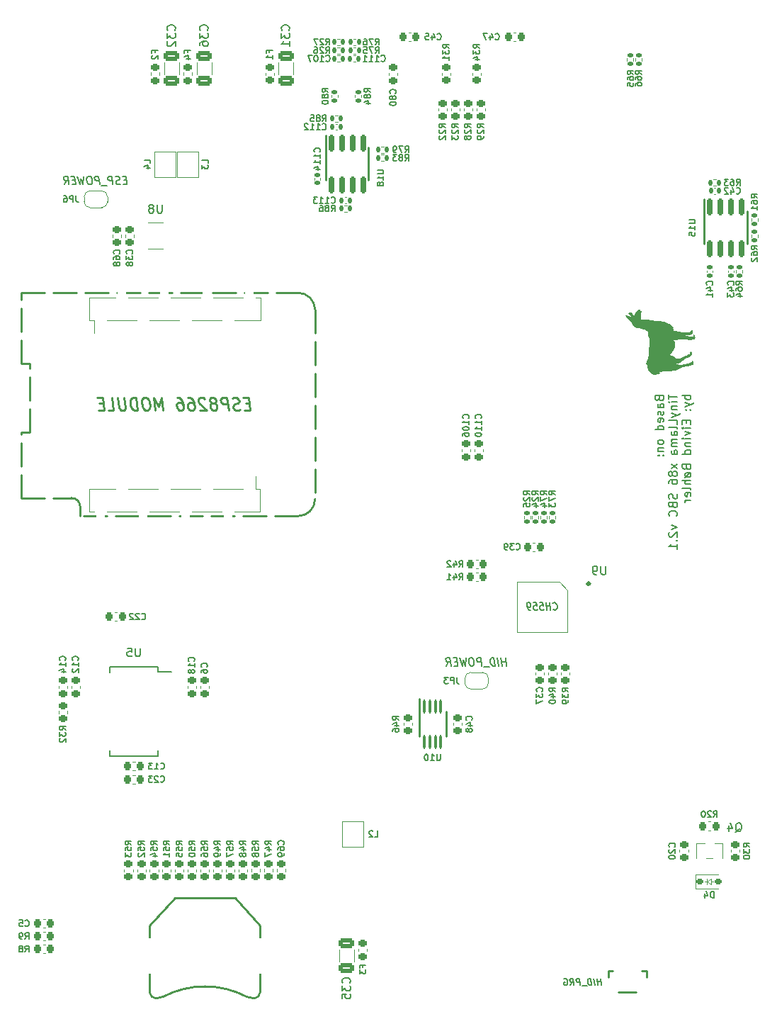
<source format=gbo>
G04 #@! TF.GenerationSoftware,KiCad,Pcbnew,9.0.0*
G04 #@! TF.CreationDate,2025-03-14T14:49:40-04:00*
G04 #@! TF.ProjectId,MiniCamel_long_rev.A,4d696e69-4361-46d6-956c-5f6c6f6e675f,2.1*
G04 #@! TF.SameCoordinates,PX16e3600PY6052340*
G04 #@! TF.FileFunction,Legend,Bot*
G04 #@! TF.FilePolarity,Positive*
%FSLAX46Y46*%
G04 Gerber Fmt 4.6, Leading zero omitted, Abs format (unit mm)*
G04 Created by KiCad (PCBNEW 9.0.0) date 2025-03-14 14:49:40*
%MOMM*%
%LPD*%
G01*
G04 APERTURE LIST*
G04 Aperture macros list*
%AMRoundRect*
0 Rectangle with rounded corners*
0 $1 Rounding radius*
0 $2 $3 $4 $5 $6 $7 $8 $9 X,Y pos of 4 corners*
0 Add a 4 corners polygon primitive as box body*
4,1,4,$2,$3,$4,$5,$6,$7,$8,$9,$2,$3,0*
0 Add four circle primitives for the rounded corners*
1,1,$1+$1,$2,$3*
1,1,$1+$1,$4,$5*
1,1,$1+$1,$6,$7*
1,1,$1+$1,$8,$9*
0 Add four rect primitives between the rounded corners*
20,1,$1+$1,$2,$3,$4,$5,0*
20,1,$1+$1,$4,$5,$6,$7,0*
20,1,$1+$1,$6,$7,$8,$9,0*
20,1,$1+$1,$8,$9,$2,$3,0*%
%AMFreePoly0*
4,1,23,0.500000,-0.750000,0.000000,-0.750000,0.000000,-0.745722,-0.065263,-0.745722,-0.191342,-0.711940,-0.304381,-0.646677,-0.396677,-0.554381,-0.461940,-0.441342,-0.495722,-0.315263,-0.495722,-0.250000,-0.500000,-0.250000,-0.500000,0.250000,-0.495722,0.250000,-0.495722,0.315263,-0.461940,0.441342,-0.396677,0.554381,-0.304381,0.646677,-0.191342,0.711940,-0.065263,0.745722,0.000000,0.745722,
0.000000,0.750000,0.500000,0.750000,0.500000,-0.750000,0.500000,-0.750000,$1*%
%AMFreePoly1*
4,1,23,0.000000,0.745722,0.065263,0.745722,0.191342,0.711940,0.304381,0.646677,0.396677,0.554381,0.461940,0.441342,0.495722,0.315263,0.495722,0.250000,0.500000,0.250000,0.500000,-0.250000,0.495722,-0.250000,0.495722,-0.315263,0.461940,-0.441342,0.396677,-0.554381,0.304381,-0.646677,0.191342,-0.711940,0.065263,-0.745722,0.000000,-0.745722,0.000000,-0.750000,-0.500000,-0.750000,
-0.500000,0.750000,0.000000,0.750000,0.000000,0.745722,0.000000,0.745722,$1*%
G04 Aperture macros list end*
%ADD10C,0.203200*%
%ADD11C,0.150000*%
%ADD12C,0.200000*%
%ADD13C,0.180000*%
%ADD14C,0.152400*%
%ADD15C,0.280000*%
%ADD16C,0.160000*%
%ADD17C,0.120000*%
%ADD18C,0.000000*%
%ADD19C,0.254000*%
%ADD20C,0.310000*%
%ADD21C,0.100000*%
%ADD22C,2.000000*%
%ADD23C,2.600000*%
%ADD24R,1.600000X1.600000*%
%ADD25C,1.600000*%
%ADD26C,1.397000*%
%ADD27C,1.300000*%
%ADD28C,1.700000*%
%ADD29R,1.700000X1.700000*%
%ADD30O,1.700000X1.700000*%
%ADD31C,1.400000*%
%ADD32C,0.900000*%
%ADD33R,1.530000X1.530000*%
%ADD34C,1.550000*%
%ADD35R,1.397000X1.397000*%
%ADD36C,1.420000*%
%ADD37O,1.250000X2.250000*%
%ADD38C,3.250000*%
%ADD39R,1.408000X1.408000*%
%ADD40C,1.408000*%
%ADD41C,1.530000*%
%ADD42C,2.400000*%
%ADD43C,0.800000*%
%ADD44C,0.600000*%
%ADD45O,0.900000X2.000000*%
%ADD46O,0.900000X1.700000*%
%ADD47C,1.000000*%
%ADD48C,1.500000*%
%ADD49C,3.000000*%
%ADD50C,5.000000*%
%ADD51C,1.950000*%
%ADD52RoundRect,0.135000X-0.135000X-0.185000X0.135000X-0.185000X0.135000X0.185000X-0.135000X0.185000X0*%
%ADD53RoundRect,0.135000X0.135000X0.185000X-0.135000X0.185000X-0.135000X-0.185000X0.135000X-0.185000X0*%
%ADD54RoundRect,0.225000X-0.250000X0.225000X-0.250000X-0.225000X0.250000X-0.225000X0.250000X0.225000X0*%
%ADD55RoundRect,0.225000X-0.225000X-0.250000X0.225000X-0.250000X0.225000X0.250000X-0.225000X0.250000X0*%
%ADD56RoundRect,0.225000X0.250000X-0.225000X0.250000X0.225000X-0.250000X0.225000X-0.250000X-0.225000X0*%
%ADD57R,2.500000X0.450000*%
%ADD58RoundRect,0.218750X-0.256250X0.218750X-0.256250X-0.218750X0.256250X-0.218750X0.256250X0.218750X0*%
%ADD59RoundRect,0.140000X-0.170000X0.140000X-0.170000X-0.140000X0.170000X-0.140000X0.170000X0.140000X0*%
%ADD60R,0.700000X0.700000*%
%ADD61FreePoly0,0.000000*%
%ADD62FreePoly1,0.000000*%
%ADD63RoundRect,0.135000X0.185000X-0.135000X0.185000X0.135000X-0.185000X0.135000X-0.185000X-0.135000X0*%
%ADD64RoundRect,0.140000X0.140000X0.170000X-0.140000X0.170000X-0.140000X-0.170000X0.140000X-0.170000X0*%
%ADD65RoundRect,0.100000X-0.100000X0.712500X-0.100000X-0.712500X0.100000X-0.712500X0.100000X0.712500X0*%
%ADD66O,0.600000X0.900000*%
%ADD67R,0.700000X1.800000*%
%ADD68R,0.600000X1.800000*%
%ADD69R,1.300000X0.625000*%
%ADD70RoundRect,0.250000X0.650000X-0.325000X0.650000X0.325000X-0.650000X0.325000X-0.650000X-0.325000X0*%
%ADD71RoundRect,0.150000X-0.150000X0.825000X-0.150000X-0.825000X0.150000X-0.825000X0.150000X0.825000X0*%
%ADD72RoundRect,0.135000X-0.185000X0.135000X-0.185000X-0.135000X0.185000X-0.135000X0.185000X0.135000X0*%
%ADD73R,1.000000X2.510000*%
%ADD74RoundRect,0.140000X0.170000X-0.140000X0.170000X0.140000X-0.170000X0.140000X-0.170000X-0.140000X0*%
%ADD75O,1.400000X0.300000*%
%ADD76O,0.300000X1.400000*%
%ADD77R,1.200000X0.600000*%
%ADD78RoundRect,0.175000X-0.275000X-0.175000X0.275000X-0.175000X0.275000X0.175000X-0.275000X0.175000X0*%
%ADD79RoundRect,0.225000X0.225000X0.250000X-0.225000X0.250000X-0.225000X-0.250000X0.225000X-0.250000X0*%
%ADD80RoundRect,0.250000X-0.650000X0.325000X-0.650000X-0.325000X0.650000X-0.325000X0.650000X0.325000X0*%
%ADD81R,0.600000X1.200000*%
%ADD82RoundRect,0.140000X-0.140000X-0.170000X0.140000X-0.170000X0.140000X0.170000X-0.140000X0.170000X0*%
%ADD83R,3.900000X4.200000*%
G04 APERTURE END LIST*
D10*
X99511560Y23035745D02*
X99559941Y22890602D01*
X99559941Y22890602D02*
X99608322Y22842221D01*
X99608322Y22842221D02*
X99705084Y22793840D01*
X99705084Y22793840D02*
X99850227Y22793840D01*
X99850227Y22793840D02*
X99946989Y22842221D01*
X99946989Y22842221D02*
X99995370Y22890602D01*
X99995370Y22890602D02*
X100043750Y22987364D01*
X100043750Y22987364D02*
X100043750Y23374412D01*
X100043750Y23374412D02*
X99027750Y23374412D01*
X99027750Y23374412D02*
X99027750Y23035745D01*
X99027750Y23035745D02*
X99076131Y22938983D01*
X99076131Y22938983D02*
X99124512Y22890602D01*
X99124512Y22890602D02*
X99221274Y22842221D01*
X99221274Y22842221D02*
X99318036Y22842221D01*
X99318036Y22842221D02*
X99414798Y22890602D01*
X99414798Y22890602D02*
X99463179Y22938983D01*
X99463179Y22938983D02*
X99511560Y23035745D01*
X99511560Y23035745D02*
X99511560Y23374412D01*
X100043750Y21922983D02*
X99511560Y21922983D01*
X99511560Y21922983D02*
X99414798Y21971364D01*
X99414798Y21971364D02*
X99366417Y22068126D01*
X99366417Y22068126D02*
X99366417Y22261650D01*
X99366417Y22261650D02*
X99414798Y22358412D01*
X99995370Y21922983D02*
X100043750Y22019745D01*
X100043750Y22019745D02*
X100043750Y22261650D01*
X100043750Y22261650D02*
X99995370Y22358412D01*
X99995370Y22358412D02*
X99898608Y22406793D01*
X99898608Y22406793D02*
X99801846Y22406793D01*
X99801846Y22406793D02*
X99705084Y22358412D01*
X99705084Y22358412D02*
X99656703Y22261650D01*
X99656703Y22261650D02*
X99656703Y22019745D01*
X99656703Y22019745D02*
X99608322Y21922983D01*
X99995370Y21487555D02*
X100043750Y21390793D01*
X100043750Y21390793D02*
X100043750Y21197269D01*
X100043750Y21197269D02*
X99995370Y21100507D01*
X99995370Y21100507D02*
X99898608Y21052126D01*
X99898608Y21052126D02*
X99850227Y21052126D01*
X99850227Y21052126D02*
X99753465Y21100507D01*
X99753465Y21100507D02*
X99705084Y21197269D01*
X99705084Y21197269D02*
X99705084Y21342412D01*
X99705084Y21342412D02*
X99656703Y21439174D01*
X99656703Y21439174D02*
X99559941Y21487555D01*
X99559941Y21487555D02*
X99511560Y21487555D01*
X99511560Y21487555D02*
X99414798Y21439174D01*
X99414798Y21439174D02*
X99366417Y21342412D01*
X99366417Y21342412D02*
X99366417Y21197269D01*
X99366417Y21197269D02*
X99414798Y21100507D01*
X99995370Y20229650D02*
X100043750Y20326412D01*
X100043750Y20326412D02*
X100043750Y20519936D01*
X100043750Y20519936D02*
X99995370Y20616698D01*
X99995370Y20616698D02*
X99898608Y20665079D01*
X99898608Y20665079D02*
X99511560Y20665079D01*
X99511560Y20665079D02*
X99414798Y20616698D01*
X99414798Y20616698D02*
X99366417Y20519936D01*
X99366417Y20519936D02*
X99366417Y20326412D01*
X99366417Y20326412D02*
X99414798Y20229650D01*
X99414798Y20229650D02*
X99511560Y20181269D01*
X99511560Y20181269D02*
X99608322Y20181269D01*
X99608322Y20181269D02*
X99705084Y20665079D01*
X100043750Y19310412D02*
X99027750Y19310412D01*
X99995370Y19310412D02*
X100043750Y19407174D01*
X100043750Y19407174D02*
X100043750Y19600698D01*
X100043750Y19600698D02*
X99995370Y19697460D01*
X99995370Y19697460D02*
X99946989Y19745841D01*
X99946989Y19745841D02*
X99850227Y19794222D01*
X99850227Y19794222D02*
X99559941Y19794222D01*
X99559941Y19794222D02*
X99463179Y19745841D01*
X99463179Y19745841D02*
X99414798Y19697460D01*
X99414798Y19697460D02*
X99366417Y19600698D01*
X99366417Y19600698D02*
X99366417Y19407174D01*
X99366417Y19407174D02*
X99414798Y19310412D01*
X100043750Y17907365D02*
X99995370Y18004127D01*
X99995370Y18004127D02*
X99946989Y18052508D01*
X99946989Y18052508D02*
X99850227Y18100889D01*
X99850227Y18100889D02*
X99559941Y18100889D01*
X99559941Y18100889D02*
X99463179Y18052508D01*
X99463179Y18052508D02*
X99414798Y18004127D01*
X99414798Y18004127D02*
X99366417Y17907365D01*
X99366417Y17907365D02*
X99366417Y17762222D01*
X99366417Y17762222D02*
X99414798Y17665460D01*
X99414798Y17665460D02*
X99463179Y17617079D01*
X99463179Y17617079D02*
X99559941Y17568698D01*
X99559941Y17568698D02*
X99850227Y17568698D01*
X99850227Y17568698D02*
X99946989Y17617079D01*
X99946989Y17617079D02*
X99995370Y17665460D01*
X99995370Y17665460D02*
X100043750Y17762222D01*
X100043750Y17762222D02*
X100043750Y17907365D01*
X99366417Y17133270D02*
X100043750Y17133270D01*
X99463179Y17133270D02*
X99414798Y17084889D01*
X99414798Y17084889D02*
X99366417Y16988127D01*
X99366417Y16988127D02*
X99366417Y16842984D01*
X99366417Y16842984D02*
X99414798Y16746222D01*
X99414798Y16746222D02*
X99511560Y16697841D01*
X99511560Y16697841D02*
X100043750Y16697841D01*
X99946989Y16214032D02*
X99995370Y16165651D01*
X99995370Y16165651D02*
X100043750Y16214032D01*
X100043750Y16214032D02*
X99995370Y16262413D01*
X99995370Y16262413D02*
X99946989Y16214032D01*
X99946989Y16214032D02*
X100043750Y16214032D01*
X99414798Y16214032D02*
X99463179Y16165651D01*
X99463179Y16165651D02*
X99511560Y16214032D01*
X99511560Y16214032D02*
X99463179Y16262413D01*
X99463179Y16262413D02*
X99414798Y16214032D01*
X99414798Y16214032D02*
X99511560Y16214032D01*
X100663453Y23519555D02*
X100663453Y22938983D01*
X101679453Y23229269D02*
X100663453Y23229269D01*
X101679453Y22600317D02*
X101002120Y22600317D01*
X100663453Y22600317D02*
X100711834Y22648698D01*
X100711834Y22648698D02*
X100760215Y22600317D01*
X100760215Y22600317D02*
X100711834Y22551936D01*
X100711834Y22551936D02*
X100663453Y22600317D01*
X100663453Y22600317D02*
X100760215Y22600317D01*
X101002120Y22116507D02*
X101679453Y22116507D01*
X101098882Y22116507D02*
X101050501Y22068126D01*
X101050501Y22068126D02*
X101002120Y21971364D01*
X101002120Y21971364D02*
X101002120Y21826221D01*
X101002120Y21826221D02*
X101050501Y21729459D01*
X101050501Y21729459D02*
X101147263Y21681078D01*
X101147263Y21681078D02*
X101679453Y21681078D01*
X101002120Y21294031D02*
X101679453Y21052126D01*
X101002120Y20810221D02*
X101679453Y21052126D01*
X101679453Y21052126D02*
X101921358Y21148888D01*
X101921358Y21148888D02*
X101969739Y21197269D01*
X101969739Y21197269D02*
X102018120Y21294031D01*
X101679453Y19939364D02*
X101679453Y20423174D01*
X101679453Y20423174D02*
X100663453Y20423174D01*
X101679453Y19455555D02*
X101631073Y19552317D01*
X101631073Y19552317D02*
X101534311Y19600698D01*
X101534311Y19600698D02*
X100663453Y19600698D01*
X101679453Y18633079D02*
X101147263Y18633079D01*
X101147263Y18633079D02*
X101050501Y18681460D01*
X101050501Y18681460D02*
X101002120Y18778222D01*
X101002120Y18778222D02*
X101002120Y18971746D01*
X101002120Y18971746D02*
X101050501Y19068508D01*
X101631073Y18633079D02*
X101679453Y18729841D01*
X101679453Y18729841D02*
X101679453Y18971746D01*
X101679453Y18971746D02*
X101631073Y19068508D01*
X101631073Y19068508D02*
X101534311Y19116889D01*
X101534311Y19116889D02*
X101437549Y19116889D01*
X101437549Y19116889D02*
X101340787Y19068508D01*
X101340787Y19068508D02*
X101292406Y18971746D01*
X101292406Y18971746D02*
X101292406Y18729841D01*
X101292406Y18729841D02*
X101244025Y18633079D01*
X101679453Y18149270D02*
X101002120Y18149270D01*
X101098882Y18149270D02*
X101050501Y18100889D01*
X101050501Y18100889D02*
X101002120Y18004127D01*
X101002120Y18004127D02*
X101002120Y17858984D01*
X101002120Y17858984D02*
X101050501Y17762222D01*
X101050501Y17762222D02*
X101147263Y17713841D01*
X101147263Y17713841D02*
X101679453Y17713841D01*
X101147263Y17713841D02*
X101050501Y17665460D01*
X101050501Y17665460D02*
X101002120Y17568698D01*
X101002120Y17568698D02*
X101002120Y17423555D01*
X101002120Y17423555D02*
X101050501Y17326794D01*
X101050501Y17326794D02*
X101147263Y17278413D01*
X101147263Y17278413D02*
X101679453Y17278413D01*
X101679453Y16359174D02*
X101147263Y16359174D01*
X101147263Y16359174D02*
X101050501Y16407555D01*
X101050501Y16407555D02*
X101002120Y16504317D01*
X101002120Y16504317D02*
X101002120Y16697841D01*
X101002120Y16697841D02*
X101050501Y16794603D01*
X101631073Y16359174D02*
X101679453Y16455936D01*
X101679453Y16455936D02*
X101679453Y16697841D01*
X101679453Y16697841D02*
X101631073Y16794603D01*
X101631073Y16794603D02*
X101534311Y16842984D01*
X101534311Y16842984D02*
X101437549Y16842984D01*
X101437549Y16842984D02*
X101340787Y16794603D01*
X101340787Y16794603D02*
X101292406Y16697841D01*
X101292406Y16697841D02*
X101292406Y16455936D01*
X101292406Y16455936D02*
X101244025Y16359174D01*
X101679453Y15198032D02*
X101002120Y14665841D01*
X101002120Y15198032D02*
X101679453Y14665841D01*
X101098882Y14133651D02*
X101050501Y14230413D01*
X101050501Y14230413D02*
X101002120Y14278794D01*
X101002120Y14278794D02*
X100905358Y14327175D01*
X100905358Y14327175D02*
X100856977Y14327175D01*
X100856977Y14327175D02*
X100760215Y14278794D01*
X100760215Y14278794D02*
X100711834Y14230413D01*
X100711834Y14230413D02*
X100663453Y14133651D01*
X100663453Y14133651D02*
X100663453Y13940127D01*
X100663453Y13940127D02*
X100711834Y13843365D01*
X100711834Y13843365D02*
X100760215Y13794984D01*
X100760215Y13794984D02*
X100856977Y13746603D01*
X100856977Y13746603D02*
X100905358Y13746603D01*
X100905358Y13746603D02*
X101002120Y13794984D01*
X101002120Y13794984D02*
X101050501Y13843365D01*
X101050501Y13843365D02*
X101098882Y13940127D01*
X101098882Y13940127D02*
X101098882Y14133651D01*
X101098882Y14133651D02*
X101147263Y14230413D01*
X101147263Y14230413D02*
X101195644Y14278794D01*
X101195644Y14278794D02*
X101292406Y14327175D01*
X101292406Y14327175D02*
X101485930Y14327175D01*
X101485930Y14327175D02*
X101582692Y14278794D01*
X101582692Y14278794D02*
X101631073Y14230413D01*
X101631073Y14230413D02*
X101679453Y14133651D01*
X101679453Y14133651D02*
X101679453Y13940127D01*
X101679453Y13940127D02*
X101631073Y13843365D01*
X101631073Y13843365D02*
X101582692Y13794984D01*
X101582692Y13794984D02*
X101485930Y13746603D01*
X101485930Y13746603D02*
X101292406Y13746603D01*
X101292406Y13746603D02*
X101195644Y13794984D01*
X101195644Y13794984D02*
X101147263Y13843365D01*
X101147263Y13843365D02*
X101098882Y13940127D01*
X100663453Y12875746D02*
X100663453Y13069270D01*
X100663453Y13069270D02*
X100711834Y13166032D01*
X100711834Y13166032D02*
X100760215Y13214413D01*
X100760215Y13214413D02*
X100905358Y13311175D01*
X100905358Y13311175D02*
X101098882Y13359556D01*
X101098882Y13359556D02*
X101485930Y13359556D01*
X101485930Y13359556D02*
X101582692Y13311175D01*
X101582692Y13311175D02*
X101631073Y13262794D01*
X101631073Y13262794D02*
X101679453Y13166032D01*
X101679453Y13166032D02*
X101679453Y12972508D01*
X101679453Y12972508D02*
X101631073Y12875746D01*
X101631073Y12875746D02*
X101582692Y12827365D01*
X101582692Y12827365D02*
X101485930Y12778984D01*
X101485930Y12778984D02*
X101244025Y12778984D01*
X101244025Y12778984D02*
X101147263Y12827365D01*
X101147263Y12827365D02*
X101098882Y12875746D01*
X101098882Y12875746D02*
X101050501Y12972508D01*
X101050501Y12972508D02*
X101050501Y13166032D01*
X101050501Y13166032D02*
X101098882Y13262794D01*
X101098882Y13262794D02*
X101147263Y13311175D01*
X101147263Y13311175D02*
X101244025Y13359556D01*
X101631073Y11617842D02*
X101679453Y11472699D01*
X101679453Y11472699D02*
X101679453Y11230794D01*
X101679453Y11230794D02*
X101631073Y11134032D01*
X101631073Y11134032D02*
X101582692Y11085651D01*
X101582692Y11085651D02*
X101485930Y11037270D01*
X101485930Y11037270D02*
X101389168Y11037270D01*
X101389168Y11037270D02*
X101292406Y11085651D01*
X101292406Y11085651D02*
X101244025Y11134032D01*
X101244025Y11134032D02*
X101195644Y11230794D01*
X101195644Y11230794D02*
X101147263Y11424318D01*
X101147263Y11424318D02*
X101098882Y11521080D01*
X101098882Y11521080D02*
X101050501Y11569461D01*
X101050501Y11569461D02*
X100953739Y11617842D01*
X100953739Y11617842D02*
X100856977Y11617842D01*
X100856977Y11617842D02*
X100760215Y11569461D01*
X100760215Y11569461D02*
X100711834Y11521080D01*
X100711834Y11521080D02*
X100663453Y11424318D01*
X100663453Y11424318D02*
X100663453Y11182413D01*
X100663453Y11182413D02*
X100711834Y11037270D01*
X101147263Y10263175D02*
X101195644Y10118032D01*
X101195644Y10118032D02*
X101244025Y10069651D01*
X101244025Y10069651D02*
X101340787Y10021270D01*
X101340787Y10021270D02*
X101485930Y10021270D01*
X101485930Y10021270D02*
X101582692Y10069651D01*
X101582692Y10069651D02*
X101631073Y10118032D01*
X101631073Y10118032D02*
X101679453Y10214794D01*
X101679453Y10214794D02*
X101679453Y10601842D01*
X101679453Y10601842D02*
X100663453Y10601842D01*
X100663453Y10601842D02*
X100663453Y10263175D01*
X100663453Y10263175D02*
X100711834Y10166413D01*
X100711834Y10166413D02*
X100760215Y10118032D01*
X100760215Y10118032D02*
X100856977Y10069651D01*
X100856977Y10069651D02*
X100953739Y10069651D01*
X100953739Y10069651D02*
X101050501Y10118032D01*
X101050501Y10118032D02*
X101098882Y10166413D01*
X101098882Y10166413D02*
X101147263Y10263175D01*
X101147263Y10263175D02*
X101147263Y10601842D01*
X101582692Y9005270D02*
X101631073Y9053651D01*
X101631073Y9053651D02*
X101679453Y9198794D01*
X101679453Y9198794D02*
X101679453Y9295556D01*
X101679453Y9295556D02*
X101631073Y9440699D01*
X101631073Y9440699D02*
X101534311Y9537461D01*
X101534311Y9537461D02*
X101437549Y9585842D01*
X101437549Y9585842D02*
X101244025Y9634223D01*
X101244025Y9634223D02*
X101098882Y9634223D01*
X101098882Y9634223D02*
X100905358Y9585842D01*
X100905358Y9585842D02*
X100808596Y9537461D01*
X100808596Y9537461D02*
X100711834Y9440699D01*
X100711834Y9440699D02*
X100663453Y9295556D01*
X100663453Y9295556D02*
X100663453Y9198794D01*
X100663453Y9198794D02*
X100711834Y9053651D01*
X100711834Y9053651D02*
X100760215Y9005270D01*
X101002120Y7892509D02*
X101679453Y7650604D01*
X101679453Y7650604D02*
X101002120Y7408699D01*
X100760215Y7070033D02*
X100711834Y7021652D01*
X100711834Y7021652D02*
X100663453Y6924890D01*
X100663453Y6924890D02*
X100663453Y6682985D01*
X100663453Y6682985D02*
X100711834Y6586223D01*
X100711834Y6586223D02*
X100760215Y6537842D01*
X100760215Y6537842D02*
X100856977Y6489461D01*
X100856977Y6489461D02*
X100953739Y6489461D01*
X100953739Y6489461D02*
X101098882Y6537842D01*
X101098882Y6537842D02*
X101679453Y7118414D01*
X101679453Y7118414D02*
X101679453Y6489461D01*
X101582692Y6054033D02*
X101631073Y6005652D01*
X101631073Y6005652D02*
X101679453Y6054033D01*
X101679453Y6054033D02*
X101631073Y6102414D01*
X101631073Y6102414D02*
X101582692Y6054033D01*
X101582692Y6054033D02*
X101679453Y6054033D01*
X101679453Y5038032D02*
X101679453Y5618604D01*
X101679453Y5328318D02*
X100663453Y5328318D01*
X100663453Y5328318D02*
X100808596Y5425080D01*
X100808596Y5425080D02*
X100905358Y5521842D01*
X100905358Y5521842D02*
X100953739Y5618604D01*
X103315156Y23374412D02*
X102299156Y23374412D01*
X102686204Y23374412D02*
X102637823Y23277650D01*
X102637823Y23277650D02*
X102637823Y23084126D01*
X102637823Y23084126D02*
X102686204Y22987364D01*
X102686204Y22987364D02*
X102734585Y22938983D01*
X102734585Y22938983D02*
X102831347Y22890602D01*
X102831347Y22890602D02*
X103121633Y22890602D01*
X103121633Y22890602D02*
X103218395Y22938983D01*
X103218395Y22938983D02*
X103266776Y22987364D01*
X103266776Y22987364D02*
X103315156Y23084126D01*
X103315156Y23084126D02*
X103315156Y23277650D01*
X103315156Y23277650D02*
X103266776Y23374412D01*
X102637823Y22551936D02*
X103315156Y22310031D01*
X102637823Y22068126D02*
X103315156Y22310031D01*
X103315156Y22310031D02*
X103557061Y22406793D01*
X103557061Y22406793D02*
X103605442Y22455174D01*
X103605442Y22455174D02*
X103653823Y22551936D01*
X103218395Y21681079D02*
X103266776Y21632698D01*
X103266776Y21632698D02*
X103315156Y21681079D01*
X103315156Y21681079D02*
X103266776Y21729460D01*
X103266776Y21729460D02*
X103218395Y21681079D01*
X103218395Y21681079D02*
X103315156Y21681079D01*
X102686204Y21681079D02*
X102734585Y21632698D01*
X102734585Y21632698D02*
X102782966Y21681079D01*
X102782966Y21681079D02*
X102734585Y21729460D01*
X102734585Y21729460D02*
X102686204Y21681079D01*
X102686204Y21681079D02*
X102782966Y21681079D01*
X102782966Y20423174D02*
X102782966Y20084507D01*
X103315156Y19939364D02*
X103315156Y20423174D01*
X103315156Y20423174D02*
X102299156Y20423174D01*
X102299156Y20423174D02*
X102299156Y19939364D01*
X103315156Y19503936D02*
X102637823Y19503936D01*
X102299156Y19503936D02*
X102347537Y19552317D01*
X102347537Y19552317D02*
X102395918Y19503936D01*
X102395918Y19503936D02*
X102347537Y19455555D01*
X102347537Y19455555D02*
X102299156Y19503936D01*
X102299156Y19503936D02*
X102395918Y19503936D01*
X102637823Y19116888D02*
X103315156Y18874983D01*
X103315156Y18874983D02*
X102637823Y18633078D01*
X103315156Y18246031D02*
X102637823Y18246031D01*
X102299156Y18246031D02*
X102347537Y18294412D01*
X102347537Y18294412D02*
X102395918Y18246031D01*
X102395918Y18246031D02*
X102347537Y18197650D01*
X102347537Y18197650D02*
X102299156Y18246031D01*
X102299156Y18246031D02*
X102395918Y18246031D01*
X102637823Y17762221D02*
X103315156Y17762221D01*
X102734585Y17762221D02*
X102686204Y17713840D01*
X102686204Y17713840D02*
X102637823Y17617078D01*
X102637823Y17617078D02*
X102637823Y17471935D01*
X102637823Y17471935D02*
X102686204Y17375173D01*
X102686204Y17375173D02*
X102782966Y17326792D01*
X102782966Y17326792D02*
X103315156Y17326792D01*
X103315156Y16407554D02*
X102299156Y16407554D01*
X103266776Y16407554D02*
X103315156Y16504316D01*
X103315156Y16504316D02*
X103315156Y16697840D01*
X103315156Y16697840D02*
X103266776Y16794602D01*
X103266776Y16794602D02*
X103218395Y16842983D01*
X103218395Y16842983D02*
X103121633Y16891364D01*
X103121633Y16891364D02*
X102831347Y16891364D01*
X102831347Y16891364D02*
X102734585Y16842983D01*
X102734585Y16842983D02*
X102686204Y16794602D01*
X102686204Y16794602D02*
X102637823Y16697840D01*
X102637823Y16697840D02*
X102637823Y16504316D01*
X102637823Y16504316D02*
X102686204Y16407554D01*
X102782966Y14810983D02*
X102831347Y14665840D01*
X102831347Y14665840D02*
X102879728Y14617459D01*
X102879728Y14617459D02*
X102976490Y14569078D01*
X102976490Y14569078D02*
X103121633Y14569078D01*
X103121633Y14569078D02*
X103218395Y14617459D01*
X103218395Y14617459D02*
X103266776Y14665840D01*
X103266776Y14665840D02*
X103315156Y14762602D01*
X103315156Y14762602D02*
X103315156Y15149650D01*
X103315156Y15149650D02*
X102299156Y15149650D01*
X102299156Y15149650D02*
X102299156Y14810983D01*
X102299156Y14810983D02*
X102347537Y14714221D01*
X102347537Y14714221D02*
X102395918Y14665840D01*
X102395918Y14665840D02*
X102492680Y14617459D01*
X102492680Y14617459D02*
X102589442Y14617459D01*
X102589442Y14617459D02*
X102686204Y14665840D01*
X102686204Y14665840D02*
X102734585Y14714221D01*
X102734585Y14714221D02*
X102782966Y14810983D01*
X102782966Y14810983D02*
X102782966Y15149650D01*
X102637823Y13601459D02*
X103315156Y14230412D01*
X103315156Y13988507D02*
X103266776Y14085269D01*
X103266776Y14085269D02*
X103218395Y14133650D01*
X103218395Y14133650D02*
X103121633Y14182031D01*
X103121633Y14182031D02*
X102831347Y14182031D01*
X102831347Y14182031D02*
X102734585Y14133650D01*
X102734585Y14133650D02*
X102686204Y14085269D01*
X102686204Y14085269D02*
X102637823Y13988507D01*
X102637823Y13988507D02*
X102637823Y13843364D01*
X102637823Y13843364D02*
X102686204Y13746602D01*
X102686204Y13746602D02*
X102734585Y13698221D01*
X102734585Y13698221D02*
X102831347Y13649840D01*
X102831347Y13649840D02*
X103121633Y13649840D01*
X103121633Y13649840D02*
X103218395Y13698221D01*
X103218395Y13698221D02*
X103266776Y13746602D01*
X103266776Y13746602D02*
X103315156Y13843364D01*
X103315156Y13843364D02*
X103315156Y13988507D01*
X103315156Y13214412D02*
X102299156Y13214412D01*
X103315156Y12778983D02*
X102782966Y12778983D01*
X102782966Y12778983D02*
X102686204Y12827364D01*
X102686204Y12827364D02*
X102637823Y12924126D01*
X102637823Y12924126D02*
X102637823Y13069269D01*
X102637823Y13069269D02*
X102686204Y13166031D01*
X102686204Y13166031D02*
X102734585Y13214412D01*
X103315156Y12150031D02*
X103266776Y12246793D01*
X103266776Y12246793D02*
X103170014Y12295174D01*
X103170014Y12295174D02*
X102299156Y12295174D01*
X103266776Y11375936D02*
X103315156Y11472698D01*
X103315156Y11472698D02*
X103315156Y11666222D01*
X103315156Y11666222D02*
X103266776Y11762984D01*
X103266776Y11762984D02*
X103170014Y11811365D01*
X103170014Y11811365D02*
X102782966Y11811365D01*
X102782966Y11811365D02*
X102686204Y11762984D01*
X102686204Y11762984D02*
X102637823Y11666222D01*
X102637823Y11666222D02*
X102637823Y11472698D01*
X102637823Y11472698D02*
X102686204Y11375936D01*
X102686204Y11375936D02*
X102782966Y11327555D01*
X102782966Y11327555D02*
X102879728Y11327555D01*
X102879728Y11327555D02*
X102976490Y11811365D01*
X103315156Y10892127D02*
X102637823Y10892127D01*
X102831347Y10892127D02*
X102734585Y10843746D01*
X102734585Y10843746D02*
X102686204Y10795365D01*
X102686204Y10795365D02*
X102637823Y10698603D01*
X102637823Y10698603D02*
X102637823Y10601841D01*
D11*
X59672143Y65280836D02*
X59922143Y65637979D01*
X60100714Y65280836D02*
X60100714Y66030836D01*
X60100714Y66030836D02*
X59815000Y66030836D01*
X59815000Y66030836D02*
X59743571Y65995122D01*
X59743571Y65995122D02*
X59707857Y65959408D01*
X59707857Y65959408D02*
X59672143Y65887979D01*
X59672143Y65887979D02*
X59672143Y65780836D01*
X59672143Y65780836D02*
X59707857Y65709408D01*
X59707857Y65709408D02*
X59743571Y65673693D01*
X59743571Y65673693D02*
X59815000Y65637979D01*
X59815000Y65637979D02*
X60100714Y65637979D01*
X59386428Y65959408D02*
X59350714Y65995122D01*
X59350714Y65995122D02*
X59279286Y66030836D01*
X59279286Y66030836D02*
X59100714Y66030836D01*
X59100714Y66030836D02*
X59029286Y65995122D01*
X59029286Y65995122D02*
X58993571Y65959408D01*
X58993571Y65959408D02*
X58957857Y65887979D01*
X58957857Y65887979D02*
X58957857Y65816550D01*
X58957857Y65816550D02*
X58993571Y65709408D01*
X58993571Y65709408D02*
X59422143Y65280836D01*
X59422143Y65280836D02*
X58957857Y65280836D01*
X58707857Y66030836D02*
X58207857Y66030836D01*
X58207857Y66030836D02*
X58529285Y65280836D01*
X60334173Y45380836D02*
X60584173Y45737979D01*
X60762744Y45380836D02*
X60762744Y46130836D01*
X60762744Y46130836D02*
X60477030Y46130836D01*
X60477030Y46130836D02*
X60405601Y46095122D01*
X60405601Y46095122D02*
X60369887Y46059408D01*
X60369887Y46059408D02*
X60334173Y45987979D01*
X60334173Y45987979D02*
X60334173Y45880836D01*
X60334173Y45880836D02*
X60369887Y45809408D01*
X60369887Y45809408D02*
X60405601Y45773693D01*
X60405601Y45773693D02*
X60477030Y45737979D01*
X60477030Y45737979D02*
X60762744Y45737979D01*
X59905601Y45809408D02*
X59977030Y45845122D01*
X59977030Y45845122D02*
X60012744Y45880836D01*
X60012744Y45880836D02*
X60048458Y45952265D01*
X60048458Y45952265D02*
X60048458Y45987979D01*
X60048458Y45987979D02*
X60012744Y46059408D01*
X60012744Y46059408D02*
X59977030Y46095122D01*
X59977030Y46095122D02*
X59905601Y46130836D01*
X59905601Y46130836D02*
X59762744Y46130836D01*
X59762744Y46130836D02*
X59691316Y46095122D01*
X59691316Y46095122D02*
X59655601Y46059408D01*
X59655601Y46059408D02*
X59619887Y45987979D01*
X59619887Y45987979D02*
X59619887Y45952265D01*
X59619887Y45952265D02*
X59655601Y45880836D01*
X59655601Y45880836D02*
X59691316Y45845122D01*
X59691316Y45845122D02*
X59762744Y45809408D01*
X59762744Y45809408D02*
X59905601Y45809408D01*
X59905601Y45809408D02*
X59977030Y45773693D01*
X59977030Y45773693D02*
X60012744Y45737979D01*
X60012744Y45737979D02*
X60048458Y45666550D01*
X60048458Y45666550D02*
X60048458Y45523693D01*
X60048458Y45523693D02*
X60012744Y45452265D01*
X60012744Y45452265D02*
X59977030Y45416550D01*
X59977030Y45416550D02*
X59905601Y45380836D01*
X59905601Y45380836D02*
X59762744Y45380836D01*
X59762744Y45380836D02*
X59691316Y45416550D01*
X59691316Y45416550D02*
X59655601Y45452265D01*
X59655601Y45452265D02*
X59619887Y45523693D01*
X59619887Y45523693D02*
X59619887Y45666550D01*
X59619887Y45666550D02*
X59655601Y45737979D01*
X59655601Y45737979D02*
X59691316Y45773693D01*
X59691316Y45773693D02*
X59762744Y45809408D01*
X58977030Y46130836D02*
X59119887Y46130836D01*
X59119887Y46130836D02*
X59191315Y46095122D01*
X59191315Y46095122D02*
X59227030Y46059408D01*
X59227030Y46059408D02*
X59298458Y45952265D01*
X59298458Y45952265D02*
X59334172Y45809408D01*
X59334172Y45809408D02*
X59334172Y45523693D01*
X59334172Y45523693D02*
X59298458Y45452265D01*
X59298458Y45452265D02*
X59262744Y45416550D01*
X59262744Y45416550D02*
X59191315Y45380836D01*
X59191315Y45380836D02*
X59048458Y45380836D01*
X59048458Y45380836D02*
X58977030Y45416550D01*
X58977030Y45416550D02*
X58941315Y45452265D01*
X58941315Y45452265D02*
X58905601Y45523693D01*
X58905601Y45523693D02*
X58905601Y45702265D01*
X58905601Y45702265D02*
X58941315Y45773693D01*
X58941315Y45773693D02*
X58977030Y45809408D01*
X58977030Y45809408D02*
X59048458Y45845122D01*
X59048458Y45845122D02*
X59191315Y45845122D01*
X59191315Y45845122D02*
X59262744Y45809408D01*
X59262744Y45809408D02*
X59298458Y45773693D01*
X59298458Y45773693D02*
X59334172Y45702265D01*
X52896307Y64370000D02*
X52896307Y64620000D01*
X53289164Y64620000D02*
X52539164Y64620000D01*
X52539164Y64620000D02*
X52539164Y64262857D01*
X53289164Y63584286D02*
X53289164Y64012857D01*
X53289164Y63798572D02*
X52539164Y63798572D01*
X52539164Y63798572D02*
X52646307Y63870000D01*
X52646307Y63870000D02*
X52717735Y63941429D01*
X52717735Y63941429D02*
X52753450Y64012857D01*
X23725000Y-41559164D02*
X23975000Y-41202021D01*
X24153571Y-41559164D02*
X24153571Y-40809164D01*
X24153571Y-40809164D02*
X23867857Y-40809164D01*
X23867857Y-40809164D02*
X23796428Y-40844878D01*
X23796428Y-40844878D02*
X23760714Y-40880592D01*
X23760714Y-40880592D02*
X23725000Y-40952021D01*
X23725000Y-40952021D02*
X23725000Y-41059164D01*
X23725000Y-41059164D02*
X23760714Y-41130592D01*
X23760714Y-41130592D02*
X23796428Y-41166307D01*
X23796428Y-41166307D02*
X23867857Y-41202021D01*
X23867857Y-41202021D02*
X24153571Y-41202021D01*
X23367857Y-41559164D02*
X23225000Y-41559164D01*
X23225000Y-41559164D02*
X23153571Y-41523450D01*
X23153571Y-41523450D02*
X23117857Y-41487735D01*
X23117857Y-41487735D02*
X23046428Y-41380592D01*
X23046428Y-41380592D02*
X23010714Y-41237735D01*
X23010714Y-41237735D02*
X23010714Y-40952021D01*
X23010714Y-40952021D02*
X23046428Y-40880592D01*
X23046428Y-40880592D02*
X23082143Y-40844878D01*
X23082143Y-40844878D02*
X23153571Y-40809164D01*
X23153571Y-40809164D02*
X23296428Y-40809164D01*
X23296428Y-40809164D02*
X23367857Y-40844878D01*
X23367857Y-40844878D02*
X23403571Y-40880592D01*
X23403571Y-40880592D02*
X23439285Y-40952021D01*
X23439285Y-40952021D02*
X23439285Y-41130592D01*
X23439285Y-41130592D02*
X23403571Y-41202021D01*
X23403571Y-41202021D02*
X23367857Y-41237735D01*
X23367857Y-41237735D02*
X23296428Y-41273450D01*
X23296428Y-41273450D02*
X23153571Y-41273450D01*
X23153571Y-41273450D02*
X23082143Y-41237735D01*
X23082143Y-41237735D02*
X23046428Y-41202021D01*
X23046428Y-41202021D02*
X23010714Y-41130592D01*
X76697735Y20669287D02*
X76733450Y20705001D01*
X76733450Y20705001D02*
X76769164Y20812144D01*
X76769164Y20812144D02*
X76769164Y20883572D01*
X76769164Y20883572D02*
X76733450Y20990715D01*
X76733450Y20990715D02*
X76662021Y21062144D01*
X76662021Y21062144D02*
X76590592Y21097858D01*
X76590592Y21097858D02*
X76447735Y21133572D01*
X76447735Y21133572D02*
X76340592Y21133572D01*
X76340592Y21133572D02*
X76197735Y21097858D01*
X76197735Y21097858D02*
X76126307Y21062144D01*
X76126307Y21062144D02*
X76054878Y20990715D01*
X76054878Y20990715D02*
X76019164Y20883572D01*
X76019164Y20883572D02*
X76019164Y20812144D01*
X76019164Y20812144D02*
X76054878Y20705001D01*
X76054878Y20705001D02*
X76090592Y20669287D01*
X76769164Y19955001D02*
X76769164Y20383572D01*
X76769164Y20169287D02*
X76019164Y20169287D01*
X76019164Y20169287D02*
X76126307Y20240715D01*
X76126307Y20240715D02*
X76197735Y20312144D01*
X76197735Y20312144D02*
X76233450Y20383572D01*
X76019164Y19490715D02*
X76019164Y19419286D01*
X76019164Y19419286D02*
X76054878Y19347858D01*
X76054878Y19347858D02*
X76090592Y19312143D01*
X76090592Y19312143D02*
X76162021Y19276429D01*
X76162021Y19276429D02*
X76304878Y19240715D01*
X76304878Y19240715D02*
X76483450Y19240715D01*
X76483450Y19240715D02*
X76626307Y19276429D01*
X76626307Y19276429D02*
X76697735Y19312143D01*
X76697735Y19312143D02*
X76733450Y19347858D01*
X76733450Y19347858D02*
X76769164Y19419286D01*
X76769164Y19419286D02*
X76769164Y19490715D01*
X76769164Y19490715D02*
X76733450Y19562143D01*
X76733450Y19562143D02*
X76697735Y19597858D01*
X76697735Y19597858D02*
X76626307Y19633572D01*
X76626307Y19633572D02*
X76483450Y19669286D01*
X76483450Y19669286D02*
X76304878Y19669286D01*
X76304878Y19669286D02*
X76162021Y19633572D01*
X76162021Y19633572D02*
X76090592Y19597858D01*
X76090592Y19597858D02*
X76054878Y19562143D01*
X76054878Y19562143D02*
X76019164Y19490715D01*
X76019164Y18597857D02*
X76019164Y18740715D01*
X76019164Y18740715D02*
X76054878Y18812143D01*
X76054878Y18812143D02*
X76090592Y18847857D01*
X76090592Y18847857D02*
X76197735Y18919286D01*
X76197735Y18919286D02*
X76340592Y18955000D01*
X76340592Y18955000D02*
X76626307Y18955000D01*
X76626307Y18955000D02*
X76697735Y18919286D01*
X76697735Y18919286D02*
X76733450Y18883572D01*
X76733450Y18883572D02*
X76769164Y18812143D01*
X76769164Y18812143D02*
X76769164Y18669286D01*
X76769164Y18669286D02*
X76733450Y18597857D01*
X76733450Y18597857D02*
X76697735Y18562143D01*
X76697735Y18562143D02*
X76626307Y18526429D01*
X76626307Y18526429D02*
X76447735Y18526429D01*
X76447735Y18526429D02*
X76376307Y18562143D01*
X76376307Y18562143D02*
X76340592Y18597857D01*
X76340592Y18597857D02*
X76304878Y18669286D01*
X76304878Y18669286D02*
X76304878Y18812143D01*
X76304878Y18812143D02*
X76340592Y18883572D01*
X76340592Y18883572D02*
X76376307Y18919286D01*
X76376307Y18919286D02*
X76447735Y18955000D01*
D12*
X37486904Y-6787219D02*
X37486904Y-7596742D01*
X37486904Y-7596742D02*
X37439285Y-7691980D01*
X37439285Y-7691980D02*
X37391666Y-7739600D01*
X37391666Y-7739600D02*
X37296428Y-7787219D01*
X37296428Y-7787219D02*
X37105952Y-7787219D01*
X37105952Y-7787219D02*
X37010714Y-7739600D01*
X37010714Y-7739600D02*
X36963095Y-7691980D01*
X36963095Y-7691980D02*
X36915476Y-7596742D01*
X36915476Y-7596742D02*
X36915476Y-6787219D01*
X35963095Y-6787219D02*
X36439285Y-6787219D01*
X36439285Y-6787219D02*
X36486904Y-7263409D01*
X36486904Y-7263409D02*
X36439285Y-7215790D01*
X36439285Y-7215790D02*
X36344047Y-7168171D01*
X36344047Y-7168171D02*
X36105952Y-7168171D01*
X36105952Y-7168171D02*
X36010714Y-7215790D01*
X36010714Y-7215790D02*
X35963095Y-7263409D01*
X35963095Y-7263409D02*
X35915476Y-7358647D01*
X35915476Y-7358647D02*
X35915476Y-7596742D01*
X35915476Y-7596742D02*
X35963095Y-7691980D01*
X35963095Y-7691980D02*
X36010714Y-7739600D01*
X36010714Y-7739600D02*
X36105952Y-7787219D01*
X36105952Y-7787219D02*
X36344047Y-7787219D01*
X36344047Y-7787219D02*
X36439285Y-7739600D01*
X36439285Y-7739600D02*
X36486904Y-7691980D01*
D11*
X39236307Y64370000D02*
X39236307Y64620000D01*
X39629164Y64620000D02*
X38879164Y64620000D01*
X38879164Y64620000D02*
X38879164Y64262857D01*
X38950592Y64012857D02*
X38914878Y63977143D01*
X38914878Y63977143D02*
X38879164Y63905714D01*
X38879164Y63905714D02*
X38879164Y63727143D01*
X38879164Y63727143D02*
X38914878Y63655714D01*
X38914878Y63655714D02*
X38950592Y63620000D01*
X38950592Y63620000D02*
X39022021Y63584286D01*
X39022021Y63584286D02*
X39093450Y63584286D01*
X39093450Y63584286D02*
X39200592Y63620000D01*
X39200592Y63620000D02*
X39629164Y64048572D01*
X39629164Y64048572D02*
X39629164Y63584286D01*
X37652143Y-3317735D02*
X37687857Y-3353450D01*
X37687857Y-3353450D02*
X37795000Y-3389164D01*
X37795000Y-3389164D02*
X37866428Y-3389164D01*
X37866428Y-3389164D02*
X37973571Y-3353450D01*
X37973571Y-3353450D02*
X38045000Y-3282021D01*
X38045000Y-3282021D02*
X38080714Y-3210592D01*
X38080714Y-3210592D02*
X38116428Y-3067735D01*
X38116428Y-3067735D02*
X38116428Y-2960592D01*
X38116428Y-2960592D02*
X38080714Y-2817735D01*
X38080714Y-2817735D02*
X38045000Y-2746307D01*
X38045000Y-2746307D02*
X37973571Y-2674878D01*
X37973571Y-2674878D02*
X37866428Y-2639164D01*
X37866428Y-2639164D02*
X37795000Y-2639164D01*
X37795000Y-2639164D02*
X37687857Y-2674878D01*
X37687857Y-2674878D02*
X37652143Y-2710592D01*
X37366428Y-2710592D02*
X37330714Y-2674878D01*
X37330714Y-2674878D02*
X37259286Y-2639164D01*
X37259286Y-2639164D02*
X37080714Y-2639164D01*
X37080714Y-2639164D02*
X37009286Y-2674878D01*
X37009286Y-2674878D02*
X36973571Y-2710592D01*
X36973571Y-2710592D02*
X36937857Y-2782021D01*
X36937857Y-2782021D02*
X36937857Y-2853450D01*
X36937857Y-2853450D02*
X36973571Y-2960592D01*
X36973571Y-2960592D02*
X37402143Y-3389164D01*
X37402143Y-3389164D02*
X36937857Y-3389164D01*
X36652142Y-2710592D02*
X36616428Y-2674878D01*
X36616428Y-2674878D02*
X36545000Y-2639164D01*
X36545000Y-2639164D02*
X36366428Y-2639164D01*
X36366428Y-2639164D02*
X36295000Y-2674878D01*
X36295000Y-2674878D02*
X36259285Y-2710592D01*
X36259285Y-2710592D02*
X36223571Y-2782021D01*
X36223571Y-2782021D02*
X36223571Y-2853450D01*
X36223571Y-2853450D02*
X36259285Y-2960592D01*
X36259285Y-2960592D02*
X36687857Y-3389164D01*
X36687857Y-3389164D02*
X36223571Y-3389164D01*
X58941735Y52487287D02*
X58977450Y52523001D01*
X58977450Y52523001D02*
X59013164Y52630144D01*
X59013164Y52630144D02*
X59013164Y52701572D01*
X59013164Y52701572D02*
X58977450Y52808715D01*
X58977450Y52808715D02*
X58906021Y52880144D01*
X58906021Y52880144D02*
X58834592Y52915858D01*
X58834592Y52915858D02*
X58691735Y52951572D01*
X58691735Y52951572D02*
X58584592Y52951572D01*
X58584592Y52951572D02*
X58441735Y52915858D01*
X58441735Y52915858D02*
X58370307Y52880144D01*
X58370307Y52880144D02*
X58298878Y52808715D01*
X58298878Y52808715D02*
X58263164Y52701572D01*
X58263164Y52701572D02*
X58263164Y52630144D01*
X58263164Y52630144D02*
X58298878Y52523001D01*
X58298878Y52523001D02*
X58334592Y52487287D01*
X59013164Y51773001D02*
X59013164Y52201572D01*
X59013164Y51987287D02*
X58263164Y51987287D01*
X58263164Y51987287D02*
X58370307Y52058715D01*
X58370307Y52058715D02*
X58441735Y52130144D01*
X58441735Y52130144D02*
X58477450Y52201572D01*
X59013164Y51058715D02*
X59013164Y51487286D01*
X59013164Y51273001D02*
X58263164Y51273001D01*
X58263164Y51273001D02*
X58370307Y51344429D01*
X58370307Y51344429D02*
X58441735Y51415858D01*
X58441735Y51415858D02*
X58477450Y51487286D01*
X58513164Y50415857D02*
X59013164Y50415857D01*
X58227450Y50594429D02*
X58763164Y50773000D01*
X58763164Y50773000D02*
X58763164Y50308715D01*
X45609164Y51135000D02*
X45609164Y51492143D01*
X45609164Y51492143D02*
X44859164Y51492143D01*
X44859164Y50956429D02*
X44859164Y50492143D01*
X44859164Y50492143D02*
X45144878Y50742143D01*
X45144878Y50742143D02*
X45144878Y50635000D01*
X45144878Y50635000D02*
X45180592Y50563571D01*
X45180592Y50563571D02*
X45216307Y50527857D01*
X45216307Y50527857D02*
X45287735Y50492143D01*
X45287735Y50492143D02*
X45466307Y50492143D01*
X45466307Y50492143D02*
X45537735Y50527857D01*
X45537735Y50527857D02*
X45573450Y50563571D01*
X45573450Y50563571D02*
X45609164Y50635000D01*
X45609164Y50635000D02*
X45609164Y50849286D01*
X45609164Y50849286D02*
X45573450Y50920714D01*
X45573450Y50920714D02*
X45537735Y50956429D01*
X43136307Y64370000D02*
X43136307Y64620000D01*
X43529164Y64620000D02*
X42779164Y64620000D01*
X42779164Y64620000D02*
X42779164Y64262857D01*
X43029164Y63655714D02*
X43529164Y63655714D01*
X42743450Y63834286D02*
X43279164Y64012857D01*
X43279164Y64012857D02*
X43279164Y63548572D01*
X75324999Y-10269164D02*
X75324999Y-10804878D01*
X75324999Y-10804878D02*
X75360714Y-10912021D01*
X75360714Y-10912021D02*
X75432142Y-10983450D01*
X75432142Y-10983450D02*
X75539285Y-11019164D01*
X75539285Y-11019164D02*
X75610714Y-11019164D01*
X74967856Y-11019164D02*
X74967856Y-10269164D01*
X74967856Y-10269164D02*
X74682142Y-10269164D01*
X74682142Y-10269164D02*
X74610713Y-10304878D01*
X74610713Y-10304878D02*
X74574999Y-10340592D01*
X74574999Y-10340592D02*
X74539285Y-10412021D01*
X74539285Y-10412021D02*
X74539285Y-10519164D01*
X74539285Y-10519164D02*
X74574999Y-10590592D01*
X74574999Y-10590592D02*
X74610713Y-10626307D01*
X74610713Y-10626307D02*
X74682142Y-10662021D01*
X74682142Y-10662021D02*
X74967856Y-10662021D01*
X74289285Y-10269164D02*
X73824999Y-10269164D01*
X73824999Y-10269164D02*
X74074999Y-10554878D01*
X74074999Y-10554878D02*
X73967856Y-10554878D01*
X73967856Y-10554878D02*
X73896428Y-10590592D01*
X73896428Y-10590592D02*
X73860713Y-10626307D01*
X73860713Y-10626307D02*
X73824999Y-10697735D01*
X73824999Y-10697735D02*
X73824999Y-10876307D01*
X73824999Y-10876307D02*
X73860713Y-10947735D01*
X73860713Y-10947735D02*
X73896428Y-10983450D01*
X73896428Y-10983450D02*
X73967856Y-11019164D01*
X73967856Y-11019164D02*
X74182142Y-11019164D01*
X74182142Y-11019164D02*
X74253570Y-10983450D01*
X74253570Y-10983450D02*
X74289285Y-10947735D01*
D13*
X81263094Y-8933259D02*
X81138094Y-7933259D01*
X81197618Y-8409449D02*
X80683332Y-8409449D01*
X80748808Y-8933259D02*
X80623808Y-7933259D01*
X80320237Y-8933259D02*
X80195237Y-7933259D01*
X79891666Y-8933259D02*
X79766666Y-7933259D01*
X79766666Y-7933259D02*
X79552380Y-7933259D01*
X79552380Y-7933259D02*
X79429761Y-7980878D01*
X79429761Y-7980878D02*
X79355952Y-8076116D01*
X79355952Y-8076116D02*
X79325000Y-8171354D01*
X79325000Y-8171354D02*
X79305952Y-8361830D01*
X79305952Y-8361830D02*
X79323809Y-8504687D01*
X79323809Y-8504687D02*
X79390476Y-8695163D01*
X79390476Y-8695163D02*
X79445238Y-8790401D01*
X79445238Y-8790401D02*
X79542857Y-8885640D01*
X79542857Y-8885640D02*
X79677380Y-8933259D01*
X79677380Y-8933259D02*
X79891666Y-8933259D01*
X79217857Y-9028497D02*
X78532142Y-9028497D01*
X78305952Y-8933259D02*
X78180952Y-7933259D01*
X78180952Y-7933259D02*
X77838095Y-7933259D01*
X77838095Y-7933259D02*
X77758333Y-7980878D01*
X77758333Y-7980878D02*
X77721428Y-8028497D01*
X77721428Y-8028497D02*
X77690476Y-8123735D01*
X77690476Y-8123735D02*
X77708333Y-8266592D01*
X77708333Y-8266592D02*
X77763095Y-8361830D01*
X77763095Y-8361830D02*
X77811905Y-8409449D01*
X77811905Y-8409449D02*
X77903571Y-8457068D01*
X77903571Y-8457068D02*
X78246428Y-8457068D01*
X77109524Y-7933259D02*
X76938095Y-7933259D01*
X76938095Y-7933259D02*
X76858333Y-7980878D01*
X76858333Y-7980878D02*
X76784524Y-8076116D01*
X76784524Y-8076116D02*
X76765476Y-8266592D01*
X76765476Y-8266592D02*
X76807143Y-8599925D01*
X76807143Y-8599925D02*
X76873809Y-8790401D01*
X76873809Y-8790401D02*
X76971428Y-8885640D01*
X76971428Y-8885640D02*
X77063095Y-8933259D01*
X77063095Y-8933259D02*
X77234524Y-8933259D01*
X77234524Y-8933259D02*
X77314286Y-8885640D01*
X77314286Y-8885640D02*
X77388095Y-8790401D01*
X77388095Y-8790401D02*
X77407143Y-8599925D01*
X77407143Y-8599925D02*
X77365476Y-8266592D01*
X77365476Y-8266592D02*
X77298809Y-8076116D01*
X77298809Y-8076116D02*
X77201190Y-7980878D01*
X77201190Y-7980878D02*
X77109524Y-7933259D01*
X76423809Y-7933259D02*
X76334524Y-8933259D01*
X76334524Y-8933259D02*
X76073809Y-8218973D01*
X76073809Y-8218973D02*
X75991667Y-8933259D01*
X75991667Y-8933259D02*
X75652381Y-7933259D01*
X75369048Y-8409449D02*
X75069048Y-8409449D01*
X75005953Y-8933259D02*
X75434524Y-8933259D01*
X75434524Y-8933259D02*
X75309524Y-7933259D01*
X75309524Y-7933259D02*
X74880953Y-7933259D01*
X74105952Y-8933259D02*
X74346429Y-8457068D01*
X74620238Y-8933259D02*
X74495238Y-7933259D01*
X74495238Y-7933259D02*
X74152381Y-7933259D01*
X74152381Y-7933259D02*
X74072619Y-7980878D01*
X74072619Y-7980878D02*
X74035714Y-8028497D01*
X74035714Y-8028497D02*
X74004762Y-8123735D01*
X74004762Y-8123735D02*
X74022619Y-8266592D01*
X74022619Y-8266592D02*
X74077381Y-8361830D01*
X74077381Y-8361830D02*
X74126191Y-8409449D01*
X74126191Y-8409449D02*
X74217857Y-8457068D01*
X74217857Y-8457068D02*
X74560714Y-8457068D01*
D11*
X67987735Y59487144D02*
X68023450Y59522858D01*
X68023450Y59522858D02*
X68059164Y59630001D01*
X68059164Y59630001D02*
X68059164Y59701429D01*
X68059164Y59701429D02*
X68023450Y59808572D01*
X68023450Y59808572D02*
X67952021Y59880001D01*
X67952021Y59880001D02*
X67880592Y59915715D01*
X67880592Y59915715D02*
X67737735Y59951429D01*
X67737735Y59951429D02*
X67630592Y59951429D01*
X67630592Y59951429D02*
X67487735Y59915715D01*
X67487735Y59915715D02*
X67416307Y59880001D01*
X67416307Y59880001D02*
X67344878Y59808572D01*
X67344878Y59808572D02*
X67309164Y59701429D01*
X67309164Y59701429D02*
X67309164Y59630001D01*
X67309164Y59630001D02*
X67344878Y59522858D01*
X67344878Y59522858D02*
X67380592Y59487144D01*
X67630592Y59058572D02*
X67594878Y59130001D01*
X67594878Y59130001D02*
X67559164Y59165715D01*
X67559164Y59165715D02*
X67487735Y59201429D01*
X67487735Y59201429D02*
X67452021Y59201429D01*
X67452021Y59201429D02*
X67380592Y59165715D01*
X67380592Y59165715D02*
X67344878Y59130001D01*
X67344878Y59130001D02*
X67309164Y59058572D01*
X67309164Y59058572D02*
X67309164Y58915715D01*
X67309164Y58915715D02*
X67344878Y58844286D01*
X67344878Y58844286D02*
X67380592Y58808572D01*
X67380592Y58808572D02*
X67452021Y58772858D01*
X67452021Y58772858D02*
X67487735Y58772858D01*
X67487735Y58772858D02*
X67559164Y58808572D01*
X67559164Y58808572D02*
X67594878Y58844286D01*
X67594878Y58844286D02*
X67630592Y58915715D01*
X67630592Y58915715D02*
X67630592Y59058572D01*
X67630592Y59058572D02*
X67666307Y59130001D01*
X67666307Y59130001D02*
X67702021Y59165715D01*
X67702021Y59165715D02*
X67773450Y59201429D01*
X67773450Y59201429D02*
X67916307Y59201429D01*
X67916307Y59201429D02*
X67987735Y59165715D01*
X67987735Y59165715D02*
X68023450Y59130001D01*
X68023450Y59130001D02*
X68059164Y59058572D01*
X68059164Y59058572D02*
X68059164Y58915715D01*
X68059164Y58915715D02*
X68023450Y58844286D01*
X68023450Y58844286D02*
X67987735Y58808572D01*
X67987735Y58808572D02*
X67916307Y58772858D01*
X67916307Y58772858D02*
X67773450Y58772858D01*
X67773450Y58772858D02*
X67702021Y58808572D01*
X67702021Y58808572D02*
X67666307Y58844286D01*
X67666307Y58844286D02*
X67630592Y58915715D01*
X67309164Y58308572D02*
X67309164Y58237143D01*
X67309164Y58237143D02*
X67344878Y58165715D01*
X67344878Y58165715D02*
X67380592Y58130000D01*
X67380592Y58130000D02*
X67452021Y58094286D01*
X67452021Y58094286D02*
X67594878Y58058572D01*
X67594878Y58058572D02*
X67773450Y58058572D01*
X67773450Y58058572D02*
X67916307Y58094286D01*
X67916307Y58094286D02*
X67987735Y58130000D01*
X67987735Y58130000D02*
X68023450Y58165715D01*
X68023450Y58165715D02*
X68059164Y58237143D01*
X68059164Y58237143D02*
X68059164Y58308572D01*
X68059164Y58308572D02*
X68023450Y58380000D01*
X68023450Y58380000D02*
X67987735Y58415715D01*
X67987735Y58415715D02*
X67916307Y58451429D01*
X67916307Y58451429D02*
X67773450Y58487143D01*
X67773450Y58487143D02*
X67594878Y58487143D01*
X67594878Y58487143D02*
X67452021Y58451429D01*
X67452021Y58451429D02*
X67380592Y58415715D01*
X67380592Y58415715D02*
X67344878Y58380000D01*
X67344878Y58380000D02*
X67309164Y58308572D01*
X34977735Y40332144D02*
X35013450Y40367858D01*
X35013450Y40367858D02*
X35049164Y40475001D01*
X35049164Y40475001D02*
X35049164Y40546429D01*
X35049164Y40546429D02*
X35013450Y40653572D01*
X35013450Y40653572D02*
X34942021Y40725001D01*
X34942021Y40725001D02*
X34870592Y40760715D01*
X34870592Y40760715D02*
X34727735Y40796429D01*
X34727735Y40796429D02*
X34620592Y40796429D01*
X34620592Y40796429D02*
X34477735Y40760715D01*
X34477735Y40760715D02*
X34406307Y40725001D01*
X34406307Y40725001D02*
X34334878Y40653572D01*
X34334878Y40653572D02*
X34299164Y40546429D01*
X34299164Y40546429D02*
X34299164Y40475001D01*
X34299164Y40475001D02*
X34334878Y40367858D01*
X34334878Y40367858D02*
X34370592Y40332144D01*
X34299164Y39689286D02*
X34299164Y39832144D01*
X34299164Y39832144D02*
X34334878Y39903572D01*
X34334878Y39903572D02*
X34370592Y39939286D01*
X34370592Y39939286D02*
X34477735Y40010715D01*
X34477735Y40010715D02*
X34620592Y40046429D01*
X34620592Y40046429D02*
X34906307Y40046429D01*
X34906307Y40046429D02*
X34977735Y40010715D01*
X34977735Y40010715D02*
X35013450Y39975001D01*
X35013450Y39975001D02*
X35049164Y39903572D01*
X35049164Y39903572D02*
X35049164Y39760715D01*
X35049164Y39760715D02*
X35013450Y39689286D01*
X35013450Y39689286D02*
X34977735Y39653572D01*
X34977735Y39653572D02*
X34906307Y39617858D01*
X34906307Y39617858D02*
X34727735Y39617858D01*
X34727735Y39617858D02*
X34656307Y39653572D01*
X34656307Y39653572D02*
X34620592Y39689286D01*
X34620592Y39689286D02*
X34584878Y39760715D01*
X34584878Y39760715D02*
X34584878Y39903572D01*
X34584878Y39903572D02*
X34620592Y39975001D01*
X34620592Y39975001D02*
X34656307Y40010715D01*
X34656307Y40010715D02*
X34727735Y40046429D01*
X34620592Y39189286D02*
X34584878Y39260715D01*
X34584878Y39260715D02*
X34549164Y39296429D01*
X34549164Y39296429D02*
X34477735Y39332143D01*
X34477735Y39332143D02*
X34442021Y39332143D01*
X34442021Y39332143D02*
X34370592Y39296429D01*
X34370592Y39296429D02*
X34334878Y39260715D01*
X34334878Y39260715D02*
X34299164Y39189286D01*
X34299164Y39189286D02*
X34299164Y39046429D01*
X34299164Y39046429D02*
X34334878Y38975000D01*
X34334878Y38975000D02*
X34370592Y38939286D01*
X34370592Y38939286D02*
X34442021Y38903572D01*
X34442021Y38903572D02*
X34477735Y38903572D01*
X34477735Y38903572D02*
X34549164Y38939286D01*
X34549164Y38939286D02*
X34584878Y38975000D01*
X34584878Y38975000D02*
X34620592Y39046429D01*
X34620592Y39046429D02*
X34620592Y39189286D01*
X34620592Y39189286D02*
X34656307Y39260715D01*
X34656307Y39260715D02*
X34692021Y39296429D01*
X34692021Y39296429D02*
X34763450Y39332143D01*
X34763450Y39332143D02*
X34906307Y39332143D01*
X34906307Y39332143D02*
X34977735Y39296429D01*
X34977735Y39296429D02*
X35013450Y39260715D01*
X35013450Y39260715D02*
X35049164Y39189286D01*
X35049164Y39189286D02*
X35049164Y39046429D01*
X35049164Y39046429D02*
X35013450Y38975000D01*
X35013450Y38975000D02*
X34977735Y38939286D01*
X34977735Y38939286D02*
X34906307Y38903572D01*
X34906307Y38903572D02*
X34763450Y38903572D01*
X34763450Y38903572D02*
X34692021Y38939286D01*
X34692021Y38939286D02*
X34656307Y38975000D01*
X34656307Y38975000D02*
X34620592Y39046429D01*
X45447735Y-9054999D02*
X45483450Y-9019285D01*
X45483450Y-9019285D02*
X45519164Y-8912142D01*
X45519164Y-8912142D02*
X45519164Y-8840714D01*
X45519164Y-8840714D02*
X45483450Y-8733571D01*
X45483450Y-8733571D02*
X45412021Y-8662142D01*
X45412021Y-8662142D02*
X45340592Y-8626428D01*
X45340592Y-8626428D02*
X45197735Y-8590714D01*
X45197735Y-8590714D02*
X45090592Y-8590714D01*
X45090592Y-8590714D02*
X44947735Y-8626428D01*
X44947735Y-8626428D02*
X44876307Y-8662142D01*
X44876307Y-8662142D02*
X44804878Y-8733571D01*
X44804878Y-8733571D02*
X44769164Y-8840714D01*
X44769164Y-8840714D02*
X44769164Y-8912142D01*
X44769164Y-8912142D02*
X44804878Y-9019285D01*
X44804878Y-9019285D02*
X44840592Y-9054999D01*
X44769164Y-9697857D02*
X44769164Y-9554999D01*
X44769164Y-9554999D02*
X44804878Y-9483571D01*
X44804878Y-9483571D02*
X44840592Y-9447857D01*
X44840592Y-9447857D02*
X44947735Y-9376428D01*
X44947735Y-9376428D02*
X45090592Y-9340714D01*
X45090592Y-9340714D02*
X45376307Y-9340714D01*
X45376307Y-9340714D02*
X45447735Y-9376428D01*
X45447735Y-9376428D02*
X45483450Y-9412142D01*
X45483450Y-9412142D02*
X45519164Y-9483571D01*
X45519164Y-9483571D02*
X45519164Y-9626428D01*
X45519164Y-9626428D02*
X45483450Y-9697857D01*
X45483450Y-9697857D02*
X45447735Y-9733571D01*
X45447735Y-9733571D02*
X45376307Y-9769285D01*
X45376307Y-9769285D02*
X45197735Y-9769285D01*
X45197735Y-9769285D02*
X45126307Y-9733571D01*
X45126307Y-9733571D02*
X45090592Y-9697857D01*
X45090592Y-9697857D02*
X45054878Y-9626428D01*
X45054878Y-9626428D02*
X45054878Y-9483571D01*
X45054878Y-9483571D02*
X45090592Y-9412142D01*
X45090592Y-9412142D02*
X45126307Y-9376428D01*
X45126307Y-9376428D02*
X45197735Y-9340714D01*
X73949164Y55432144D02*
X73592021Y55682144D01*
X73949164Y55860715D02*
X73199164Y55860715D01*
X73199164Y55860715D02*
X73199164Y55575001D01*
X73199164Y55575001D02*
X73234878Y55503572D01*
X73234878Y55503572D02*
X73270592Y55467858D01*
X73270592Y55467858D02*
X73342021Y55432144D01*
X73342021Y55432144D02*
X73449164Y55432144D01*
X73449164Y55432144D02*
X73520592Y55467858D01*
X73520592Y55467858D02*
X73556307Y55503572D01*
X73556307Y55503572D02*
X73592021Y55575001D01*
X73592021Y55575001D02*
X73592021Y55860715D01*
X73270592Y55146429D02*
X73234878Y55110715D01*
X73234878Y55110715D02*
X73199164Y55039286D01*
X73199164Y55039286D02*
X73199164Y54860715D01*
X73199164Y54860715D02*
X73234878Y54789286D01*
X73234878Y54789286D02*
X73270592Y54753572D01*
X73270592Y54753572D02*
X73342021Y54717858D01*
X73342021Y54717858D02*
X73413450Y54717858D01*
X73413450Y54717858D02*
X73520592Y54753572D01*
X73520592Y54753572D02*
X73949164Y55182144D01*
X73949164Y55182144D02*
X73949164Y54717858D01*
X73270592Y54432143D02*
X73234878Y54396429D01*
X73234878Y54396429D02*
X73199164Y54325000D01*
X73199164Y54325000D02*
X73199164Y54146429D01*
X73199164Y54146429D02*
X73234878Y54075000D01*
X73234878Y54075000D02*
X73270592Y54039286D01*
X73270592Y54039286D02*
X73342021Y54003572D01*
X73342021Y54003572D02*
X73413450Y54003572D01*
X73413450Y54003572D02*
X73520592Y54039286D01*
X73520592Y54039286D02*
X73949164Y54467858D01*
X73949164Y54467858D02*
X73949164Y54003572D01*
X84069164Y11522144D02*
X83712021Y11772144D01*
X84069164Y11950715D02*
X83319164Y11950715D01*
X83319164Y11950715D02*
X83319164Y11665001D01*
X83319164Y11665001D02*
X83354878Y11593572D01*
X83354878Y11593572D02*
X83390592Y11557858D01*
X83390592Y11557858D02*
X83462021Y11522144D01*
X83462021Y11522144D02*
X83569164Y11522144D01*
X83569164Y11522144D02*
X83640592Y11557858D01*
X83640592Y11557858D02*
X83676307Y11593572D01*
X83676307Y11593572D02*
X83712021Y11665001D01*
X83712021Y11665001D02*
X83712021Y11950715D01*
X83390592Y11236429D02*
X83354878Y11200715D01*
X83354878Y11200715D02*
X83319164Y11129286D01*
X83319164Y11129286D02*
X83319164Y10950715D01*
X83319164Y10950715D02*
X83354878Y10879286D01*
X83354878Y10879286D02*
X83390592Y10843572D01*
X83390592Y10843572D02*
X83462021Y10807858D01*
X83462021Y10807858D02*
X83533450Y10807858D01*
X83533450Y10807858D02*
X83640592Y10843572D01*
X83640592Y10843572D02*
X84069164Y11272144D01*
X84069164Y11272144D02*
X84069164Y10807858D01*
X83319164Y10129286D02*
X83319164Y10486429D01*
X83319164Y10486429D02*
X83676307Y10522143D01*
X83676307Y10522143D02*
X83640592Y10486429D01*
X83640592Y10486429D02*
X83604878Y10415000D01*
X83604878Y10415000D02*
X83604878Y10236429D01*
X83604878Y10236429D02*
X83640592Y10165000D01*
X83640592Y10165000D02*
X83676307Y10129286D01*
X83676307Y10129286D02*
X83747735Y10093572D01*
X83747735Y10093572D02*
X83926307Y10093572D01*
X83926307Y10093572D02*
X83997735Y10129286D01*
X83997735Y10129286D02*
X84033450Y10165000D01*
X84033450Y10165000D02*
X84069164Y10236429D01*
X84069164Y10236429D02*
X84069164Y10415000D01*
X84069164Y10415000D02*
X84033450Y10486429D01*
X84033450Y10486429D02*
X83997735Y10522143D01*
X77107735Y-15377856D02*
X77143450Y-15342142D01*
X77143450Y-15342142D02*
X77179164Y-15234999D01*
X77179164Y-15234999D02*
X77179164Y-15163571D01*
X77179164Y-15163571D02*
X77143450Y-15056428D01*
X77143450Y-15056428D02*
X77072021Y-14984999D01*
X77072021Y-14984999D02*
X77000592Y-14949285D01*
X77000592Y-14949285D02*
X76857735Y-14913571D01*
X76857735Y-14913571D02*
X76750592Y-14913571D01*
X76750592Y-14913571D02*
X76607735Y-14949285D01*
X76607735Y-14949285D02*
X76536307Y-14984999D01*
X76536307Y-14984999D02*
X76464878Y-15056428D01*
X76464878Y-15056428D02*
X76429164Y-15163571D01*
X76429164Y-15163571D02*
X76429164Y-15234999D01*
X76429164Y-15234999D02*
X76464878Y-15342142D01*
X76464878Y-15342142D02*
X76500592Y-15377856D01*
X76679164Y-16020714D02*
X77179164Y-16020714D01*
X76393450Y-15842142D02*
X76929164Y-15663571D01*
X76929164Y-15663571D02*
X76929164Y-16127856D01*
X76750592Y-16520714D02*
X76714878Y-16449285D01*
X76714878Y-16449285D02*
X76679164Y-16413571D01*
X76679164Y-16413571D02*
X76607735Y-16377857D01*
X76607735Y-16377857D02*
X76572021Y-16377857D01*
X76572021Y-16377857D02*
X76500592Y-16413571D01*
X76500592Y-16413571D02*
X76464878Y-16449285D01*
X76464878Y-16449285D02*
X76429164Y-16520714D01*
X76429164Y-16520714D02*
X76429164Y-16663571D01*
X76429164Y-16663571D02*
X76464878Y-16735000D01*
X76464878Y-16735000D02*
X76500592Y-16770714D01*
X76500592Y-16770714D02*
X76572021Y-16806428D01*
X76572021Y-16806428D02*
X76607735Y-16806428D01*
X76607735Y-16806428D02*
X76679164Y-16770714D01*
X76679164Y-16770714D02*
X76714878Y-16735000D01*
X76714878Y-16735000D02*
X76750592Y-16663571D01*
X76750592Y-16663571D02*
X76750592Y-16520714D01*
X76750592Y-16520714D02*
X76786307Y-16449285D01*
X76786307Y-16449285D02*
X76822021Y-16413571D01*
X76822021Y-16413571D02*
X76893450Y-16377857D01*
X76893450Y-16377857D02*
X77036307Y-16377857D01*
X77036307Y-16377857D02*
X77107735Y-16413571D01*
X77107735Y-16413571D02*
X77143450Y-16449285D01*
X77143450Y-16449285D02*
X77179164Y-16520714D01*
X77179164Y-16520714D02*
X77179164Y-16663571D01*
X77179164Y-16663571D02*
X77143450Y-16735000D01*
X77143450Y-16735000D02*
X77107735Y-16770714D01*
X77107735Y-16770714D02*
X77036307Y-16806428D01*
X77036307Y-16806428D02*
X76893450Y-16806428D01*
X76893450Y-16806428D02*
X76822021Y-16770714D01*
X76822021Y-16770714D02*
X76786307Y-16735000D01*
X76786307Y-16735000D02*
X76750592Y-16663571D01*
X36429164Y-30257856D02*
X36072021Y-30007856D01*
X36429164Y-29829285D02*
X35679164Y-29829285D01*
X35679164Y-29829285D02*
X35679164Y-30114999D01*
X35679164Y-30114999D02*
X35714878Y-30186428D01*
X35714878Y-30186428D02*
X35750592Y-30222142D01*
X35750592Y-30222142D02*
X35822021Y-30257856D01*
X35822021Y-30257856D02*
X35929164Y-30257856D01*
X35929164Y-30257856D02*
X36000592Y-30222142D01*
X36000592Y-30222142D02*
X36036307Y-30186428D01*
X36036307Y-30186428D02*
X36072021Y-30114999D01*
X36072021Y-30114999D02*
X36072021Y-29829285D01*
X35679164Y-30936428D02*
X35679164Y-30579285D01*
X35679164Y-30579285D02*
X36036307Y-30543571D01*
X36036307Y-30543571D02*
X36000592Y-30579285D01*
X36000592Y-30579285D02*
X35964878Y-30650714D01*
X35964878Y-30650714D02*
X35964878Y-30829285D01*
X35964878Y-30829285D02*
X36000592Y-30900714D01*
X36000592Y-30900714D02*
X36036307Y-30936428D01*
X36036307Y-30936428D02*
X36107735Y-30972142D01*
X36107735Y-30972142D02*
X36286307Y-30972142D01*
X36286307Y-30972142D02*
X36357735Y-30936428D01*
X36357735Y-30936428D02*
X36393450Y-30900714D01*
X36393450Y-30900714D02*
X36429164Y-30829285D01*
X36429164Y-30829285D02*
X36429164Y-30650714D01*
X36429164Y-30650714D02*
X36393450Y-30579285D01*
X36393450Y-30579285D02*
X36357735Y-30543571D01*
X35679164Y-31222142D02*
X35679164Y-31686428D01*
X35679164Y-31686428D02*
X35964878Y-31436428D01*
X35964878Y-31436428D02*
X35964878Y-31543571D01*
X35964878Y-31543571D02*
X36000592Y-31615000D01*
X36000592Y-31615000D02*
X36036307Y-31650714D01*
X36036307Y-31650714D02*
X36107735Y-31686428D01*
X36107735Y-31686428D02*
X36286307Y-31686428D01*
X36286307Y-31686428D02*
X36357735Y-31650714D01*
X36357735Y-31650714D02*
X36393450Y-31615000D01*
X36393450Y-31615000D02*
X36429164Y-31543571D01*
X36429164Y-31543571D02*
X36429164Y-31329285D01*
X36429164Y-31329285D02*
X36393450Y-31257857D01*
X36393450Y-31257857D02*
X36357735Y-31222142D01*
X60334173Y46442265D02*
X60369887Y46406550D01*
X60369887Y46406550D02*
X60477030Y46370836D01*
X60477030Y46370836D02*
X60548458Y46370836D01*
X60548458Y46370836D02*
X60655601Y46406550D01*
X60655601Y46406550D02*
X60727030Y46477979D01*
X60727030Y46477979D02*
X60762744Y46549408D01*
X60762744Y46549408D02*
X60798458Y46692265D01*
X60798458Y46692265D02*
X60798458Y46799408D01*
X60798458Y46799408D02*
X60762744Y46942265D01*
X60762744Y46942265D02*
X60727030Y47013693D01*
X60727030Y47013693D02*
X60655601Y47085122D01*
X60655601Y47085122D02*
X60548458Y47120836D01*
X60548458Y47120836D02*
X60477030Y47120836D01*
X60477030Y47120836D02*
X60369887Y47085122D01*
X60369887Y47085122D02*
X60334173Y47049408D01*
X59619887Y46370836D02*
X60048458Y46370836D01*
X59834173Y46370836D02*
X59834173Y47120836D01*
X59834173Y47120836D02*
X59905601Y47013693D01*
X59905601Y47013693D02*
X59977030Y46942265D01*
X59977030Y46942265D02*
X60048458Y46906550D01*
X58905601Y46370836D02*
X59334172Y46370836D01*
X59119887Y46370836D02*
X59119887Y47120836D01*
X59119887Y47120836D02*
X59191315Y47013693D01*
X59191315Y47013693D02*
X59262744Y46942265D01*
X59262744Y46942265D02*
X59334172Y46906550D01*
X58655601Y47120836D02*
X58191315Y47120836D01*
X58191315Y47120836D02*
X58441315Y46835122D01*
X58441315Y46835122D02*
X58334172Y46835122D01*
X58334172Y46835122D02*
X58262744Y46799408D01*
X58262744Y46799408D02*
X58227029Y46763693D01*
X58227029Y46763693D02*
X58191315Y46692265D01*
X58191315Y46692265D02*
X58191315Y46513693D01*
X58191315Y46513693D02*
X58227029Y46442265D01*
X58227029Y46442265D02*
X58262744Y46406550D01*
X58262744Y46406550D02*
X58334172Y46370836D01*
X58334172Y46370836D02*
X58548458Y46370836D01*
X58548458Y46370836D02*
X58619886Y46406550D01*
X58619886Y46406550D02*
X58655601Y46442265D01*
X65592143Y64280836D02*
X65842143Y64637979D01*
X66020714Y64280836D02*
X66020714Y65030836D01*
X66020714Y65030836D02*
X65735000Y65030836D01*
X65735000Y65030836D02*
X65663571Y64995122D01*
X65663571Y64995122D02*
X65627857Y64959408D01*
X65627857Y64959408D02*
X65592143Y64887979D01*
X65592143Y64887979D02*
X65592143Y64780836D01*
X65592143Y64780836D02*
X65627857Y64709408D01*
X65627857Y64709408D02*
X65663571Y64673693D01*
X65663571Y64673693D02*
X65735000Y64637979D01*
X65735000Y64637979D02*
X66020714Y64637979D01*
X65342143Y65030836D02*
X64842143Y65030836D01*
X64842143Y65030836D02*
X65163571Y64280836D01*
X64199285Y65030836D02*
X64556428Y65030836D01*
X64556428Y65030836D02*
X64592142Y64673693D01*
X64592142Y64673693D02*
X64556428Y64709408D01*
X64556428Y64709408D02*
X64485000Y64745122D01*
X64485000Y64745122D02*
X64306428Y64745122D01*
X64306428Y64745122D02*
X64235000Y64709408D01*
X64235000Y64709408D02*
X64199285Y64673693D01*
X64199285Y64673693D02*
X64163571Y64602265D01*
X64163571Y64602265D02*
X64163571Y64423693D01*
X64163571Y64423693D02*
X64199285Y64352265D01*
X64199285Y64352265D02*
X64235000Y64316550D01*
X64235000Y64316550D02*
X64306428Y64280836D01*
X64306428Y64280836D02*
X64485000Y64280836D01*
X64485000Y64280836D02*
X64556428Y64316550D01*
X64556428Y64316550D02*
X64592142Y64352265D01*
X73358571Y-19449164D02*
X73358571Y-20056307D01*
X73358571Y-20056307D02*
X73322857Y-20127735D01*
X73322857Y-20127735D02*
X73287143Y-20163450D01*
X73287143Y-20163450D02*
X73215714Y-20199164D01*
X73215714Y-20199164D02*
X73072857Y-20199164D01*
X73072857Y-20199164D02*
X73001428Y-20163450D01*
X73001428Y-20163450D02*
X72965714Y-20127735D01*
X72965714Y-20127735D02*
X72930000Y-20056307D01*
X72930000Y-20056307D02*
X72930000Y-19449164D01*
X72180000Y-20199164D02*
X72608571Y-20199164D01*
X72394286Y-20199164D02*
X72394286Y-19449164D01*
X72394286Y-19449164D02*
X72465714Y-19556307D01*
X72465714Y-19556307D02*
X72537143Y-19627735D01*
X72537143Y-19627735D02*
X72608571Y-19663450D01*
X71715714Y-19449164D02*
X71644285Y-19449164D01*
X71644285Y-19449164D02*
X71572857Y-19484878D01*
X71572857Y-19484878D02*
X71537143Y-19520592D01*
X71537143Y-19520592D02*
X71501428Y-19592021D01*
X71501428Y-19592021D02*
X71465714Y-19734878D01*
X71465714Y-19734878D02*
X71465714Y-19913450D01*
X71465714Y-19913450D02*
X71501428Y-20056307D01*
X71501428Y-20056307D02*
X71537143Y-20127735D01*
X71537143Y-20127735D02*
X71572857Y-20163450D01*
X71572857Y-20163450D02*
X71644285Y-20199164D01*
X71644285Y-20199164D02*
X71715714Y-20199164D01*
X71715714Y-20199164D02*
X71787143Y-20163450D01*
X71787143Y-20163450D02*
X71822857Y-20127735D01*
X71822857Y-20127735D02*
X71858571Y-20056307D01*
X71858571Y-20056307D02*
X71894285Y-19913450D01*
X71894285Y-19913450D02*
X71894285Y-19734878D01*
X71894285Y-19734878D02*
X71858571Y-19592021D01*
X71858571Y-19592021D02*
X71822857Y-19520592D01*
X71822857Y-19520592D02*
X71787143Y-19484878D01*
X71787143Y-19484878D02*
X71715714Y-19449164D01*
D14*
X92607964Y-47039590D02*
X92512714Y-46277590D01*
X92558071Y-46640447D02*
X92122642Y-46640447D01*
X92172535Y-47039590D02*
X92077285Y-46277590D01*
X91809678Y-47039590D02*
X91714428Y-46277590D01*
X91446821Y-47039590D02*
X91351571Y-46277590D01*
X91351571Y-46277590D02*
X91170142Y-46277590D01*
X91170142Y-46277590D02*
X91065821Y-46313876D01*
X91065821Y-46313876D02*
X91002321Y-46386447D01*
X91002321Y-46386447D02*
X90975106Y-46459019D01*
X90975106Y-46459019D02*
X90956964Y-46604162D01*
X90956964Y-46604162D02*
X90970571Y-46713019D01*
X90970571Y-46713019D02*
X91024999Y-46858162D01*
X91024999Y-46858162D02*
X91070356Y-46930733D01*
X91070356Y-46930733D02*
X91151999Y-47003305D01*
X91151999Y-47003305D02*
X91265392Y-47039590D01*
X91265392Y-47039590D02*
X91446821Y-47039590D01*
X90875321Y-47112162D02*
X90294749Y-47112162D01*
X90104250Y-47039590D02*
X90009000Y-46277590D01*
X90009000Y-46277590D02*
X89718714Y-46277590D01*
X89718714Y-46277590D02*
X89650678Y-46313876D01*
X89650678Y-46313876D02*
X89618928Y-46350162D01*
X89618928Y-46350162D02*
X89591714Y-46422733D01*
X89591714Y-46422733D02*
X89605321Y-46531590D01*
X89605321Y-46531590D02*
X89650678Y-46604162D01*
X89650678Y-46604162D02*
X89691500Y-46640447D01*
X89691500Y-46640447D02*
X89768607Y-46676733D01*
X89768607Y-46676733D02*
X90058893Y-46676733D01*
X88906821Y-47039590D02*
X89115464Y-46676733D01*
X89342250Y-47039590D02*
X89247000Y-46277590D01*
X89247000Y-46277590D02*
X88956714Y-46277590D01*
X88956714Y-46277590D02*
X88888678Y-46313876D01*
X88888678Y-46313876D02*
X88856928Y-46350162D01*
X88856928Y-46350162D02*
X88829714Y-46422733D01*
X88829714Y-46422733D02*
X88843321Y-46531590D01*
X88843321Y-46531590D02*
X88888678Y-46604162D01*
X88888678Y-46604162D02*
X88929500Y-46640447D01*
X88929500Y-46640447D02*
X89006607Y-46676733D01*
X89006607Y-46676733D02*
X89296893Y-46676733D01*
X88090393Y-46313876D02*
X88158428Y-46277590D01*
X88158428Y-46277590D02*
X88267285Y-46277590D01*
X88267285Y-46277590D02*
X88380678Y-46313876D01*
X88380678Y-46313876D02*
X88462321Y-46386447D01*
X88462321Y-46386447D02*
X88507678Y-46459019D01*
X88507678Y-46459019D02*
X88562107Y-46604162D01*
X88562107Y-46604162D02*
X88575714Y-46713019D01*
X88575714Y-46713019D02*
X88557571Y-46858162D01*
X88557571Y-46858162D02*
X88530357Y-46930733D01*
X88530357Y-46930733D02*
X88466857Y-47003305D01*
X88466857Y-47003305D02*
X88362535Y-47039590D01*
X88362535Y-47039590D02*
X88289964Y-47039590D01*
X88289964Y-47039590D02*
X88176571Y-47003305D01*
X88176571Y-47003305D02*
X88135750Y-46967019D01*
X88135750Y-46967019D02*
X88104000Y-46713019D01*
X88104000Y-46713019D02*
X88249143Y-46713019D01*
D11*
X85527735Y-11972856D02*
X85563450Y-11937142D01*
X85563450Y-11937142D02*
X85599164Y-11829999D01*
X85599164Y-11829999D02*
X85599164Y-11758571D01*
X85599164Y-11758571D02*
X85563450Y-11651428D01*
X85563450Y-11651428D02*
X85492021Y-11579999D01*
X85492021Y-11579999D02*
X85420592Y-11544285D01*
X85420592Y-11544285D02*
X85277735Y-11508571D01*
X85277735Y-11508571D02*
X85170592Y-11508571D01*
X85170592Y-11508571D02*
X85027735Y-11544285D01*
X85027735Y-11544285D02*
X84956307Y-11579999D01*
X84956307Y-11579999D02*
X84884878Y-11651428D01*
X84884878Y-11651428D02*
X84849164Y-11758571D01*
X84849164Y-11758571D02*
X84849164Y-11829999D01*
X84849164Y-11829999D02*
X84884878Y-11937142D01*
X84884878Y-11937142D02*
X84920592Y-11972856D01*
X84849164Y-12222856D02*
X84849164Y-12687142D01*
X84849164Y-12687142D02*
X85134878Y-12437142D01*
X85134878Y-12437142D02*
X85134878Y-12544285D01*
X85134878Y-12544285D02*
X85170592Y-12615714D01*
X85170592Y-12615714D02*
X85206307Y-12651428D01*
X85206307Y-12651428D02*
X85277735Y-12687142D01*
X85277735Y-12687142D02*
X85456307Y-12687142D01*
X85456307Y-12687142D02*
X85527735Y-12651428D01*
X85527735Y-12651428D02*
X85563450Y-12615714D01*
X85563450Y-12615714D02*
X85599164Y-12544285D01*
X85599164Y-12544285D02*
X85599164Y-12329999D01*
X85599164Y-12329999D02*
X85563450Y-12258571D01*
X85563450Y-12258571D02*
X85527735Y-12222856D01*
X84849164Y-12937142D02*
X84849164Y-13437142D01*
X84849164Y-13437142D02*
X85599164Y-13115714D01*
X69122143Y52440836D02*
X69372143Y52797979D01*
X69550714Y52440836D02*
X69550714Y53190836D01*
X69550714Y53190836D02*
X69265000Y53190836D01*
X69265000Y53190836D02*
X69193571Y53155122D01*
X69193571Y53155122D02*
X69157857Y53119408D01*
X69157857Y53119408D02*
X69122143Y53047979D01*
X69122143Y53047979D02*
X69122143Y52940836D01*
X69122143Y52940836D02*
X69157857Y52869408D01*
X69157857Y52869408D02*
X69193571Y52833693D01*
X69193571Y52833693D02*
X69265000Y52797979D01*
X69265000Y52797979D02*
X69550714Y52797979D01*
X68872143Y53190836D02*
X68372143Y53190836D01*
X68372143Y53190836D02*
X68693571Y52440836D01*
X68050714Y52440836D02*
X67907857Y52440836D01*
X67907857Y52440836D02*
X67836428Y52476550D01*
X67836428Y52476550D02*
X67800714Y52512265D01*
X67800714Y52512265D02*
X67729285Y52619408D01*
X67729285Y52619408D02*
X67693571Y52762265D01*
X67693571Y52762265D02*
X67693571Y53047979D01*
X67693571Y53047979D02*
X67729285Y53119408D01*
X67729285Y53119408D02*
X67765000Y53155122D01*
X67765000Y53155122D02*
X67836428Y53190836D01*
X67836428Y53190836D02*
X67979285Y53190836D01*
X67979285Y53190836D02*
X68050714Y53155122D01*
X68050714Y53155122D02*
X68086428Y53119408D01*
X68086428Y53119408D02*
X68122142Y53047979D01*
X68122142Y53047979D02*
X68122142Y52869408D01*
X68122142Y52869408D02*
X68086428Y52797979D01*
X68086428Y52797979D02*
X68050714Y52762265D01*
X68050714Y52762265D02*
X67979285Y52726550D01*
X67979285Y52726550D02*
X67836428Y52726550D01*
X67836428Y52726550D02*
X67765000Y52762265D01*
X67765000Y52762265D02*
X67729285Y52797979D01*
X67729285Y52797979D02*
X67693571Y52869408D01*
X76989164Y55432144D02*
X76632021Y55682144D01*
X76989164Y55860715D02*
X76239164Y55860715D01*
X76239164Y55860715D02*
X76239164Y55575001D01*
X76239164Y55575001D02*
X76274878Y55503572D01*
X76274878Y55503572D02*
X76310592Y55467858D01*
X76310592Y55467858D02*
X76382021Y55432144D01*
X76382021Y55432144D02*
X76489164Y55432144D01*
X76489164Y55432144D02*
X76560592Y55467858D01*
X76560592Y55467858D02*
X76596307Y55503572D01*
X76596307Y55503572D02*
X76632021Y55575001D01*
X76632021Y55575001D02*
X76632021Y55860715D01*
X76310592Y55146429D02*
X76274878Y55110715D01*
X76274878Y55110715D02*
X76239164Y55039286D01*
X76239164Y55039286D02*
X76239164Y54860715D01*
X76239164Y54860715D02*
X76274878Y54789286D01*
X76274878Y54789286D02*
X76310592Y54753572D01*
X76310592Y54753572D02*
X76382021Y54717858D01*
X76382021Y54717858D02*
X76453450Y54717858D01*
X76453450Y54717858D02*
X76560592Y54753572D01*
X76560592Y54753572D02*
X76989164Y55182144D01*
X76989164Y55182144D02*
X76989164Y54717858D01*
X76560592Y54289286D02*
X76524878Y54360715D01*
X76524878Y54360715D02*
X76489164Y54396429D01*
X76489164Y54396429D02*
X76417735Y54432143D01*
X76417735Y54432143D02*
X76382021Y54432143D01*
X76382021Y54432143D02*
X76310592Y54396429D01*
X76310592Y54396429D02*
X76274878Y54360715D01*
X76274878Y54360715D02*
X76239164Y54289286D01*
X76239164Y54289286D02*
X76239164Y54146429D01*
X76239164Y54146429D02*
X76274878Y54075000D01*
X76274878Y54075000D02*
X76310592Y54039286D01*
X76310592Y54039286D02*
X76382021Y54003572D01*
X76382021Y54003572D02*
X76417735Y54003572D01*
X76417735Y54003572D02*
X76489164Y54039286D01*
X76489164Y54039286D02*
X76524878Y54075000D01*
X76524878Y54075000D02*
X76560592Y54146429D01*
X76560592Y54146429D02*
X76560592Y54289286D01*
X76560592Y54289286D02*
X76596307Y54360715D01*
X76596307Y54360715D02*
X76632021Y54396429D01*
X76632021Y54396429D02*
X76703450Y54432143D01*
X76703450Y54432143D02*
X76846307Y54432143D01*
X76846307Y54432143D02*
X76917735Y54396429D01*
X76917735Y54396429D02*
X76953450Y54360715D01*
X76953450Y54360715D02*
X76989164Y54289286D01*
X76989164Y54289286D02*
X76989164Y54146429D01*
X76989164Y54146429D02*
X76953450Y54075000D01*
X76953450Y54075000D02*
X76917735Y54039286D01*
X76917735Y54039286D02*
X76846307Y54003572D01*
X76846307Y54003572D02*
X76703450Y54003572D01*
X76703450Y54003572D02*
X76632021Y54039286D01*
X76632021Y54039286D02*
X76596307Y54075000D01*
X76596307Y54075000D02*
X76560592Y54146429D01*
D12*
X41596980Y67042858D02*
X41644600Y67090477D01*
X41644600Y67090477D02*
X41692219Y67233334D01*
X41692219Y67233334D02*
X41692219Y67328572D01*
X41692219Y67328572D02*
X41644600Y67471429D01*
X41644600Y67471429D02*
X41549361Y67566667D01*
X41549361Y67566667D02*
X41454123Y67614286D01*
X41454123Y67614286D02*
X41263647Y67661905D01*
X41263647Y67661905D02*
X41120790Y67661905D01*
X41120790Y67661905D02*
X40930314Y67614286D01*
X40930314Y67614286D02*
X40835076Y67566667D01*
X40835076Y67566667D02*
X40739838Y67471429D01*
X40739838Y67471429D02*
X40692219Y67328572D01*
X40692219Y67328572D02*
X40692219Y67233334D01*
X40692219Y67233334D02*
X40739838Y67090477D01*
X40739838Y67090477D02*
X40787457Y67042858D01*
X40692219Y66709524D02*
X40692219Y66090477D01*
X40692219Y66090477D02*
X41073171Y66423810D01*
X41073171Y66423810D02*
X41073171Y66280953D01*
X41073171Y66280953D02*
X41120790Y66185715D01*
X41120790Y66185715D02*
X41168409Y66138096D01*
X41168409Y66138096D02*
X41263647Y66090477D01*
X41263647Y66090477D02*
X41501742Y66090477D01*
X41501742Y66090477D02*
X41596980Y66138096D01*
X41596980Y66138096D02*
X41644600Y66185715D01*
X41644600Y66185715D02*
X41692219Y66280953D01*
X41692219Y66280953D02*
X41692219Y66566667D01*
X41692219Y66566667D02*
X41644600Y66661905D01*
X41644600Y66661905D02*
X41596980Y66709524D01*
X40787457Y65709524D02*
X40739838Y65661905D01*
X40739838Y65661905D02*
X40692219Y65566667D01*
X40692219Y65566667D02*
X40692219Y65328572D01*
X40692219Y65328572D02*
X40739838Y65233334D01*
X40739838Y65233334D02*
X40787457Y65185715D01*
X40787457Y65185715D02*
X40882695Y65138096D01*
X40882695Y65138096D02*
X40977933Y65138096D01*
X40977933Y65138096D02*
X41120790Y65185715D01*
X41120790Y65185715D02*
X41692219Y65757143D01*
X41692219Y65757143D02*
X41692219Y65138096D01*
D11*
X87069164Y11522144D02*
X86712021Y11772144D01*
X87069164Y11950715D02*
X86319164Y11950715D01*
X86319164Y11950715D02*
X86319164Y11665001D01*
X86319164Y11665001D02*
X86354878Y11593572D01*
X86354878Y11593572D02*
X86390592Y11557858D01*
X86390592Y11557858D02*
X86462021Y11522144D01*
X86462021Y11522144D02*
X86569164Y11522144D01*
X86569164Y11522144D02*
X86640592Y11557858D01*
X86640592Y11557858D02*
X86676307Y11593572D01*
X86676307Y11593572D02*
X86712021Y11665001D01*
X86712021Y11665001D02*
X86712021Y11950715D01*
X86319164Y11272144D02*
X86319164Y10772144D01*
X86319164Y10772144D02*
X87069164Y11093572D01*
X86319164Y10557858D02*
X86319164Y10093572D01*
X86319164Y10093572D02*
X86604878Y10343572D01*
X86604878Y10343572D02*
X86604878Y10236429D01*
X86604878Y10236429D02*
X86640592Y10165000D01*
X86640592Y10165000D02*
X86676307Y10129286D01*
X86676307Y10129286D02*
X86747735Y10093572D01*
X86747735Y10093572D02*
X86926307Y10093572D01*
X86926307Y10093572D02*
X86997735Y10129286D01*
X86997735Y10129286D02*
X87033450Y10165000D01*
X87033450Y10165000D02*
X87069164Y10236429D01*
X87069164Y10236429D02*
X87069164Y10450715D01*
X87069164Y10450715D02*
X87033450Y10522143D01*
X87033450Y10522143D02*
X86997735Y10557858D01*
X82417143Y5042265D02*
X82452857Y5006550D01*
X82452857Y5006550D02*
X82560000Y4970836D01*
X82560000Y4970836D02*
X82631428Y4970836D01*
X82631428Y4970836D02*
X82738571Y5006550D01*
X82738571Y5006550D02*
X82810000Y5077979D01*
X82810000Y5077979D02*
X82845714Y5149408D01*
X82845714Y5149408D02*
X82881428Y5292265D01*
X82881428Y5292265D02*
X82881428Y5399408D01*
X82881428Y5399408D02*
X82845714Y5542265D01*
X82845714Y5542265D02*
X82810000Y5613693D01*
X82810000Y5613693D02*
X82738571Y5685122D01*
X82738571Y5685122D02*
X82631428Y5720836D01*
X82631428Y5720836D02*
X82560000Y5720836D01*
X82560000Y5720836D02*
X82452857Y5685122D01*
X82452857Y5685122D02*
X82417143Y5649408D01*
X82167143Y5720836D02*
X81702857Y5720836D01*
X81702857Y5720836D02*
X81952857Y5435122D01*
X81952857Y5435122D02*
X81845714Y5435122D01*
X81845714Y5435122D02*
X81774286Y5399408D01*
X81774286Y5399408D02*
X81738571Y5363693D01*
X81738571Y5363693D02*
X81702857Y5292265D01*
X81702857Y5292265D02*
X81702857Y5113693D01*
X81702857Y5113693D02*
X81738571Y5042265D01*
X81738571Y5042265D02*
X81774286Y5006550D01*
X81774286Y5006550D02*
X81845714Y4970836D01*
X81845714Y4970836D02*
X82060000Y4970836D01*
X82060000Y4970836D02*
X82131428Y5006550D01*
X82131428Y5006550D02*
X82167143Y5042265D01*
X81345714Y4970836D02*
X81202857Y4970836D01*
X81202857Y4970836D02*
X81131428Y5006550D01*
X81131428Y5006550D02*
X81095714Y5042265D01*
X81095714Y5042265D02*
X81024285Y5149408D01*
X81024285Y5149408D02*
X80988571Y5292265D01*
X80988571Y5292265D02*
X80988571Y5577979D01*
X80988571Y5577979D02*
X81024285Y5649408D01*
X81024285Y5649408D02*
X81060000Y5685122D01*
X81060000Y5685122D02*
X81131428Y5720836D01*
X81131428Y5720836D02*
X81274285Y5720836D01*
X81274285Y5720836D02*
X81345714Y5685122D01*
X81345714Y5685122D02*
X81381428Y5649408D01*
X81381428Y5649408D02*
X81417142Y5577979D01*
X81417142Y5577979D02*
X81417142Y5399408D01*
X81417142Y5399408D02*
X81381428Y5327979D01*
X81381428Y5327979D02*
X81345714Y5292265D01*
X81345714Y5292265D02*
X81274285Y5256550D01*
X81274285Y5256550D02*
X81131428Y5256550D01*
X81131428Y5256550D02*
X81060000Y5292265D01*
X81060000Y5292265D02*
X81024285Y5327979D01*
X81024285Y5327979D02*
X80988571Y5399408D01*
X79932143Y65972265D02*
X79967857Y65936550D01*
X79967857Y65936550D02*
X80075000Y65900836D01*
X80075000Y65900836D02*
X80146428Y65900836D01*
X80146428Y65900836D02*
X80253571Y65936550D01*
X80253571Y65936550D02*
X80325000Y66007979D01*
X80325000Y66007979D02*
X80360714Y66079408D01*
X80360714Y66079408D02*
X80396428Y66222265D01*
X80396428Y66222265D02*
X80396428Y66329408D01*
X80396428Y66329408D02*
X80360714Y66472265D01*
X80360714Y66472265D02*
X80325000Y66543693D01*
X80325000Y66543693D02*
X80253571Y66615122D01*
X80253571Y66615122D02*
X80146428Y66650836D01*
X80146428Y66650836D02*
X80075000Y66650836D01*
X80075000Y66650836D02*
X79967857Y66615122D01*
X79967857Y66615122D02*
X79932143Y66579408D01*
X79289286Y66400836D02*
X79289286Y65900836D01*
X79467857Y66686550D02*
X79646428Y66150836D01*
X79646428Y66150836D02*
X79182143Y66150836D01*
X78967857Y66650836D02*
X78467857Y66650836D01*
X78467857Y66650836D02*
X78789285Y65900836D01*
X110340179Y-30540256D02*
X109983036Y-30290256D01*
X110340179Y-30111685D02*
X109590179Y-30111685D01*
X109590179Y-30111685D02*
X109590179Y-30397399D01*
X109590179Y-30397399D02*
X109625893Y-30468828D01*
X109625893Y-30468828D02*
X109661607Y-30504542D01*
X109661607Y-30504542D02*
X109733036Y-30540256D01*
X109733036Y-30540256D02*
X109840179Y-30540256D01*
X109840179Y-30540256D02*
X109911607Y-30504542D01*
X109911607Y-30504542D02*
X109947322Y-30468828D01*
X109947322Y-30468828D02*
X109983036Y-30397399D01*
X109983036Y-30397399D02*
X109983036Y-30111685D01*
X109590179Y-30790256D02*
X109590179Y-31254542D01*
X109590179Y-31254542D02*
X109875893Y-31004542D01*
X109875893Y-31004542D02*
X109875893Y-31111685D01*
X109875893Y-31111685D02*
X109911607Y-31183114D01*
X109911607Y-31183114D02*
X109947322Y-31218828D01*
X109947322Y-31218828D02*
X110018750Y-31254542D01*
X110018750Y-31254542D02*
X110197322Y-31254542D01*
X110197322Y-31254542D02*
X110268750Y-31218828D01*
X110268750Y-31218828D02*
X110304465Y-31183114D01*
X110304465Y-31183114D02*
X110340179Y-31111685D01*
X110340179Y-31111685D02*
X110340179Y-30897399D01*
X110340179Y-30897399D02*
X110304465Y-30825971D01*
X110304465Y-30825971D02*
X110268750Y-30790256D01*
X109590179Y-31718828D02*
X109590179Y-31790257D01*
X109590179Y-31790257D02*
X109625893Y-31861685D01*
X109625893Y-31861685D02*
X109661607Y-31897400D01*
X109661607Y-31897400D02*
X109733036Y-31933114D01*
X109733036Y-31933114D02*
X109875893Y-31968828D01*
X109875893Y-31968828D02*
X110054465Y-31968828D01*
X110054465Y-31968828D02*
X110197322Y-31933114D01*
X110197322Y-31933114D02*
X110268750Y-31897400D01*
X110268750Y-31897400D02*
X110304465Y-31861685D01*
X110304465Y-31861685D02*
X110340179Y-31790257D01*
X110340179Y-31790257D02*
X110340179Y-31718828D01*
X110340179Y-31718828D02*
X110304465Y-31647400D01*
X110304465Y-31647400D02*
X110268750Y-31611685D01*
X110268750Y-31611685D02*
X110197322Y-31575971D01*
X110197322Y-31575971D02*
X110054465Y-31540257D01*
X110054465Y-31540257D02*
X109875893Y-31540257D01*
X109875893Y-31540257D02*
X109733036Y-31575971D01*
X109733036Y-31575971D02*
X109661607Y-31611685D01*
X109661607Y-31611685D02*
X109625893Y-31647400D01*
X109625893Y-31647400D02*
X109590179Y-31718828D01*
X39902143Y-22717735D02*
X39937857Y-22753450D01*
X39937857Y-22753450D02*
X40045000Y-22789164D01*
X40045000Y-22789164D02*
X40116428Y-22789164D01*
X40116428Y-22789164D02*
X40223571Y-22753450D01*
X40223571Y-22753450D02*
X40295000Y-22682021D01*
X40295000Y-22682021D02*
X40330714Y-22610592D01*
X40330714Y-22610592D02*
X40366428Y-22467735D01*
X40366428Y-22467735D02*
X40366428Y-22360592D01*
X40366428Y-22360592D02*
X40330714Y-22217735D01*
X40330714Y-22217735D02*
X40295000Y-22146307D01*
X40295000Y-22146307D02*
X40223571Y-22074878D01*
X40223571Y-22074878D02*
X40116428Y-22039164D01*
X40116428Y-22039164D02*
X40045000Y-22039164D01*
X40045000Y-22039164D02*
X39937857Y-22074878D01*
X39937857Y-22074878D02*
X39902143Y-22110592D01*
X39616428Y-22110592D02*
X39580714Y-22074878D01*
X39580714Y-22074878D02*
X39509286Y-22039164D01*
X39509286Y-22039164D02*
X39330714Y-22039164D01*
X39330714Y-22039164D02*
X39259286Y-22074878D01*
X39259286Y-22074878D02*
X39223571Y-22110592D01*
X39223571Y-22110592D02*
X39187857Y-22182021D01*
X39187857Y-22182021D02*
X39187857Y-22253450D01*
X39187857Y-22253450D02*
X39223571Y-22360592D01*
X39223571Y-22360592D02*
X39652143Y-22789164D01*
X39652143Y-22789164D02*
X39187857Y-22789164D01*
X38937857Y-22039164D02*
X38473571Y-22039164D01*
X38473571Y-22039164D02*
X38723571Y-22324878D01*
X38723571Y-22324878D02*
X38616428Y-22324878D01*
X38616428Y-22324878D02*
X38545000Y-22360592D01*
X38545000Y-22360592D02*
X38509285Y-22396307D01*
X38509285Y-22396307D02*
X38473571Y-22467735D01*
X38473571Y-22467735D02*
X38473571Y-22646307D01*
X38473571Y-22646307D02*
X38509285Y-22717735D01*
X38509285Y-22717735D02*
X38545000Y-22753450D01*
X38545000Y-22753450D02*
X38616428Y-22789164D01*
X38616428Y-22789164D02*
X38830714Y-22789164D01*
X38830714Y-22789164D02*
X38902142Y-22753450D01*
X38902142Y-22753450D02*
X38937857Y-22717735D01*
X65474999Y-29339164D02*
X65832142Y-29339164D01*
X65832142Y-29339164D02*
X65832142Y-28589164D01*
X65260713Y-28660592D02*
X65224999Y-28624878D01*
X65224999Y-28624878D02*
X65153571Y-28589164D01*
X65153571Y-28589164D02*
X64974999Y-28589164D01*
X64974999Y-28589164D02*
X64903571Y-28624878D01*
X64903571Y-28624878D02*
X64867856Y-28660592D01*
X64867856Y-28660592D02*
X64832142Y-28732021D01*
X64832142Y-28732021D02*
X64832142Y-28803450D01*
X64832142Y-28803450D02*
X64867856Y-28910592D01*
X64867856Y-28910592D02*
X65296428Y-29339164D01*
X65296428Y-29339164D02*
X64832142Y-29339164D01*
X43927735Y-8347856D02*
X43963450Y-8312142D01*
X43963450Y-8312142D02*
X43999164Y-8204999D01*
X43999164Y-8204999D02*
X43999164Y-8133571D01*
X43999164Y-8133571D02*
X43963450Y-8026428D01*
X43963450Y-8026428D02*
X43892021Y-7954999D01*
X43892021Y-7954999D02*
X43820592Y-7919285D01*
X43820592Y-7919285D02*
X43677735Y-7883571D01*
X43677735Y-7883571D02*
X43570592Y-7883571D01*
X43570592Y-7883571D02*
X43427735Y-7919285D01*
X43427735Y-7919285D02*
X43356307Y-7954999D01*
X43356307Y-7954999D02*
X43284878Y-8026428D01*
X43284878Y-8026428D02*
X43249164Y-8133571D01*
X43249164Y-8133571D02*
X43249164Y-8204999D01*
X43249164Y-8204999D02*
X43284878Y-8312142D01*
X43284878Y-8312142D02*
X43320592Y-8347856D01*
X43999164Y-9062142D02*
X43999164Y-8633571D01*
X43999164Y-8847856D02*
X43249164Y-8847856D01*
X43249164Y-8847856D02*
X43356307Y-8776428D01*
X43356307Y-8776428D02*
X43427735Y-8704999D01*
X43427735Y-8704999D02*
X43463450Y-8633571D01*
X43570592Y-9490714D02*
X43534878Y-9419285D01*
X43534878Y-9419285D02*
X43499164Y-9383571D01*
X43499164Y-9383571D02*
X43427735Y-9347857D01*
X43427735Y-9347857D02*
X43392021Y-9347857D01*
X43392021Y-9347857D02*
X43320592Y-9383571D01*
X43320592Y-9383571D02*
X43284878Y-9419285D01*
X43284878Y-9419285D02*
X43249164Y-9490714D01*
X43249164Y-9490714D02*
X43249164Y-9633571D01*
X43249164Y-9633571D02*
X43284878Y-9705000D01*
X43284878Y-9705000D02*
X43320592Y-9740714D01*
X43320592Y-9740714D02*
X43392021Y-9776428D01*
X43392021Y-9776428D02*
X43427735Y-9776428D01*
X43427735Y-9776428D02*
X43499164Y-9740714D01*
X43499164Y-9740714D02*
X43534878Y-9705000D01*
X43534878Y-9705000D02*
X43570592Y-9633571D01*
X43570592Y-9633571D02*
X43570592Y-9490714D01*
X43570592Y-9490714D02*
X43606307Y-9419285D01*
X43606307Y-9419285D02*
X43642021Y-9383571D01*
X43642021Y-9383571D02*
X43713450Y-9347857D01*
X43713450Y-9347857D02*
X43856307Y-9347857D01*
X43856307Y-9347857D02*
X43927735Y-9383571D01*
X43927735Y-9383571D02*
X43963450Y-9419285D01*
X43963450Y-9419285D02*
X43999164Y-9490714D01*
X43999164Y-9490714D02*
X43999164Y-9633571D01*
X43999164Y-9633571D02*
X43963450Y-9705000D01*
X43963450Y-9705000D02*
X43927735Y-9740714D01*
X43927735Y-9740714D02*
X43856307Y-9776428D01*
X43856307Y-9776428D02*
X43713450Y-9776428D01*
X43713450Y-9776428D02*
X43642021Y-9740714D01*
X43642021Y-9740714D02*
X43606307Y-9705000D01*
X43606307Y-9705000D02*
X43570592Y-9633571D01*
X59699286Y63362265D02*
X59735000Y63326550D01*
X59735000Y63326550D02*
X59842143Y63290836D01*
X59842143Y63290836D02*
X59913571Y63290836D01*
X59913571Y63290836D02*
X60020714Y63326550D01*
X60020714Y63326550D02*
X60092143Y63397979D01*
X60092143Y63397979D02*
X60127857Y63469408D01*
X60127857Y63469408D02*
X60163571Y63612265D01*
X60163571Y63612265D02*
X60163571Y63719408D01*
X60163571Y63719408D02*
X60127857Y63862265D01*
X60127857Y63862265D02*
X60092143Y63933693D01*
X60092143Y63933693D02*
X60020714Y64005122D01*
X60020714Y64005122D02*
X59913571Y64040836D01*
X59913571Y64040836D02*
X59842143Y64040836D01*
X59842143Y64040836D02*
X59735000Y64005122D01*
X59735000Y64005122D02*
X59699286Y63969408D01*
X58985000Y63290836D02*
X59413571Y63290836D01*
X59199286Y63290836D02*
X59199286Y64040836D01*
X59199286Y64040836D02*
X59270714Y63933693D01*
X59270714Y63933693D02*
X59342143Y63862265D01*
X59342143Y63862265D02*
X59413571Y63826550D01*
X58520714Y64040836D02*
X58449285Y64040836D01*
X58449285Y64040836D02*
X58377857Y64005122D01*
X58377857Y64005122D02*
X58342143Y63969408D01*
X58342143Y63969408D02*
X58306428Y63897979D01*
X58306428Y63897979D02*
X58270714Y63755122D01*
X58270714Y63755122D02*
X58270714Y63576550D01*
X58270714Y63576550D02*
X58306428Y63433693D01*
X58306428Y63433693D02*
X58342143Y63362265D01*
X58342143Y63362265D02*
X58377857Y63326550D01*
X58377857Y63326550D02*
X58449285Y63290836D01*
X58449285Y63290836D02*
X58520714Y63290836D01*
X58520714Y63290836D02*
X58592143Y63326550D01*
X58592143Y63326550D02*
X58627857Y63362265D01*
X58627857Y63362265D02*
X58663571Y63433693D01*
X58663571Y63433693D02*
X58699285Y63576550D01*
X58699285Y63576550D02*
X58699285Y63755122D01*
X58699285Y63755122D02*
X58663571Y63897979D01*
X58663571Y63897979D02*
X58627857Y63969408D01*
X58627857Y63969408D02*
X58592143Y64005122D01*
X58592143Y64005122D02*
X58520714Y64040836D01*
X58020714Y64040836D02*
X57520714Y64040836D01*
X57520714Y64040836D02*
X57842142Y63290836D01*
X103069164Y44368572D02*
X103676307Y44368572D01*
X103676307Y44368572D02*
X103747735Y44332858D01*
X103747735Y44332858D02*
X103783450Y44297143D01*
X103783450Y44297143D02*
X103819164Y44225715D01*
X103819164Y44225715D02*
X103819164Y44082858D01*
X103819164Y44082858D02*
X103783450Y44011429D01*
X103783450Y44011429D02*
X103747735Y43975715D01*
X103747735Y43975715D02*
X103676307Y43940001D01*
X103676307Y43940001D02*
X103069164Y43940001D01*
X103819164Y43190001D02*
X103819164Y43618572D01*
X103819164Y43404287D02*
X103069164Y43404287D01*
X103069164Y43404287D02*
X103176307Y43475715D01*
X103176307Y43475715D02*
X103247735Y43547144D01*
X103247735Y43547144D02*
X103283450Y43618572D01*
X103069164Y42511429D02*
X103069164Y42868572D01*
X103069164Y42868572D02*
X103426307Y42904286D01*
X103426307Y42904286D02*
X103390592Y42868572D01*
X103390592Y42868572D02*
X103354878Y42797143D01*
X103354878Y42797143D02*
X103354878Y42618572D01*
X103354878Y42618572D02*
X103390592Y42547143D01*
X103390592Y42547143D02*
X103426307Y42511429D01*
X103426307Y42511429D02*
X103497735Y42475715D01*
X103497735Y42475715D02*
X103676307Y42475715D01*
X103676307Y42475715D02*
X103747735Y42511429D01*
X103747735Y42511429D02*
X103783450Y42547143D01*
X103783450Y42547143D02*
X103819164Y42618572D01*
X103819164Y42618572D02*
X103819164Y42797143D01*
X103819164Y42797143D02*
X103783450Y42868572D01*
X103783450Y42868572D02*
X103747735Y42904286D01*
X78217735Y20669287D02*
X78253450Y20705001D01*
X78253450Y20705001D02*
X78289164Y20812144D01*
X78289164Y20812144D02*
X78289164Y20883572D01*
X78289164Y20883572D02*
X78253450Y20990715D01*
X78253450Y20990715D02*
X78182021Y21062144D01*
X78182021Y21062144D02*
X78110592Y21097858D01*
X78110592Y21097858D02*
X77967735Y21133572D01*
X77967735Y21133572D02*
X77860592Y21133572D01*
X77860592Y21133572D02*
X77717735Y21097858D01*
X77717735Y21097858D02*
X77646307Y21062144D01*
X77646307Y21062144D02*
X77574878Y20990715D01*
X77574878Y20990715D02*
X77539164Y20883572D01*
X77539164Y20883572D02*
X77539164Y20812144D01*
X77539164Y20812144D02*
X77574878Y20705001D01*
X77574878Y20705001D02*
X77610592Y20669287D01*
X78289164Y19955001D02*
X78289164Y20383572D01*
X78289164Y20169287D02*
X77539164Y20169287D01*
X77539164Y20169287D02*
X77646307Y20240715D01*
X77646307Y20240715D02*
X77717735Y20312144D01*
X77717735Y20312144D02*
X77753450Y20383572D01*
X78289164Y19240715D02*
X78289164Y19669286D01*
X78289164Y19455001D02*
X77539164Y19455001D01*
X77539164Y19455001D02*
X77646307Y19526429D01*
X77646307Y19526429D02*
X77717735Y19597858D01*
X77717735Y19597858D02*
X77753450Y19669286D01*
X77539164Y18776429D02*
X77539164Y18705000D01*
X77539164Y18705000D02*
X77574878Y18633572D01*
X77574878Y18633572D02*
X77610592Y18597857D01*
X77610592Y18597857D02*
X77682021Y18562143D01*
X77682021Y18562143D02*
X77824878Y18526429D01*
X77824878Y18526429D02*
X78003450Y18526429D01*
X78003450Y18526429D02*
X78146307Y18562143D01*
X78146307Y18562143D02*
X78217735Y18597857D01*
X78217735Y18597857D02*
X78253450Y18633572D01*
X78253450Y18633572D02*
X78289164Y18705000D01*
X78289164Y18705000D02*
X78289164Y18776429D01*
X78289164Y18776429D02*
X78253450Y18847857D01*
X78253450Y18847857D02*
X78217735Y18883572D01*
X78217735Y18883572D02*
X78146307Y18919286D01*
X78146307Y18919286D02*
X78003450Y18955000D01*
X78003450Y18955000D02*
X77824878Y18955000D01*
X77824878Y18955000D02*
X77682021Y18919286D01*
X77682021Y18919286D02*
X77610592Y18883572D01*
X77610592Y18883572D02*
X77574878Y18847857D01*
X77574878Y18847857D02*
X77539164Y18776429D01*
X36507735Y40337144D02*
X36543450Y40372858D01*
X36543450Y40372858D02*
X36579164Y40480001D01*
X36579164Y40480001D02*
X36579164Y40551429D01*
X36579164Y40551429D02*
X36543450Y40658572D01*
X36543450Y40658572D02*
X36472021Y40730001D01*
X36472021Y40730001D02*
X36400592Y40765715D01*
X36400592Y40765715D02*
X36257735Y40801429D01*
X36257735Y40801429D02*
X36150592Y40801429D01*
X36150592Y40801429D02*
X36007735Y40765715D01*
X36007735Y40765715D02*
X35936307Y40730001D01*
X35936307Y40730001D02*
X35864878Y40658572D01*
X35864878Y40658572D02*
X35829164Y40551429D01*
X35829164Y40551429D02*
X35829164Y40480001D01*
X35829164Y40480001D02*
X35864878Y40372858D01*
X35864878Y40372858D02*
X35900592Y40337144D01*
X35829164Y40087144D02*
X35829164Y39622858D01*
X35829164Y39622858D02*
X36114878Y39872858D01*
X36114878Y39872858D02*
X36114878Y39765715D01*
X36114878Y39765715D02*
X36150592Y39694286D01*
X36150592Y39694286D02*
X36186307Y39658572D01*
X36186307Y39658572D02*
X36257735Y39622858D01*
X36257735Y39622858D02*
X36436307Y39622858D01*
X36436307Y39622858D02*
X36507735Y39658572D01*
X36507735Y39658572D02*
X36543450Y39694286D01*
X36543450Y39694286D02*
X36579164Y39765715D01*
X36579164Y39765715D02*
X36579164Y39980001D01*
X36579164Y39980001D02*
X36543450Y40051429D01*
X36543450Y40051429D02*
X36507735Y40087144D01*
X36150592Y39194286D02*
X36114878Y39265715D01*
X36114878Y39265715D02*
X36079164Y39301429D01*
X36079164Y39301429D02*
X36007735Y39337143D01*
X36007735Y39337143D02*
X35972021Y39337143D01*
X35972021Y39337143D02*
X35900592Y39301429D01*
X35900592Y39301429D02*
X35864878Y39265715D01*
X35864878Y39265715D02*
X35829164Y39194286D01*
X35829164Y39194286D02*
X35829164Y39051429D01*
X35829164Y39051429D02*
X35864878Y38980000D01*
X35864878Y38980000D02*
X35900592Y38944286D01*
X35900592Y38944286D02*
X35972021Y38908572D01*
X35972021Y38908572D02*
X36007735Y38908572D01*
X36007735Y38908572D02*
X36079164Y38944286D01*
X36079164Y38944286D02*
X36114878Y38980000D01*
X36114878Y38980000D02*
X36150592Y39051429D01*
X36150592Y39051429D02*
X36150592Y39194286D01*
X36150592Y39194286D02*
X36186307Y39265715D01*
X36186307Y39265715D02*
X36222021Y39301429D01*
X36222021Y39301429D02*
X36293450Y39337143D01*
X36293450Y39337143D02*
X36436307Y39337143D01*
X36436307Y39337143D02*
X36507735Y39301429D01*
X36507735Y39301429D02*
X36543450Y39265715D01*
X36543450Y39265715D02*
X36579164Y39194286D01*
X36579164Y39194286D02*
X36579164Y39051429D01*
X36579164Y39051429D02*
X36543450Y38980000D01*
X36543450Y38980000D02*
X36507735Y38944286D01*
X36507735Y38944286D02*
X36436307Y38908572D01*
X36436307Y38908572D02*
X36293450Y38908572D01*
X36293450Y38908572D02*
X36222021Y38944286D01*
X36222021Y38944286D02*
X36186307Y38980000D01*
X36186307Y38980000D02*
X36150592Y39051429D01*
X108752143Y47562265D02*
X108787857Y47526550D01*
X108787857Y47526550D02*
X108895000Y47490836D01*
X108895000Y47490836D02*
X108966428Y47490836D01*
X108966428Y47490836D02*
X109073571Y47526550D01*
X109073571Y47526550D02*
X109145000Y47597979D01*
X109145000Y47597979D02*
X109180714Y47669408D01*
X109180714Y47669408D02*
X109216428Y47812265D01*
X109216428Y47812265D02*
X109216428Y47919408D01*
X109216428Y47919408D02*
X109180714Y48062265D01*
X109180714Y48062265D02*
X109145000Y48133693D01*
X109145000Y48133693D02*
X109073571Y48205122D01*
X109073571Y48205122D02*
X108966428Y48240836D01*
X108966428Y48240836D02*
X108895000Y48240836D01*
X108895000Y48240836D02*
X108787857Y48205122D01*
X108787857Y48205122D02*
X108752143Y48169408D01*
X108109286Y47990836D02*
X108109286Y47490836D01*
X108287857Y48276550D02*
X108466428Y47740836D01*
X108466428Y47740836D02*
X108002143Y47740836D01*
X107752142Y48169408D02*
X107716428Y48205122D01*
X107716428Y48205122D02*
X107645000Y48240836D01*
X107645000Y48240836D02*
X107466428Y48240836D01*
X107466428Y48240836D02*
X107395000Y48205122D01*
X107395000Y48205122D02*
X107359285Y48169408D01*
X107359285Y48169408D02*
X107323571Y48097979D01*
X107323571Y48097979D02*
X107323571Y48026550D01*
X107323571Y48026550D02*
X107359285Y47919408D01*
X107359285Y47919408D02*
X107787857Y47490836D01*
X107787857Y47490836D02*
X107323571Y47490836D01*
X101339220Y-30540256D02*
X101374935Y-30504542D01*
X101374935Y-30504542D02*
X101410649Y-30397399D01*
X101410649Y-30397399D02*
X101410649Y-30325971D01*
X101410649Y-30325971D02*
X101374935Y-30218828D01*
X101374935Y-30218828D02*
X101303506Y-30147399D01*
X101303506Y-30147399D02*
X101232077Y-30111685D01*
X101232077Y-30111685D02*
X101089220Y-30075971D01*
X101089220Y-30075971D02*
X100982077Y-30075971D01*
X100982077Y-30075971D02*
X100839220Y-30111685D01*
X100839220Y-30111685D02*
X100767792Y-30147399D01*
X100767792Y-30147399D02*
X100696363Y-30218828D01*
X100696363Y-30218828D02*
X100660649Y-30325971D01*
X100660649Y-30325971D02*
X100660649Y-30397399D01*
X100660649Y-30397399D02*
X100696363Y-30504542D01*
X100696363Y-30504542D02*
X100732077Y-30540256D01*
X100732077Y-30825971D02*
X100696363Y-30861685D01*
X100696363Y-30861685D02*
X100660649Y-30933114D01*
X100660649Y-30933114D02*
X100660649Y-31111685D01*
X100660649Y-31111685D02*
X100696363Y-31183114D01*
X100696363Y-31183114D02*
X100732077Y-31218828D01*
X100732077Y-31218828D02*
X100803506Y-31254542D01*
X100803506Y-31254542D02*
X100874935Y-31254542D01*
X100874935Y-31254542D02*
X100982077Y-31218828D01*
X100982077Y-31218828D02*
X101410649Y-30790256D01*
X101410649Y-30790256D02*
X101410649Y-31254542D01*
X100660649Y-31718828D02*
X100660649Y-31790257D01*
X100660649Y-31790257D02*
X100696363Y-31861685D01*
X100696363Y-31861685D02*
X100732077Y-31897400D01*
X100732077Y-31897400D02*
X100803506Y-31933114D01*
X100803506Y-31933114D02*
X100946363Y-31968828D01*
X100946363Y-31968828D02*
X101124935Y-31968828D01*
X101124935Y-31968828D02*
X101267792Y-31933114D01*
X101267792Y-31933114D02*
X101339220Y-31897400D01*
X101339220Y-31897400D02*
X101374935Y-31861685D01*
X101374935Y-31861685D02*
X101410649Y-31790257D01*
X101410649Y-31790257D02*
X101410649Y-31718828D01*
X101410649Y-31718828D02*
X101374935Y-31647400D01*
X101374935Y-31647400D02*
X101339220Y-31611685D01*
X101339220Y-31611685D02*
X101267792Y-31575971D01*
X101267792Y-31575971D02*
X101124935Y-31540257D01*
X101124935Y-31540257D02*
X100946363Y-31540257D01*
X100946363Y-31540257D02*
X100803506Y-31575971D01*
X100803506Y-31575971D02*
X100732077Y-31611685D01*
X100732077Y-31611685D02*
X100696363Y-31647400D01*
X100696363Y-31647400D02*
X100660649Y-31718828D01*
X39907143Y-21177735D02*
X39942857Y-21213450D01*
X39942857Y-21213450D02*
X40050000Y-21249164D01*
X40050000Y-21249164D02*
X40121428Y-21249164D01*
X40121428Y-21249164D02*
X40228571Y-21213450D01*
X40228571Y-21213450D02*
X40300000Y-21142021D01*
X40300000Y-21142021D02*
X40335714Y-21070592D01*
X40335714Y-21070592D02*
X40371428Y-20927735D01*
X40371428Y-20927735D02*
X40371428Y-20820592D01*
X40371428Y-20820592D02*
X40335714Y-20677735D01*
X40335714Y-20677735D02*
X40300000Y-20606307D01*
X40300000Y-20606307D02*
X40228571Y-20534878D01*
X40228571Y-20534878D02*
X40121428Y-20499164D01*
X40121428Y-20499164D02*
X40050000Y-20499164D01*
X40050000Y-20499164D02*
X39942857Y-20534878D01*
X39942857Y-20534878D02*
X39907143Y-20570592D01*
X39192857Y-21249164D02*
X39621428Y-21249164D01*
X39407143Y-21249164D02*
X39407143Y-20499164D01*
X39407143Y-20499164D02*
X39478571Y-20606307D01*
X39478571Y-20606307D02*
X39550000Y-20677735D01*
X39550000Y-20677735D02*
X39621428Y-20713450D01*
X38942857Y-20499164D02*
X38478571Y-20499164D01*
X38478571Y-20499164D02*
X38728571Y-20784878D01*
X38728571Y-20784878D02*
X38621428Y-20784878D01*
X38621428Y-20784878D02*
X38550000Y-20820592D01*
X38550000Y-20820592D02*
X38514285Y-20856307D01*
X38514285Y-20856307D02*
X38478571Y-20927735D01*
X38478571Y-20927735D02*
X38478571Y-21106307D01*
X38478571Y-21106307D02*
X38514285Y-21177735D01*
X38514285Y-21177735D02*
X38550000Y-21213450D01*
X38550000Y-21213450D02*
X38621428Y-21249164D01*
X38621428Y-21249164D02*
X38835714Y-21249164D01*
X38835714Y-21249164D02*
X38907142Y-21213450D01*
X38907142Y-21213450D02*
X38942857Y-21177735D01*
X47079164Y-30257856D02*
X46722021Y-30007856D01*
X47079164Y-29829285D02*
X46329164Y-29829285D01*
X46329164Y-29829285D02*
X46329164Y-30114999D01*
X46329164Y-30114999D02*
X46364878Y-30186428D01*
X46364878Y-30186428D02*
X46400592Y-30222142D01*
X46400592Y-30222142D02*
X46472021Y-30257856D01*
X46472021Y-30257856D02*
X46579164Y-30257856D01*
X46579164Y-30257856D02*
X46650592Y-30222142D01*
X46650592Y-30222142D02*
X46686307Y-30186428D01*
X46686307Y-30186428D02*
X46722021Y-30114999D01*
X46722021Y-30114999D02*
X46722021Y-29829285D01*
X46579164Y-30900714D02*
X47079164Y-30900714D01*
X46293450Y-30722142D02*
X46829164Y-30543571D01*
X46829164Y-30543571D02*
X46829164Y-31007856D01*
X47079164Y-31329285D02*
X47079164Y-31472142D01*
X47079164Y-31472142D02*
X47043450Y-31543571D01*
X47043450Y-31543571D02*
X47007735Y-31579285D01*
X47007735Y-31579285D02*
X46900592Y-31650714D01*
X46900592Y-31650714D02*
X46757735Y-31686428D01*
X46757735Y-31686428D02*
X46472021Y-31686428D01*
X46472021Y-31686428D02*
X46400592Y-31650714D01*
X46400592Y-31650714D02*
X46364878Y-31615000D01*
X46364878Y-31615000D02*
X46329164Y-31543571D01*
X46329164Y-31543571D02*
X46329164Y-31400714D01*
X46329164Y-31400714D02*
X46364878Y-31329285D01*
X46364878Y-31329285D02*
X46400592Y-31293571D01*
X46400592Y-31293571D02*
X46472021Y-31257857D01*
X46472021Y-31257857D02*
X46650592Y-31257857D01*
X46650592Y-31257857D02*
X46722021Y-31293571D01*
X46722021Y-31293571D02*
X46757735Y-31329285D01*
X46757735Y-31329285D02*
X46793450Y-31400714D01*
X46793450Y-31400714D02*
X46793450Y-31543571D01*
X46793450Y-31543571D02*
X46757735Y-31615000D01*
X46757735Y-31615000D02*
X46722021Y-31650714D01*
X46722021Y-31650714D02*
X46650592Y-31686428D01*
X74409164Y64907144D02*
X74052021Y65157144D01*
X74409164Y65335715D02*
X73659164Y65335715D01*
X73659164Y65335715D02*
X73659164Y65050001D01*
X73659164Y65050001D02*
X73694878Y64978572D01*
X73694878Y64978572D02*
X73730592Y64942858D01*
X73730592Y64942858D02*
X73802021Y64907144D01*
X73802021Y64907144D02*
X73909164Y64907144D01*
X73909164Y64907144D02*
X73980592Y64942858D01*
X73980592Y64942858D02*
X74016307Y64978572D01*
X74016307Y64978572D02*
X74052021Y65050001D01*
X74052021Y65050001D02*
X74052021Y65335715D01*
X73659164Y64657144D02*
X73659164Y64192858D01*
X73659164Y64192858D02*
X73944878Y64442858D01*
X73944878Y64442858D02*
X73944878Y64335715D01*
X73944878Y64335715D02*
X73980592Y64264286D01*
X73980592Y64264286D02*
X74016307Y64228572D01*
X74016307Y64228572D02*
X74087735Y64192858D01*
X74087735Y64192858D02*
X74266307Y64192858D01*
X74266307Y64192858D02*
X74337735Y64228572D01*
X74337735Y64228572D02*
X74373450Y64264286D01*
X74373450Y64264286D02*
X74409164Y64335715D01*
X74409164Y64335715D02*
X74409164Y64550001D01*
X74409164Y64550001D02*
X74373450Y64621429D01*
X74373450Y64621429D02*
X74337735Y64657144D01*
X74409164Y63478572D02*
X74409164Y63907143D01*
X74409164Y63692858D02*
X73659164Y63692858D01*
X73659164Y63692858D02*
X73766307Y63764286D01*
X73766307Y63764286D02*
X73837735Y63835715D01*
X73837735Y63835715D02*
X73873450Y63907143D01*
X44039164Y-30257856D02*
X43682021Y-30007856D01*
X44039164Y-29829285D02*
X43289164Y-29829285D01*
X43289164Y-29829285D02*
X43289164Y-30114999D01*
X43289164Y-30114999D02*
X43324878Y-30186428D01*
X43324878Y-30186428D02*
X43360592Y-30222142D01*
X43360592Y-30222142D02*
X43432021Y-30257856D01*
X43432021Y-30257856D02*
X43539164Y-30257856D01*
X43539164Y-30257856D02*
X43610592Y-30222142D01*
X43610592Y-30222142D02*
X43646307Y-30186428D01*
X43646307Y-30186428D02*
X43682021Y-30114999D01*
X43682021Y-30114999D02*
X43682021Y-29829285D01*
X43289164Y-30936428D02*
X43289164Y-30579285D01*
X43289164Y-30579285D02*
X43646307Y-30543571D01*
X43646307Y-30543571D02*
X43610592Y-30579285D01*
X43610592Y-30579285D02*
X43574878Y-30650714D01*
X43574878Y-30650714D02*
X43574878Y-30829285D01*
X43574878Y-30829285D02*
X43610592Y-30900714D01*
X43610592Y-30900714D02*
X43646307Y-30936428D01*
X43646307Y-30936428D02*
X43717735Y-30972142D01*
X43717735Y-30972142D02*
X43896307Y-30972142D01*
X43896307Y-30972142D02*
X43967735Y-30936428D01*
X43967735Y-30936428D02*
X44003450Y-30900714D01*
X44003450Y-30900714D02*
X44039164Y-30829285D01*
X44039164Y-30829285D02*
X44039164Y-30650714D01*
X44039164Y-30650714D02*
X44003450Y-30579285D01*
X44003450Y-30579285D02*
X43967735Y-30543571D01*
X43289164Y-31436428D02*
X43289164Y-31507857D01*
X43289164Y-31507857D02*
X43324878Y-31579285D01*
X43324878Y-31579285D02*
X43360592Y-31615000D01*
X43360592Y-31615000D02*
X43432021Y-31650714D01*
X43432021Y-31650714D02*
X43574878Y-31686428D01*
X43574878Y-31686428D02*
X43753450Y-31686428D01*
X43753450Y-31686428D02*
X43896307Y-31650714D01*
X43896307Y-31650714D02*
X43967735Y-31615000D01*
X43967735Y-31615000D02*
X44003450Y-31579285D01*
X44003450Y-31579285D02*
X44039164Y-31507857D01*
X44039164Y-31507857D02*
X44039164Y-31436428D01*
X44039164Y-31436428D02*
X44003450Y-31365000D01*
X44003450Y-31365000D02*
X43967735Y-31329285D01*
X43967735Y-31329285D02*
X43896307Y-31293571D01*
X43896307Y-31293571D02*
X43753450Y-31257857D01*
X43753450Y-31257857D02*
X43574878Y-31257857D01*
X43574878Y-31257857D02*
X43432021Y-31293571D01*
X43432021Y-31293571D02*
X43360592Y-31329285D01*
X43360592Y-31329285D02*
X43324878Y-31365000D01*
X43324878Y-31365000D02*
X43289164Y-31436428D01*
X106012143Y-26971030D02*
X106262143Y-26613887D01*
X106440714Y-26971030D02*
X106440714Y-26221030D01*
X106440714Y-26221030D02*
X106155000Y-26221030D01*
X106155000Y-26221030D02*
X106083571Y-26256744D01*
X106083571Y-26256744D02*
X106047857Y-26292458D01*
X106047857Y-26292458D02*
X106012143Y-26363887D01*
X106012143Y-26363887D02*
X106012143Y-26471030D01*
X106012143Y-26471030D02*
X106047857Y-26542458D01*
X106047857Y-26542458D02*
X106083571Y-26578173D01*
X106083571Y-26578173D02*
X106155000Y-26613887D01*
X106155000Y-26613887D02*
X106440714Y-26613887D01*
X105726428Y-26292458D02*
X105690714Y-26256744D01*
X105690714Y-26256744D02*
X105619286Y-26221030D01*
X105619286Y-26221030D02*
X105440714Y-26221030D01*
X105440714Y-26221030D02*
X105369286Y-26256744D01*
X105369286Y-26256744D02*
X105333571Y-26292458D01*
X105333571Y-26292458D02*
X105297857Y-26363887D01*
X105297857Y-26363887D02*
X105297857Y-26435316D01*
X105297857Y-26435316D02*
X105333571Y-26542458D01*
X105333571Y-26542458D02*
X105762143Y-26971030D01*
X105762143Y-26971030D02*
X105297857Y-26971030D01*
X104833571Y-26221030D02*
X104762142Y-26221030D01*
X104762142Y-26221030D02*
X104690714Y-26256744D01*
X104690714Y-26256744D02*
X104655000Y-26292458D01*
X104655000Y-26292458D02*
X104619285Y-26363887D01*
X104619285Y-26363887D02*
X104583571Y-26506744D01*
X104583571Y-26506744D02*
X104583571Y-26685316D01*
X104583571Y-26685316D02*
X104619285Y-26828173D01*
X104619285Y-26828173D02*
X104655000Y-26899601D01*
X104655000Y-26899601D02*
X104690714Y-26935316D01*
X104690714Y-26935316D02*
X104762142Y-26971030D01*
X104762142Y-26971030D02*
X104833571Y-26971030D01*
X104833571Y-26971030D02*
X104905000Y-26935316D01*
X104905000Y-26935316D02*
X104940714Y-26899601D01*
X104940714Y-26899601D02*
X104976428Y-26828173D01*
X104976428Y-26828173D02*
X105012142Y-26685316D01*
X105012142Y-26685316D02*
X105012142Y-26506744D01*
X105012142Y-26506744D02*
X104976428Y-26363887D01*
X104976428Y-26363887D02*
X104940714Y-26292458D01*
X104940714Y-26292458D02*
X104905000Y-26256744D01*
X104905000Y-26256744D02*
X104833571Y-26221030D01*
X59244173Y56140836D02*
X59494173Y56497979D01*
X59672744Y56140836D02*
X59672744Y56890836D01*
X59672744Y56890836D02*
X59387030Y56890836D01*
X59387030Y56890836D02*
X59315601Y56855122D01*
X59315601Y56855122D02*
X59279887Y56819408D01*
X59279887Y56819408D02*
X59244173Y56747979D01*
X59244173Y56747979D02*
X59244173Y56640836D01*
X59244173Y56640836D02*
X59279887Y56569408D01*
X59279887Y56569408D02*
X59315601Y56533693D01*
X59315601Y56533693D02*
X59387030Y56497979D01*
X59387030Y56497979D02*
X59672744Y56497979D01*
X58815601Y56569408D02*
X58887030Y56605122D01*
X58887030Y56605122D02*
X58922744Y56640836D01*
X58922744Y56640836D02*
X58958458Y56712265D01*
X58958458Y56712265D02*
X58958458Y56747979D01*
X58958458Y56747979D02*
X58922744Y56819408D01*
X58922744Y56819408D02*
X58887030Y56855122D01*
X58887030Y56855122D02*
X58815601Y56890836D01*
X58815601Y56890836D02*
X58672744Y56890836D01*
X58672744Y56890836D02*
X58601316Y56855122D01*
X58601316Y56855122D02*
X58565601Y56819408D01*
X58565601Y56819408D02*
X58529887Y56747979D01*
X58529887Y56747979D02*
X58529887Y56712265D01*
X58529887Y56712265D02*
X58565601Y56640836D01*
X58565601Y56640836D02*
X58601316Y56605122D01*
X58601316Y56605122D02*
X58672744Y56569408D01*
X58672744Y56569408D02*
X58815601Y56569408D01*
X58815601Y56569408D02*
X58887030Y56533693D01*
X58887030Y56533693D02*
X58922744Y56497979D01*
X58922744Y56497979D02*
X58958458Y56426550D01*
X58958458Y56426550D02*
X58958458Y56283693D01*
X58958458Y56283693D02*
X58922744Y56212265D01*
X58922744Y56212265D02*
X58887030Y56176550D01*
X58887030Y56176550D02*
X58815601Y56140836D01*
X58815601Y56140836D02*
X58672744Y56140836D01*
X58672744Y56140836D02*
X58601316Y56176550D01*
X58601316Y56176550D02*
X58565601Y56212265D01*
X58565601Y56212265D02*
X58529887Y56283693D01*
X58529887Y56283693D02*
X58529887Y56426550D01*
X58529887Y56426550D02*
X58565601Y56497979D01*
X58565601Y56497979D02*
X58601316Y56533693D01*
X58601316Y56533693D02*
X58672744Y56569408D01*
X57851315Y56890836D02*
X58208458Y56890836D01*
X58208458Y56890836D02*
X58244172Y56533693D01*
X58244172Y56533693D02*
X58208458Y56569408D01*
X58208458Y56569408D02*
X58137030Y56605122D01*
X58137030Y56605122D02*
X57958458Y56605122D01*
X57958458Y56605122D02*
X57887030Y56569408D01*
X57887030Y56569408D02*
X57851315Y56533693D01*
X57851315Y56533693D02*
X57815601Y56462265D01*
X57815601Y56462265D02*
X57815601Y56283693D01*
X57815601Y56283693D02*
X57851315Y56212265D01*
X57851315Y56212265D02*
X57887030Y56176550D01*
X57887030Y56176550D02*
X57958458Y56140836D01*
X57958458Y56140836D02*
X58137030Y56140836D01*
X58137030Y56140836D02*
X58208458Y56176550D01*
X58208458Y56176550D02*
X58244172Y56212265D01*
X29804999Y47260836D02*
X29804999Y46725122D01*
X29804999Y46725122D02*
X29840714Y46617979D01*
X29840714Y46617979D02*
X29912142Y46546550D01*
X29912142Y46546550D02*
X30019285Y46510836D01*
X30019285Y46510836D02*
X30090714Y46510836D01*
X29447856Y46510836D02*
X29447856Y47260836D01*
X29447856Y47260836D02*
X29162142Y47260836D01*
X29162142Y47260836D02*
X29090713Y47225122D01*
X29090713Y47225122D02*
X29054999Y47189408D01*
X29054999Y47189408D02*
X29019285Y47117979D01*
X29019285Y47117979D02*
X29019285Y47010836D01*
X29019285Y47010836D02*
X29054999Y46939408D01*
X29054999Y46939408D02*
X29090713Y46903693D01*
X29090713Y46903693D02*
X29162142Y46867979D01*
X29162142Y46867979D02*
X29447856Y46867979D01*
X28376428Y47260836D02*
X28519285Y47260836D01*
X28519285Y47260836D02*
X28590713Y47225122D01*
X28590713Y47225122D02*
X28626428Y47189408D01*
X28626428Y47189408D02*
X28697856Y47082265D01*
X28697856Y47082265D02*
X28733570Y46939408D01*
X28733570Y46939408D02*
X28733570Y46653693D01*
X28733570Y46653693D02*
X28697856Y46582265D01*
X28697856Y46582265D02*
X28662142Y46546550D01*
X28662142Y46546550D02*
X28590713Y46510836D01*
X28590713Y46510836D02*
X28447856Y46510836D01*
X28447856Y46510836D02*
X28376428Y46546550D01*
X28376428Y46546550D02*
X28340713Y46582265D01*
X28340713Y46582265D02*
X28304999Y46653693D01*
X28304999Y46653693D02*
X28304999Y46832265D01*
X28304999Y46832265D02*
X28340713Y46903693D01*
X28340713Y46903693D02*
X28376428Y46939408D01*
X28376428Y46939408D02*
X28447856Y46975122D01*
X28447856Y46975122D02*
X28590713Y46975122D01*
X28590713Y46975122D02*
X28662142Y46939408D01*
X28662142Y46939408D02*
X28697856Y46903693D01*
X28697856Y46903693D02*
X28733570Y46832265D01*
D13*
X35827618Y49120551D02*
X35527618Y49120551D01*
X35464523Y48596741D02*
X35893094Y48596741D01*
X35893094Y48596741D02*
X35768094Y49596741D01*
X35768094Y49596741D02*
X35339523Y49596741D01*
X35115713Y48644360D02*
X34993094Y48596741D01*
X34993094Y48596741D02*
X34778808Y48596741D01*
X34778808Y48596741D02*
X34687142Y48644360D01*
X34687142Y48644360D02*
X34638332Y48691980D01*
X34638332Y48691980D02*
X34583570Y48787218D01*
X34583570Y48787218D02*
X34571665Y48882456D01*
X34571665Y48882456D02*
X34602618Y48977694D01*
X34602618Y48977694D02*
X34639522Y49025313D01*
X34639522Y49025313D02*
X34719284Y49072932D01*
X34719284Y49072932D02*
X34884761Y49120551D01*
X34884761Y49120551D02*
X34964522Y49168170D01*
X34964522Y49168170D02*
X35001427Y49215789D01*
X35001427Y49215789D02*
X35032380Y49311027D01*
X35032380Y49311027D02*
X35020475Y49406265D01*
X35020475Y49406265D02*
X34965713Y49501503D01*
X34965713Y49501503D02*
X34916903Y49549122D01*
X34916903Y49549122D02*
X34825237Y49596741D01*
X34825237Y49596741D02*
X34610951Y49596741D01*
X34610951Y49596741D02*
X34488332Y49549122D01*
X34221665Y48596741D02*
X34096665Y49596741D01*
X34096665Y49596741D02*
X33753808Y49596741D01*
X33753808Y49596741D02*
X33674046Y49549122D01*
X33674046Y49549122D02*
X33637141Y49501503D01*
X33637141Y49501503D02*
X33606189Y49406265D01*
X33606189Y49406265D02*
X33624046Y49263408D01*
X33624046Y49263408D02*
X33678808Y49168170D01*
X33678808Y49168170D02*
X33727618Y49120551D01*
X33727618Y49120551D02*
X33819284Y49072932D01*
X33819284Y49072932D02*
X34162141Y49072932D01*
X33547856Y48501503D02*
X32862141Y48501503D01*
X32635951Y48596741D02*
X32510951Y49596741D01*
X32510951Y49596741D02*
X32168094Y49596741D01*
X32168094Y49596741D02*
X32088332Y49549122D01*
X32088332Y49549122D02*
X32051427Y49501503D01*
X32051427Y49501503D02*
X32020475Y49406265D01*
X32020475Y49406265D02*
X32038332Y49263408D01*
X32038332Y49263408D02*
X32093094Y49168170D01*
X32093094Y49168170D02*
X32141904Y49120551D01*
X32141904Y49120551D02*
X32233570Y49072932D01*
X32233570Y49072932D02*
X32576427Y49072932D01*
X31439523Y49596741D02*
X31268094Y49596741D01*
X31268094Y49596741D02*
X31188332Y49549122D01*
X31188332Y49549122D02*
X31114523Y49453884D01*
X31114523Y49453884D02*
X31095475Y49263408D01*
X31095475Y49263408D02*
X31137142Y48930075D01*
X31137142Y48930075D02*
X31203808Y48739599D01*
X31203808Y48739599D02*
X31301427Y48644360D01*
X31301427Y48644360D02*
X31393094Y48596741D01*
X31393094Y48596741D02*
X31564523Y48596741D01*
X31564523Y48596741D02*
X31644285Y48644360D01*
X31644285Y48644360D02*
X31718094Y48739599D01*
X31718094Y48739599D02*
X31737142Y48930075D01*
X31737142Y48930075D02*
X31695475Y49263408D01*
X31695475Y49263408D02*
X31628808Y49453884D01*
X31628808Y49453884D02*
X31531189Y49549122D01*
X31531189Y49549122D02*
X31439523Y49596741D01*
X30753808Y49596741D02*
X30664523Y48596741D01*
X30664523Y48596741D02*
X30403808Y49311027D01*
X30403808Y49311027D02*
X30321666Y48596741D01*
X30321666Y48596741D02*
X29982380Y49596741D01*
X29699047Y49120551D02*
X29399047Y49120551D01*
X29335952Y48596741D02*
X29764523Y48596741D01*
X29764523Y48596741D02*
X29639523Y49596741D01*
X29639523Y49596741D02*
X29210952Y49596741D01*
X28435951Y48596741D02*
X28676428Y49072932D01*
X28950237Y48596741D02*
X28825237Y49596741D01*
X28825237Y49596741D02*
X28482380Y49596741D01*
X28482380Y49596741D02*
X28402618Y49549122D01*
X28402618Y49549122D02*
X28365713Y49501503D01*
X28365713Y49501503D02*
X28334761Y49406265D01*
X28334761Y49406265D02*
X28352618Y49263408D01*
X28352618Y49263408D02*
X28407380Y49168170D01*
X28407380Y49168170D02*
X28456190Y49120551D01*
X28456190Y49120551D02*
X28547856Y49072932D01*
X28547856Y49072932D02*
X28890713Y49072932D01*
D11*
X23725000Y-39957735D02*
X23760714Y-39993450D01*
X23760714Y-39993450D02*
X23867857Y-40029164D01*
X23867857Y-40029164D02*
X23939285Y-40029164D01*
X23939285Y-40029164D02*
X24046428Y-39993450D01*
X24046428Y-39993450D02*
X24117857Y-39922021D01*
X24117857Y-39922021D02*
X24153571Y-39850592D01*
X24153571Y-39850592D02*
X24189285Y-39707735D01*
X24189285Y-39707735D02*
X24189285Y-39600592D01*
X24189285Y-39600592D02*
X24153571Y-39457735D01*
X24153571Y-39457735D02*
X24117857Y-39386307D01*
X24117857Y-39386307D02*
X24046428Y-39314878D01*
X24046428Y-39314878D02*
X23939285Y-39279164D01*
X23939285Y-39279164D02*
X23867857Y-39279164D01*
X23867857Y-39279164D02*
X23760714Y-39314878D01*
X23760714Y-39314878D02*
X23725000Y-39350592D01*
X23046428Y-39279164D02*
X23403571Y-39279164D01*
X23403571Y-39279164D02*
X23439285Y-39636307D01*
X23439285Y-39636307D02*
X23403571Y-39600592D01*
X23403571Y-39600592D02*
X23332143Y-39564878D01*
X23332143Y-39564878D02*
X23153571Y-39564878D01*
X23153571Y-39564878D02*
X23082143Y-39600592D01*
X23082143Y-39600592D02*
X23046428Y-39636307D01*
X23046428Y-39636307D02*
X23010714Y-39707735D01*
X23010714Y-39707735D02*
X23010714Y-39886307D01*
X23010714Y-39886307D02*
X23046428Y-39957735D01*
X23046428Y-39957735D02*
X23082143Y-39993450D01*
X23082143Y-39993450D02*
X23153571Y-40029164D01*
X23153571Y-40029164D02*
X23332143Y-40029164D01*
X23332143Y-40029164D02*
X23403571Y-39993450D01*
X23403571Y-39993450D02*
X23439285Y-39957735D01*
X66279286Y63362265D02*
X66315000Y63326550D01*
X66315000Y63326550D02*
X66422143Y63290836D01*
X66422143Y63290836D02*
X66493571Y63290836D01*
X66493571Y63290836D02*
X66600714Y63326550D01*
X66600714Y63326550D02*
X66672143Y63397979D01*
X66672143Y63397979D02*
X66707857Y63469408D01*
X66707857Y63469408D02*
X66743571Y63612265D01*
X66743571Y63612265D02*
X66743571Y63719408D01*
X66743571Y63719408D02*
X66707857Y63862265D01*
X66707857Y63862265D02*
X66672143Y63933693D01*
X66672143Y63933693D02*
X66600714Y64005122D01*
X66600714Y64005122D02*
X66493571Y64040836D01*
X66493571Y64040836D02*
X66422143Y64040836D01*
X66422143Y64040836D02*
X66315000Y64005122D01*
X66315000Y64005122D02*
X66279286Y63969408D01*
X65565000Y63290836D02*
X65993571Y63290836D01*
X65779286Y63290836D02*
X65779286Y64040836D01*
X65779286Y64040836D02*
X65850714Y63933693D01*
X65850714Y63933693D02*
X65922143Y63862265D01*
X65922143Y63862265D02*
X65993571Y63826550D01*
X64850714Y63290836D02*
X65279285Y63290836D01*
X65065000Y63290836D02*
X65065000Y64040836D01*
X65065000Y64040836D02*
X65136428Y63933693D01*
X65136428Y63933693D02*
X65207857Y63862265D01*
X65207857Y63862265D02*
X65279285Y63826550D01*
X64136428Y63290836D02*
X64564999Y63290836D01*
X64350714Y63290836D02*
X64350714Y64040836D01*
X64350714Y64040836D02*
X64422142Y63933693D01*
X64422142Y63933693D02*
X64493571Y63862265D01*
X64493571Y63862265D02*
X64564999Y63826550D01*
X28579164Y-16572856D02*
X28222021Y-16322856D01*
X28579164Y-16144285D02*
X27829164Y-16144285D01*
X27829164Y-16144285D02*
X27829164Y-16429999D01*
X27829164Y-16429999D02*
X27864878Y-16501428D01*
X27864878Y-16501428D02*
X27900592Y-16537142D01*
X27900592Y-16537142D02*
X27972021Y-16572856D01*
X27972021Y-16572856D02*
X28079164Y-16572856D01*
X28079164Y-16572856D02*
X28150592Y-16537142D01*
X28150592Y-16537142D02*
X28186307Y-16501428D01*
X28186307Y-16501428D02*
X28222021Y-16429999D01*
X28222021Y-16429999D02*
X28222021Y-16144285D01*
X27829164Y-16822856D02*
X27829164Y-17287142D01*
X27829164Y-17287142D02*
X28114878Y-17037142D01*
X28114878Y-17037142D02*
X28114878Y-17144285D01*
X28114878Y-17144285D02*
X28150592Y-17215714D01*
X28150592Y-17215714D02*
X28186307Y-17251428D01*
X28186307Y-17251428D02*
X28257735Y-17287142D01*
X28257735Y-17287142D02*
X28436307Y-17287142D01*
X28436307Y-17287142D02*
X28507735Y-17251428D01*
X28507735Y-17251428D02*
X28543450Y-17215714D01*
X28543450Y-17215714D02*
X28579164Y-17144285D01*
X28579164Y-17144285D02*
X28579164Y-16929999D01*
X28579164Y-16929999D02*
X28543450Y-16858571D01*
X28543450Y-16858571D02*
X28507735Y-16822856D01*
X27900592Y-17572857D02*
X27864878Y-17608571D01*
X27864878Y-17608571D02*
X27829164Y-17680000D01*
X27829164Y-17680000D02*
X27829164Y-17858571D01*
X27829164Y-17858571D02*
X27864878Y-17930000D01*
X27864878Y-17930000D02*
X27900592Y-17965714D01*
X27900592Y-17965714D02*
X27972021Y-18001428D01*
X27972021Y-18001428D02*
X28043450Y-18001428D01*
X28043450Y-18001428D02*
X28150592Y-17965714D01*
X28150592Y-17965714D02*
X28579164Y-17537142D01*
X28579164Y-17537142D02*
X28579164Y-18001428D01*
X96449164Y61772144D02*
X96092021Y62022144D01*
X96449164Y62200715D02*
X95699164Y62200715D01*
X95699164Y62200715D02*
X95699164Y61915001D01*
X95699164Y61915001D02*
X95734878Y61843572D01*
X95734878Y61843572D02*
X95770592Y61807858D01*
X95770592Y61807858D02*
X95842021Y61772144D01*
X95842021Y61772144D02*
X95949164Y61772144D01*
X95949164Y61772144D02*
X96020592Y61807858D01*
X96020592Y61807858D02*
X96056307Y61843572D01*
X96056307Y61843572D02*
X96092021Y61915001D01*
X96092021Y61915001D02*
X96092021Y62200715D01*
X95699164Y61129286D02*
X95699164Y61272144D01*
X95699164Y61272144D02*
X95734878Y61343572D01*
X95734878Y61343572D02*
X95770592Y61379286D01*
X95770592Y61379286D02*
X95877735Y61450715D01*
X95877735Y61450715D02*
X96020592Y61486429D01*
X96020592Y61486429D02*
X96306307Y61486429D01*
X96306307Y61486429D02*
X96377735Y61450715D01*
X96377735Y61450715D02*
X96413450Y61415001D01*
X96413450Y61415001D02*
X96449164Y61343572D01*
X96449164Y61343572D02*
X96449164Y61200715D01*
X96449164Y61200715D02*
X96413450Y61129286D01*
X96413450Y61129286D02*
X96377735Y61093572D01*
X96377735Y61093572D02*
X96306307Y61057858D01*
X96306307Y61057858D02*
X96127735Y61057858D01*
X96127735Y61057858D02*
X96056307Y61093572D01*
X96056307Y61093572D02*
X96020592Y61129286D01*
X96020592Y61129286D02*
X95984878Y61200715D01*
X95984878Y61200715D02*
X95984878Y61343572D01*
X95984878Y61343572D02*
X96020592Y61415001D01*
X96020592Y61415001D02*
X96056307Y61450715D01*
X96056307Y61450715D02*
X96127735Y61486429D01*
X95699164Y60379286D02*
X95699164Y60736429D01*
X95699164Y60736429D02*
X96056307Y60772143D01*
X96056307Y60772143D02*
X96020592Y60736429D01*
X96020592Y60736429D02*
X95984878Y60665000D01*
X95984878Y60665000D02*
X95984878Y60486429D01*
X95984878Y60486429D02*
X96020592Y60415000D01*
X96020592Y60415000D02*
X96056307Y60379286D01*
X96056307Y60379286D02*
X96127735Y60343572D01*
X96127735Y60343572D02*
X96306307Y60343572D01*
X96306307Y60343572D02*
X96377735Y60379286D01*
X96377735Y60379286D02*
X96413450Y60415000D01*
X96413450Y60415000D02*
X96449164Y60486429D01*
X96449164Y60486429D02*
X96449164Y60665000D01*
X96449164Y60665000D02*
X96413450Y60736429D01*
X96413450Y60736429D02*
X96377735Y60772143D01*
D15*
X50539046Y22431346D02*
X50072380Y22431346D01*
X49970594Y21645632D02*
X50637261Y21645632D01*
X50637261Y21645632D02*
X50449761Y23145632D01*
X50449761Y23145632D02*
X49783094Y23145632D01*
X49428332Y21717060D02*
X49237260Y21645632D01*
X49237260Y21645632D02*
X48903927Y21645632D01*
X48903927Y21645632D02*
X48761665Y21717060D01*
X48761665Y21717060D02*
X48686070Y21788489D01*
X48686070Y21788489D02*
X48601546Y21931346D01*
X48601546Y21931346D02*
X48583689Y22074203D01*
X48583689Y22074203D02*
X48632499Y22217060D01*
X48632499Y22217060D02*
X48690237Y22288489D01*
X48690237Y22288489D02*
X48814641Y22359918D01*
X48814641Y22359918D02*
X49072379Y22431346D01*
X49072379Y22431346D02*
X49196784Y22502775D01*
X49196784Y22502775D02*
X49254522Y22574203D01*
X49254522Y22574203D02*
X49303332Y22717060D01*
X49303332Y22717060D02*
X49285475Y22859918D01*
X49285475Y22859918D02*
X49200951Y23002775D01*
X49200951Y23002775D02*
X49125356Y23074203D01*
X49125356Y23074203D02*
X48983094Y23145632D01*
X48983094Y23145632D02*
X48649760Y23145632D01*
X48649760Y23145632D02*
X48458689Y23074203D01*
X48037261Y21645632D02*
X47849761Y23145632D01*
X47849761Y23145632D02*
X47316427Y23145632D01*
X47316427Y23145632D02*
X47192023Y23074203D01*
X47192023Y23074203D02*
X47134285Y23002775D01*
X47134285Y23002775D02*
X47085475Y22859918D01*
X47085475Y22859918D02*
X47112261Y22645632D01*
X47112261Y22645632D02*
X47196785Y22502775D01*
X47196785Y22502775D02*
X47272380Y22431346D01*
X47272380Y22431346D02*
X47414642Y22359918D01*
X47414642Y22359918D02*
X47947975Y22359918D01*
X46330118Y22502775D02*
X46454523Y22574203D01*
X46454523Y22574203D02*
X46512261Y22645632D01*
X46512261Y22645632D02*
X46561070Y22788489D01*
X46561070Y22788489D02*
X46552142Y22859918D01*
X46552142Y22859918D02*
X46467618Y23002775D01*
X46467618Y23002775D02*
X46392023Y23074203D01*
X46392023Y23074203D02*
X46249761Y23145632D01*
X46249761Y23145632D02*
X45983094Y23145632D01*
X45983094Y23145632D02*
X45858689Y23074203D01*
X45858689Y23074203D02*
X45800951Y23002775D01*
X45800951Y23002775D02*
X45752142Y22859918D01*
X45752142Y22859918D02*
X45761070Y22788489D01*
X45761070Y22788489D02*
X45845594Y22645632D01*
X45845594Y22645632D02*
X45921189Y22574203D01*
X45921189Y22574203D02*
X46063451Y22502775D01*
X46063451Y22502775D02*
X46330118Y22502775D01*
X46330118Y22502775D02*
X46472380Y22431346D01*
X46472380Y22431346D02*
X46547975Y22359918D01*
X46547975Y22359918D02*
X46632499Y22217060D01*
X46632499Y22217060D02*
X46668213Y21931346D01*
X46668213Y21931346D02*
X46619404Y21788489D01*
X46619404Y21788489D02*
X46561666Y21717060D01*
X46561666Y21717060D02*
X46437261Y21645632D01*
X46437261Y21645632D02*
X46170594Y21645632D01*
X46170594Y21645632D02*
X46028332Y21717060D01*
X46028332Y21717060D02*
X45952737Y21788489D01*
X45952737Y21788489D02*
X45868213Y21931346D01*
X45868213Y21931346D02*
X45832499Y22217060D01*
X45832499Y22217060D02*
X45881308Y22359918D01*
X45881308Y22359918D02*
X45939046Y22431346D01*
X45939046Y22431346D02*
X46063451Y22502775D01*
X45200952Y23002775D02*
X45125356Y23074203D01*
X45125356Y23074203D02*
X44983094Y23145632D01*
X44983094Y23145632D02*
X44649761Y23145632D01*
X44649761Y23145632D02*
X44525356Y23074203D01*
X44525356Y23074203D02*
X44467618Y23002775D01*
X44467618Y23002775D02*
X44418809Y22859918D01*
X44418809Y22859918D02*
X44436666Y22717060D01*
X44436666Y22717060D02*
X44530118Y22502775D01*
X44530118Y22502775D02*
X45437261Y21645632D01*
X45437261Y21645632D02*
X44570594Y21645632D01*
X43183095Y23145632D02*
X43449761Y23145632D01*
X43449761Y23145632D02*
X43592023Y23074203D01*
X43592023Y23074203D02*
X43667619Y23002775D01*
X43667619Y23002775D02*
X43827738Y22788489D01*
X43827738Y22788489D02*
X43930119Y22502775D01*
X43930119Y22502775D02*
X44001547Y21931346D01*
X44001547Y21931346D02*
X43952738Y21788489D01*
X43952738Y21788489D02*
X43895000Y21717060D01*
X43895000Y21717060D02*
X43770595Y21645632D01*
X43770595Y21645632D02*
X43503928Y21645632D01*
X43503928Y21645632D02*
X43361666Y21717060D01*
X43361666Y21717060D02*
X43286071Y21788489D01*
X43286071Y21788489D02*
X43201547Y21931346D01*
X43201547Y21931346D02*
X43156904Y22288489D01*
X43156904Y22288489D02*
X43205714Y22431346D01*
X43205714Y22431346D02*
X43263452Y22502775D01*
X43263452Y22502775D02*
X43387857Y22574203D01*
X43387857Y22574203D02*
X43654523Y22574203D01*
X43654523Y22574203D02*
X43796785Y22502775D01*
X43796785Y22502775D02*
X43872380Y22431346D01*
X43872380Y22431346D02*
X43956904Y22288489D01*
X41849762Y23145632D02*
X42116428Y23145632D01*
X42116428Y23145632D02*
X42258690Y23074203D01*
X42258690Y23074203D02*
X42334286Y23002775D01*
X42334286Y23002775D02*
X42494405Y22788489D01*
X42494405Y22788489D02*
X42596786Y22502775D01*
X42596786Y22502775D02*
X42668214Y21931346D01*
X42668214Y21931346D02*
X42619405Y21788489D01*
X42619405Y21788489D02*
X42561667Y21717060D01*
X42561667Y21717060D02*
X42437262Y21645632D01*
X42437262Y21645632D02*
X42170595Y21645632D01*
X42170595Y21645632D02*
X42028333Y21717060D01*
X42028333Y21717060D02*
X41952738Y21788489D01*
X41952738Y21788489D02*
X41868214Y21931346D01*
X41868214Y21931346D02*
X41823571Y22288489D01*
X41823571Y22288489D02*
X41872381Y22431346D01*
X41872381Y22431346D02*
X41930119Y22502775D01*
X41930119Y22502775D02*
X42054524Y22574203D01*
X42054524Y22574203D02*
X42321190Y22574203D01*
X42321190Y22574203D02*
X42463452Y22502775D01*
X42463452Y22502775D02*
X42539047Y22431346D01*
X42539047Y22431346D02*
X42623571Y22288489D01*
X40237262Y21645632D02*
X40049762Y23145632D01*
X40049762Y23145632D02*
X39717024Y22074203D01*
X39717024Y22074203D02*
X39116428Y23145632D01*
X39116428Y23145632D02*
X39303928Y21645632D01*
X38183095Y23145632D02*
X37916428Y23145632D01*
X37916428Y23145632D02*
X37792024Y23074203D01*
X37792024Y23074203D02*
X37676547Y22931346D01*
X37676547Y22931346D02*
X37645595Y22645632D01*
X37645595Y22645632D02*
X37708095Y22145632D01*
X37708095Y22145632D02*
X37810476Y21859918D01*
X37810476Y21859918D02*
X37961667Y21717060D01*
X37961667Y21717060D02*
X38103928Y21645632D01*
X38103928Y21645632D02*
X38370595Y21645632D01*
X38370595Y21645632D02*
X38495000Y21717060D01*
X38495000Y21717060D02*
X38610476Y21859918D01*
X38610476Y21859918D02*
X38641428Y22145632D01*
X38641428Y22145632D02*
X38578928Y22645632D01*
X38578928Y22645632D02*
X38476547Y22931346D01*
X38476547Y22931346D02*
X38325357Y23074203D01*
X38325357Y23074203D02*
X38183095Y23145632D01*
X37170595Y21645632D02*
X36983095Y23145632D01*
X36983095Y23145632D02*
X36649761Y23145632D01*
X36649761Y23145632D02*
X36458690Y23074203D01*
X36458690Y23074203D02*
X36343214Y22931346D01*
X36343214Y22931346D02*
X36294404Y22788489D01*
X36294404Y22788489D02*
X36263452Y22502775D01*
X36263452Y22502775D02*
X36290238Y22288489D01*
X36290238Y22288489D02*
X36392619Y22002775D01*
X36392619Y22002775D02*
X36477142Y21859918D01*
X36477142Y21859918D02*
X36628333Y21717060D01*
X36628333Y21717060D02*
X36837261Y21645632D01*
X36837261Y21645632D02*
X37170595Y21645632D01*
X35583095Y23145632D02*
X35734880Y21931346D01*
X35734880Y21931346D02*
X35686071Y21788489D01*
X35686071Y21788489D02*
X35628333Y21717060D01*
X35628333Y21717060D02*
X35503928Y21645632D01*
X35503928Y21645632D02*
X35237261Y21645632D01*
X35237261Y21645632D02*
X35095000Y21717060D01*
X35095000Y21717060D02*
X35019404Y21788489D01*
X35019404Y21788489D02*
X34934880Y21931346D01*
X34934880Y21931346D02*
X34783095Y23145632D01*
X33637261Y21645632D02*
X34303928Y21645632D01*
X34303928Y21645632D02*
X34116428Y23145632D01*
X33072380Y22431346D02*
X32605714Y22431346D01*
X32503928Y21645632D02*
X33170595Y21645632D01*
X33170595Y21645632D02*
X32983095Y23145632D01*
X32983095Y23145632D02*
X32316428Y23145632D01*
D11*
X59672143Y64280836D02*
X59922143Y64637979D01*
X60100714Y64280836D02*
X60100714Y65030836D01*
X60100714Y65030836D02*
X59815000Y65030836D01*
X59815000Y65030836D02*
X59743571Y64995122D01*
X59743571Y64995122D02*
X59707857Y64959408D01*
X59707857Y64959408D02*
X59672143Y64887979D01*
X59672143Y64887979D02*
X59672143Y64780836D01*
X59672143Y64780836D02*
X59707857Y64709408D01*
X59707857Y64709408D02*
X59743571Y64673693D01*
X59743571Y64673693D02*
X59815000Y64637979D01*
X59815000Y64637979D02*
X60100714Y64637979D01*
X59386428Y64959408D02*
X59350714Y64995122D01*
X59350714Y64995122D02*
X59279286Y65030836D01*
X59279286Y65030836D02*
X59100714Y65030836D01*
X59100714Y65030836D02*
X59029286Y64995122D01*
X59029286Y64995122D02*
X58993571Y64959408D01*
X58993571Y64959408D02*
X58957857Y64887979D01*
X58957857Y64887979D02*
X58957857Y64816550D01*
X58957857Y64816550D02*
X58993571Y64709408D01*
X58993571Y64709408D02*
X59422143Y64280836D01*
X59422143Y64280836D02*
X58957857Y64280836D01*
X58315000Y65030836D02*
X58457857Y65030836D01*
X58457857Y65030836D02*
X58529285Y64995122D01*
X58529285Y64995122D02*
X58565000Y64959408D01*
X58565000Y64959408D02*
X58636428Y64852265D01*
X58636428Y64852265D02*
X58672142Y64709408D01*
X58672142Y64709408D02*
X58672142Y64423693D01*
X58672142Y64423693D02*
X58636428Y64352265D01*
X58636428Y64352265D02*
X58600714Y64316550D01*
X58600714Y64316550D02*
X58529285Y64280836D01*
X58529285Y64280836D02*
X58386428Y64280836D01*
X58386428Y64280836D02*
X58315000Y64316550D01*
X58315000Y64316550D02*
X58279285Y64352265D01*
X58279285Y64352265D02*
X58243571Y64423693D01*
X58243571Y64423693D02*
X58243571Y64602265D01*
X58243571Y64602265D02*
X58279285Y64673693D01*
X58279285Y64673693D02*
X58315000Y64709408D01*
X58315000Y64709408D02*
X58386428Y64745122D01*
X58386428Y64745122D02*
X58529285Y64745122D01*
X58529285Y64745122D02*
X58600714Y64709408D01*
X58600714Y64709408D02*
X58636428Y64673693D01*
X58636428Y64673693D02*
X58672142Y64602265D01*
X105847735Y36612144D02*
X105883450Y36647858D01*
X105883450Y36647858D02*
X105919164Y36755001D01*
X105919164Y36755001D02*
X105919164Y36826429D01*
X105919164Y36826429D02*
X105883450Y36933572D01*
X105883450Y36933572D02*
X105812021Y37005001D01*
X105812021Y37005001D02*
X105740592Y37040715D01*
X105740592Y37040715D02*
X105597735Y37076429D01*
X105597735Y37076429D02*
X105490592Y37076429D01*
X105490592Y37076429D02*
X105347735Y37040715D01*
X105347735Y37040715D02*
X105276307Y37005001D01*
X105276307Y37005001D02*
X105204878Y36933572D01*
X105204878Y36933572D02*
X105169164Y36826429D01*
X105169164Y36826429D02*
X105169164Y36755001D01*
X105169164Y36755001D02*
X105204878Y36647858D01*
X105204878Y36647858D02*
X105240592Y36612144D01*
X105419164Y35969286D02*
X105919164Y35969286D01*
X105133450Y36147858D02*
X105669164Y36326429D01*
X105669164Y36326429D02*
X105669164Y35862144D01*
X105919164Y35183572D02*
X105919164Y35612143D01*
X105919164Y35397858D02*
X105169164Y35397858D01*
X105169164Y35397858D02*
X105276307Y35469286D01*
X105276307Y35469286D02*
X105347735Y35540715D01*
X105347735Y35540715D02*
X105383450Y35612143D01*
D12*
X45496980Y67042858D02*
X45544600Y67090477D01*
X45544600Y67090477D02*
X45592219Y67233334D01*
X45592219Y67233334D02*
X45592219Y67328572D01*
X45592219Y67328572D02*
X45544600Y67471429D01*
X45544600Y67471429D02*
X45449361Y67566667D01*
X45449361Y67566667D02*
X45354123Y67614286D01*
X45354123Y67614286D02*
X45163647Y67661905D01*
X45163647Y67661905D02*
X45020790Y67661905D01*
X45020790Y67661905D02*
X44830314Y67614286D01*
X44830314Y67614286D02*
X44735076Y67566667D01*
X44735076Y67566667D02*
X44639838Y67471429D01*
X44639838Y67471429D02*
X44592219Y67328572D01*
X44592219Y67328572D02*
X44592219Y67233334D01*
X44592219Y67233334D02*
X44639838Y67090477D01*
X44639838Y67090477D02*
X44687457Y67042858D01*
X44592219Y66709524D02*
X44592219Y66090477D01*
X44592219Y66090477D02*
X44973171Y66423810D01*
X44973171Y66423810D02*
X44973171Y66280953D01*
X44973171Y66280953D02*
X45020790Y66185715D01*
X45020790Y66185715D02*
X45068409Y66138096D01*
X45068409Y66138096D02*
X45163647Y66090477D01*
X45163647Y66090477D02*
X45401742Y66090477D01*
X45401742Y66090477D02*
X45496980Y66138096D01*
X45496980Y66138096D02*
X45544600Y66185715D01*
X45544600Y66185715D02*
X45592219Y66280953D01*
X45592219Y66280953D02*
X45592219Y66566667D01*
X45592219Y66566667D02*
X45544600Y66661905D01*
X45544600Y66661905D02*
X45496980Y66709524D01*
X44592219Y65233334D02*
X44592219Y65423810D01*
X44592219Y65423810D02*
X44639838Y65519048D01*
X44639838Y65519048D02*
X44687457Y65566667D01*
X44687457Y65566667D02*
X44830314Y65661905D01*
X44830314Y65661905D02*
X45020790Y65709524D01*
X45020790Y65709524D02*
X45401742Y65709524D01*
X45401742Y65709524D02*
X45496980Y65661905D01*
X45496980Y65661905D02*
X45544600Y65614286D01*
X45544600Y65614286D02*
X45592219Y65519048D01*
X45592219Y65519048D02*
X45592219Y65328572D01*
X45592219Y65328572D02*
X45544600Y65233334D01*
X45544600Y65233334D02*
X45496980Y65185715D01*
X45496980Y65185715D02*
X45401742Y65138096D01*
X45401742Y65138096D02*
X45163647Y65138096D01*
X45163647Y65138096D02*
X45068409Y65185715D01*
X45068409Y65185715D02*
X45020790Y65233334D01*
X45020790Y65233334D02*
X44973171Y65328572D01*
X44973171Y65328572D02*
X44973171Y65519048D01*
X44973171Y65519048D02*
X45020790Y65614286D01*
X45020790Y65614286D02*
X45068409Y65661905D01*
X45068409Y65661905D02*
X45163647Y65709524D01*
D11*
X85069164Y11522144D02*
X84712021Y11772144D01*
X85069164Y11950715D02*
X84319164Y11950715D01*
X84319164Y11950715D02*
X84319164Y11665001D01*
X84319164Y11665001D02*
X84354878Y11593572D01*
X84354878Y11593572D02*
X84390592Y11557858D01*
X84390592Y11557858D02*
X84462021Y11522144D01*
X84462021Y11522144D02*
X84569164Y11522144D01*
X84569164Y11522144D02*
X84640592Y11557858D01*
X84640592Y11557858D02*
X84676307Y11593572D01*
X84676307Y11593572D02*
X84712021Y11665001D01*
X84712021Y11665001D02*
X84712021Y11950715D01*
X84390592Y11236429D02*
X84354878Y11200715D01*
X84354878Y11200715D02*
X84319164Y11129286D01*
X84319164Y11129286D02*
X84319164Y10950715D01*
X84319164Y10950715D02*
X84354878Y10879286D01*
X84354878Y10879286D02*
X84390592Y10843572D01*
X84390592Y10843572D02*
X84462021Y10807858D01*
X84462021Y10807858D02*
X84533450Y10807858D01*
X84533450Y10807858D02*
X84640592Y10843572D01*
X84640592Y10843572D02*
X85069164Y11272144D01*
X85069164Y11272144D02*
X85069164Y10807858D01*
X84569164Y10165000D02*
X85069164Y10165000D01*
X84283450Y10343572D02*
X84819164Y10522143D01*
X84819164Y10522143D02*
X84819164Y10057858D01*
X108367735Y36612144D02*
X108403450Y36647858D01*
X108403450Y36647858D02*
X108439164Y36755001D01*
X108439164Y36755001D02*
X108439164Y36826429D01*
X108439164Y36826429D02*
X108403450Y36933572D01*
X108403450Y36933572D02*
X108332021Y37005001D01*
X108332021Y37005001D02*
X108260592Y37040715D01*
X108260592Y37040715D02*
X108117735Y37076429D01*
X108117735Y37076429D02*
X108010592Y37076429D01*
X108010592Y37076429D02*
X107867735Y37040715D01*
X107867735Y37040715D02*
X107796307Y37005001D01*
X107796307Y37005001D02*
X107724878Y36933572D01*
X107724878Y36933572D02*
X107689164Y36826429D01*
X107689164Y36826429D02*
X107689164Y36755001D01*
X107689164Y36755001D02*
X107724878Y36647858D01*
X107724878Y36647858D02*
X107760592Y36612144D01*
X107939164Y35969286D02*
X108439164Y35969286D01*
X107653450Y36147858D02*
X108189164Y36326429D01*
X108189164Y36326429D02*
X108189164Y35862144D01*
X107689164Y35647858D02*
X107689164Y35183572D01*
X107689164Y35183572D02*
X107974878Y35433572D01*
X107974878Y35433572D02*
X107974878Y35326429D01*
X107974878Y35326429D02*
X108010592Y35255000D01*
X108010592Y35255000D02*
X108046307Y35219286D01*
X108046307Y35219286D02*
X108117735Y35183572D01*
X108117735Y35183572D02*
X108296307Y35183572D01*
X108296307Y35183572D02*
X108367735Y35219286D01*
X108367735Y35219286D02*
X108403450Y35255000D01*
X108403450Y35255000D02*
X108439164Y35326429D01*
X108439164Y35326429D02*
X108439164Y35540715D01*
X108439164Y35540715D02*
X108403450Y35612143D01*
X108403450Y35612143D02*
X108367735Y35647858D01*
X23725000Y-43099164D02*
X23975000Y-42742021D01*
X24153571Y-43099164D02*
X24153571Y-42349164D01*
X24153571Y-42349164D02*
X23867857Y-42349164D01*
X23867857Y-42349164D02*
X23796428Y-42384878D01*
X23796428Y-42384878D02*
X23760714Y-42420592D01*
X23760714Y-42420592D02*
X23725000Y-42492021D01*
X23725000Y-42492021D02*
X23725000Y-42599164D01*
X23725000Y-42599164D02*
X23760714Y-42670592D01*
X23760714Y-42670592D02*
X23796428Y-42706307D01*
X23796428Y-42706307D02*
X23867857Y-42742021D01*
X23867857Y-42742021D02*
X24153571Y-42742021D01*
X23296428Y-42670592D02*
X23367857Y-42634878D01*
X23367857Y-42634878D02*
X23403571Y-42599164D01*
X23403571Y-42599164D02*
X23439285Y-42527735D01*
X23439285Y-42527735D02*
X23439285Y-42492021D01*
X23439285Y-42492021D02*
X23403571Y-42420592D01*
X23403571Y-42420592D02*
X23367857Y-42384878D01*
X23367857Y-42384878D02*
X23296428Y-42349164D01*
X23296428Y-42349164D02*
X23153571Y-42349164D01*
X23153571Y-42349164D02*
X23082143Y-42384878D01*
X23082143Y-42384878D02*
X23046428Y-42420592D01*
X23046428Y-42420592D02*
X23010714Y-42492021D01*
X23010714Y-42492021D02*
X23010714Y-42527735D01*
X23010714Y-42527735D02*
X23046428Y-42599164D01*
X23046428Y-42599164D02*
X23082143Y-42634878D01*
X23082143Y-42634878D02*
X23153571Y-42670592D01*
X23153571Y-42670592D02*
X23296428Y-42670592D01*
X23296428Y-42670592D02*
X23367857Y-42706307D01*
X23367857Y-42706307D02*
X23403571Y-42742021D01*
X23403571Y-42742021D02*
X23439285Y-42813450D01*
X23439285Y-42813450D02*
X23439285Y-42956307D01*
X23439285Y-42956307D02*
X23403571Y-43027735D01*
X23403571Y-43027735D02*
X23367857Y-43063450D01*
X23367857Y-43063450D02*
X23296428Y-43099164D01*
X23296428Y-43099164D02*
X23153571Y-43099164D01*
X23153571Y-43099164D02*
X23082143Y-43063450D01*
X23082143Y-43063450D02*
X23046428Y-43027735D01*
X23046428Y-43027735D02*
X23010714Y-42956307D01*
X23010714Y-42956307D02*
X23010714Y-42813450D01*
X23010714Y-42813450D02*
X23046428Y-42742021D01*
X23046428Y-42742021D02*
X23082143Y-42706307D01*
X23082143Y-42706307D02*
X23153571Y-42670592D01*
D12*
X93131904Y3007781D02*
X93131904Y2198258D01*
X93131904Y2198258D02*
X93084285Y2103020D01*
X93084285Y2103020D02*
X93036666Y2055400D01*
X93036666Y2055400D02*
X92941428Y2007781D01*
X92941428Y2007781D02*
X92750952Y2007781D01*
X92750952Y2007781D02*
X92655714Y2055400D01*
X92655714Y2055400D02*
X92608095Y2103020D01*
X92608095Y2103020D02*
X92560476Y2198258D01*
X92560476Y2198258D02*
X92560476Y3007781D01*
X92036666Y2007781D02*
X91846190Y2007781D01*
X91846190Y2007781D02*
X91750952Y2055400D01*
X91750952Y2055400D02*
X91703333Y2103020D01*
X91703333Y2103020D02*
X91608095Y2245877D01*
X91608095Y2245877D02*
X91560476Y2436353D01*
X91560476Y2436353D02*
X91560476Y2817305D01*
X91560476Y2817305D02*
X91608095Y2912543D01*
X91608095Y2912543D02*
X91655714Y2960162D01*
X91655714Y2960162D02*
X91750952Y3007781D01*
X91750952Y3007781D02*
X91941428Y3007781D01*
X91941428Y3007781D02*
X92036666Y2960162D01*
X92036666Y2960162D02*
X92084285Y2912543D01*
X92084285Y2912543D02*
X92131904Y2817305D01*
X92131904Y2817305D02*
X92131904Y2579210D01*
X92131904Y2579210D02*
X92084285Y2483972D01*
X92084285Y2483972D02*
X92036666Y2436353D01*
X92036666Y2436353D02*
X91941428Y2388734D01*
X91941428Y2388734D02*
X91750952Y2388734D01*
X91750952Y2388734D02*
X91655714Y2436353D01*
X91655714Y2436353D02*
X91608095Y2483972D01*
X91608095Y2483972D02*
X91560476Y2579210D01*
D16*
X86878928Y-2162322D02*
X86922381Y-2205180D01*
X86922381Y-2205180D02*
X87042024Y-2248037D01*
X87042024Y-2248037D02*
X87118214Y-2248037D01*
X87118214Y-2248037D02*
X87227143Y-2205180D01*
X87227143Y-2205180D02*
X87292619Y-2119465D01*
X87292619Y-2119465D02*
X87320000Y-2033751D01*
X87320000Y-2033751D02*
X87336666Y-1862322D01*
X87336666Y-1862322D02*
X87320595Y-1733751D01*
X87320595Y-1733751D02*
X87261071Y-1562322D01*
X87261071Y-1562322D02*
X87212262Y-1476608D01*
X87212262Y-1476608D02*
X87125357Y-1390894D01*
X87125357Y-1390894D02*
X87005714Y-1348037D01*
X87005714Y-1348037D02*
X86929524Y-1348037D01*
X86929524Y-1348037D02*
X86820595Y-1390894D01*
X86820595Y-1390894D02*
X86787857Y-1433751D01*
X86546785Y-2248037D02*
X86434285Y-1348037D01*
X86487857Y-1776608D02*
X86030714Y-1776608D01*
X86089643Y-2248037D02*
X85977143Y-1348037D01*
X85215238Y-1348037D02*
X85596190Y-1348037D01*
X85596190Y-1348037D02*
X85687857Y-1776608D01*
X85687857Y-1776608D02*
X85644405Y-1733751D01*
X85644405Y-1733751D02*
X85562857Y-1690894D01*
X85562857Y-1690894D02*
X85372381Y-1690894D01*
X85372381Y-1690894D02*
X85301548Y-1733751D01*
X85301548Y-1733751D02*
X85268810Y-1776608D01*
X85268810Y-1776608D02*
X85241429Y-1862322D01*
X85241429Y-1862322D02*
X85268214Y-2076608D01*
X85268214Y-2076608D02*
X85317024Y-2162322D01*
X85317024Y-2162322D02*
X85360476Y-2205180D01*
X85360476Y-2205180D02*
X85442024Y-2248037D01*
X85442024Y-2248037D02*
X85632500Y-2248037D01*
X85632500Y-2248037D02*
X85703333Y-2205180D01*
X85703333Y-2205180D02*
X85736071Y-2162322D01*
X84453333Y-1348037D02*
X84834285Y-1348037D01*
X84834285Y-1348037D02*
X84925952Y-1776608D01*
X84925952Y-1776608D02*
X84882500Y-1733751D01*
X84882500Y-1733751D02*
X84800952Y-1690894D01*
X84800952Y-1690894D02*
X84610476Y-1690894D01*
X84610476Y-1690894D02*
X84539643Y-1733751D01*
X84539643Y-1733751D02*
X84506905Y-1776608D01*
X84506905Y-1776608D02*
X84479524Y-1862322D01*
X84479524Y-1862322D02*
X84506309Y-2076608D01*
X84506309Y-2076608D02*
X84555119Y-2162322D01*
X84555119Y-2162322D02*
X84598571Y-2205180D01*
X84598571Y-2205180D02*
X84680119Y-2248037D01*
X84680119Y-2248037D02*
X84870595Y-2248037D01*
X84870595Y-2248037D02*
X84941428Y-2205180D01*
X84941428Y-2205180D02*
X84974166Y-2162322D01*
X84146785Y-2248037D02*
X83994404Y-2248037D01*
X83994404Y-2248037D02*
X83912857Y-2205180D01*
X83912857Y-2205180D02*
X83869404Y-2162322D01*
X83869404Y-2162322D02*
X83777142Y-2033751D01*
X83777142Y-2033751D02*
X83717619Y-1862322D01*
X83717619Y-1862322D02*
X83674761Y-1519465D01*
X83674761Y-1519465D02*
X83702142Y-1433751D01*
X83702142Y-1433751D02*
X83734880Y-1390894D01*
X83734880Y-1390894D02*
X83805714Y-1348037D01*
X83805714Y-1348037D02*
X83958095Y-1348037D01*
X83958095Y-1348037D02*
X84039642Y-1390894D01*
X84039642Y-1390894D02*
X84083095Y-1433751D01*
X84083095Y-1433751D02*
X84131904Y-1519465D01*
X84131904Y-1519465D02*
X84158690Y-1733751D01*
X84158690Y-1733751D02*
X84131309Y-1819465D01*
X84131309Y-1819465D02*
X84098571Y-1862322D01*
X84098571Y-1862322D02*
X84027738Y-1905180D01*
X84027738Y-1905180D02*
X83875357Y-1905180D01*
X83875357Y-1905180D02*
X83793809Y-1862322D01*
X83793809Y-1862322D02*
X83750357Y-1819465D01*
X83750357Y-1819465D02*
X83701547Y-1733751D01*
D11*
X48599164Y-30257856D02*
X48242021Y-30007856D01*
X48599164Y-29829285D02*
X47849164Y-29829285D01*
X47849164Y-29829285D02*
X47849164Y-30114999D01*
X47849164Y-30114999D02*
X47884878Y-30186428D01*
X47884878Y-30186428D02*
X47920592Y-30222142D01*
X47920592Y-30222142D02*
X47992021Y-30257856D01*
X47992021Y-30257856D02*
X48099164Y-30257856D01*
X48099164Y-30257856D02*
X48170592Y-30222142D01*
X48170592Y-30222142D02*
X48206307Y-30186428D01*
X48206307Y-30186428D02*
X48242021Y-30114999D01*
X48242021Y-30114999D02*
X48242021Y-29829285D01*
X47849164Y-30936428D02*
X47849164Y-30579285D01*
X47849164Y-30579285D02*
X48206307Y-30543571D01*
X48206307Y-30543571D02*
X48170592Y-30579285D01*
X48170592Y-30579285D02*
X48134878Y-30650714D01*
X48134878Y-30650714D02*
X48134878Y-30829285D01*
X48134878Y-30829285D02*
X48170592Y-30900714D01*
X48170592Y-30900714D02*
X48206307Y-30936428D01*
X48206307Y-30936428D02*
X48277735Y-30972142D01*
X48277735Y-30972142D02*
X48456307Y-30972142D01*
X48456307Y-30972142D02*
X48527735Y-30936428D01*
X48527735Y-30936428D02*
X48563450Y-30900714D01*
X48563450Y-30900714D02*
X48599164Y-30829285D01*
X48599164Y-30829285D02*
X48599164Y-30650714D01*
X48599164Y-30650714D02*
X48563450Y-30579285D01*
X48563450Y-30579285D02*
X48527735Y-30543571D01*
X47849164Y-31222142D02*
X47849164Y-31722142D01*
X47849164Y-31722142D02*
X48599164Y-31400714D01*
X39479164Y-30257856D02*
X39122021Y-30007856D01*
X39479164Y-29829285D02*
X38729164Y-29829285D01*
X38729164Y-29829285D02*
X38729164Y-30114999D01*
X38729164Y-30114999D02*
X38764878Y-30186428D01*
X38764878Y-30186428D02*
X38800592Y-30222142D01*
X38800592Y-30222142D02*
X38872021Y-30257856D01*
X38872021Y-30257856D02*
X38979164Y-30257856D01*
X38979164Y-30257856D02*
X39050592Y-30222142D01*
X39050592Y-30222142D02*
X39086307Y-30186428D01*
X39086307Y-30186428D02*
X39122021Y-30114999D01*
X39122021Y-30114999D02*
X39122021Y-29829285D01*
X38729164Y-30936428D02*
X38729164Y-30579285D01*
X38729164Y-30579285D02*
X39086307Y-30543571D01*
X39086307Y-30543571D02*
X39050592Y-30579285D01*
X39050592Y-30579285D02*
X39014878Y-30650714D01*
X39014878Y-30650714D02*
X39014878Y-30829285D01*
X39014878Y-30829285D02*
X39050592Y-30900714D01*
X39050592Y-30900714D02*
X39086307Y-30936428D01*
X39086307Y-30936428D02*
X39157735Y-30972142D01*
X39157735Y-30972142D02*
X39336307Y-30972142D01*
X39336307Y-30972142D02*
X39407735Y-30936428D01*
X39407735Y-30936428D02*
X39443450Y-30900714D01*
X39443450Y-30900714D02*
X39479164Y-30829285D01*
X39479164Y-30829285D02*
X39479164Y-30650714D01*
X39479164Y-30650714D02*
X39443450Y-30579285D01*
X39443450Y-30579285D02*
X39407735Y-30543571D01*
X38979164Y-31615000D02*
X39479164Y-31615000D01*
X38693450Y-31436428D02*
X39229164Y-31257857D01*
X39229164Y-31257857D02*
X39229164Y-31722142D01*
X65819164Y50328572D02*
X66426307Y50328572D01*
X66426307Y50328572D02*
X66497735Y50292858D01*
X66497735Y50292858D02*
X66533450Y50257143D01*
X66533450Y50257143D02*
X66569164Y50185715D01*
X66569164Y50185715D02*
X66569164Y50042858D01*
X66569164Y50042858D02*
X66533450Y49971429D01*
X66533450Y49971429D02*
X66497735Y49935715D01*
X66497735Y49935715D02*
X66426307Y49900001D01*
X66426307Y49900001D02*
X65819164Y49900001D01*
X66569164Y49150001D02*
X66569164Y49578572D01*
X66569164Y49364287D02*
X65819164Y49364287D01*
X65819164Y49364287D02*
X65926307Y49435715D01*
X65926307Y49435715D02*
X65997735Y49507144D01*
X65997735Y49507144D02*
X66033450Y49578572D01*
X66140592Y48721429D02*
X66104878Y48792858D01*
X66104878Y48792858D02*
X66069164Y48828572D01*
X66069164Y48828572D02*
X65997735Y48864286D01*
X65997735Y48864286D02*
X65962021Y48864286D01*
X65962021Y48864286D02*
X65890592Y48828572D01*
X65890592Y48828572D02*
X65854878Y48792858D01*
X65854878Y48792858D02*
X65819164Y48721429D01*
X65819164Y48721429D02*
X65819164Y48578572D01*
X65819164Y48578572D02*
X65854878Y48507143D01*
X65854878Y48507143D02*
X65890592Y48471429D01*
X65890592Y48471429D02*
X65962021Y48435715D01*
X65962021Y48435715D02*
X65997735Y48435715D01*
X65997735Y48435715D02*
X66069164Y48471429D01*
X66069164Y48471429D02*
X66104878Y48507143D01*
X66104878Y48507143D02*
X66140592Y48578572D01*
X66140592Y48578572D02*
X66140592Y48721429D01*
X66140592Y48721429D02*
X66176307Y48792858D01*
X66176307Y48792858D02*
X66212021Y48828572D01*
X66212021Y48828572D02*
X66283450Y48864286D01*
X66283450Y48864286D02*
X66426307Y48864286D01*
X66426307Y48864286D02*
X66497735Y48828572D01*
X66497735Y48828572D02*
X66533450Y48792858D01*
X66533450Y48792858D02*
X66569164Y48721429D01*
X66569164Y48721429D02*
X66569164Y48578572D01*
X66569164Y48578572D02*
X66533450Y48507143D01*
X66533450Y48507143D02*
X66497735Y48471429D01*
X66497735Y48471429D02*
X66426307Y48435715D01*
X66426307Y48435715D02*
X66283450Y48435715D01*
X66283450Y48435715D02*
X66212021Y48471429D01*
X66212021Y48471429D02*
X66176307Y48507143D01*
X66176307Y48507143D02*
X66140592Y48578572D01*
X97409164Y61792144D02*
X97052021Y62042144D01*
X97409164Y62220715D02*
X96659164Y62220715D01*
X96659164Y62220715D02*
X96659164Y61935001D01*
X96659164Y61935001D02*
X96694878Y61863572D01*
X96694878Y61863572D02*
X96730592Y61827858D01*
X96730592Y61827858D02*
X96802021Y61792144D01*
X96802021Y61792144D02*
X96909164Y61792144D01*
X96909164Y61792144D02*
X96980592Y61827858D01*
X96980592Y61827858D02*
X97016307Y61863572D01*
X97016307Y61863572D02*
X97052021Y61935001D01*
X97052021Y61935001D02*
X97052021Y62220715D01*
X96659164Y61149286D02*
X96659164Y61292144D01*
X96659164Y61292144D02*
X96694878Y61363572D01*
X96694878Y61363572D02*
X96730592Y61399286D01*
X96730592Y61399286D02*
X96837735Y61470715D01*
X96837735Y61470715D02*
X96980592Y61506429D01*
X96980592Y61506429D02*
X97266307Y61506429D01*
X97266307Y61506429D02*
X97337735Y61470715D01*
X97337735Y61470715D02*
X97373450Y61435001D01*
X97373450Y61435001D02*
X97409164Y61363572D01*
X97409164Y61363572D02*
X97409164Y61220715D01*
X97409164Y61220715D02*
X97373450Y61149286D01*
X97373450Y61149286D02*
X97337735Y61113572D01*
X97337735Y61113572D02*
X97266307Y61077858D01*
X97266307Y61077858D02*
X97087735Y61077858D01*
X97087735Y61077858D02*
X97016307Y61113572D01*
X97016307Y61113572D02*
X96980592Y61149286D01*
X96980592Y61149286D02*
X96944878Y61220715D01*
X96944878Y61220715D02*
X96944878Y61363572D01*
X96944878Y61363572D02*
X96980592Y61435001D01*
X96980592Y61435001D02*
X97016307Y61470715D01*
X97016307Y61470715D02*
X97087735Y61506429D01*
X96659164Y60435000D02*
X96659164Y60577858D01*
X96659164Y60577858D02*
X96694878Y60649286D01*
X96694878Y60649286D02*
X96730592Y60685000D01*
X96730592Y60685000D02*
X96837735Y60756429D01*
X96837735Y60756429D02*
X96980592Y60792143D01*
X96980592Y60792143D02*
X97266307Y60792143D01*
X97266307Y60792143D02*
X97337735Y60756429D01*
X97337735Y60756429D02*
X97373450Y60720715D01*
X97373450Y60720715D02*
X97409164Y60649286D01*
X97409164Y60649286D02*
X97409164Y60506429D01*
X97409164Y60506429D02*
X97373450Y60435000D01*
X97373450Y60435000D02*
X97337735Y60399286D01*
X97337735Y60399286D02*
X97266307Y60363572D01*
X97266307Y60363572D02*
X97087735Y60363572D01*
X97087735Y60363572D02*
X97016307Y60399286D01*
X97016307Y60399286D02*
X96980592Y60435000D01*
X96980592Y60435000D02*
X96944878Y60506429D01*
X96944878Y60506429D02*
X96944878Y60649286D01*
X96944878Y60649286D02*
X96980592Y60720715D01*
X96980592Y60720715D02*
X97016307Y60756429D01*
X97016307Y60756429D02*
X97087735Y60792143D01*
X54607735Y-30247856D02*
X54643450Y-30212142D01*
X54643450Y-30212142D02*
X54679164Y-30104999D01*
X54679164Y-30104999D02*
X54679164Y-30033571D01*
X54679164Y-30033571D02*
X54643450Y-29926428D01*
X54643450Y-29926428D02*
X54572021Y-29854999D01*
X54572021Y-29854999D02*
X54500592Y-29819285D01*
X54500592Y-29819285D02*
X54357735Y-29783571D01*
X54357735Y-29783571D02*
X54250592Y-29783571D01*
X54250592Y-29783571D02*
X54107735Y-29819285D01*
X54107735Y-29819285D02*
X54036307Y-29854999D01*
X54036307Y-29854999D02*
X53964878Y-29926428D01*
X53964878Y-29926428D02*
X53929164Y-30033571D01*
X53929164Y-30033571D02*
X53929164Y-30104999D01*
X53929164Y-30104999D02*
X53964878Y-30212142D01*
X53964878Y-30212142D02*
X54000592Y-30247856D01*
X53929164Y-30890714D02*
X53929164Y-30747856D01*
X53929164Y-30747856D02*
X53964878Y-30676428D01*
X53964878Y-30676428D02*
X54000592Y-30640714D01*
X54000592Y-30640714D02*
X54107735Y-30569285D01*
X54107735Y-30569285D02*
X54250592Y-30533571D01*
X54250592Y-30533571D02*
X54536307Y-30533571D01*
X54536307Y-30533571D02*
X54607735Y-30569285D01*
X54607735Y-30569285D02*
X54643450Y-30604999D01*
X54643450Y-30604999D02*
X54679164Y-30676428D01*
X54679164Y-30676428D02*
X54679164Y-30819285D01*
X54679164Y-30819285D02*
X54643450Y-30890714D01*
X54643450Y-30890714D02*
X54607735Y-30926428D01*
X54607735Y-30926428D02*
X54536307Y-30962142D01*
X54536307Y-30962142D02*
X54357735Y-30962142D01*
X54357735Y-30962142D02*
X54286307Y-30926428D01*
X54286307Y-30926428D02*
X54250592Y-30890714D01*
X54250592Y-30890714D02*
X54214878Y-30819285D01*
X54214878Y-30819285D02*
X54214878Y-30676428D01*
X54214878Y-30676428D02*
X54250592Y-30604999D01*
X54250592Y-30604999D02*
X54286307Y-30569285D01*
X54286307Y-30569285D02*
X54357735Y-30533571D01*
X54679164Y-31319285D02*
X54679164Y-31462142D01*
X54679164Y-31462142D02*
X54643450Y-31533571D01*
X54643450Y-31533571D02*
X54607735Y-31569285D01*
X54607735Y-31569285D02*
X54500592Y-31640714D01*
X54500592Y-31640714D02*
X54357735Y-31676428D01*
X54357735Y-31676428D02*
X54072021Y-31676428D01*
X54072021Y-31676428D02*
X54000592Y-31640714D01*
X54000592Y-31640714D02*
X53964878Y-31605000D01*
X53964878Y-31605000D02*
X53929164Y-31533571D01*
X53929164Y-31533571D02*
X53929164Y-31390714D01*
X53929164Y-31390714D02*
X53964878Y-31319285D01*
X53964878Y-31319285D02*
X54000592Y-31283571D01*
X54000592Y-31283571D02*
X54072021Y-31247857D01*
X54072021Y-31247857D02*
X54250592Y-31247857D01*
X54250592Y-31247857D02*
X54322021Y-31283571D01*
X54322021Y-31283571D02*
X54357735Y-31319285D01*
X54357735Y-31319285D02*
X54393450Y-31390714D01*
X54393450Y-31390714D02*
X54393450Y-31533571D01*
X54393450Y-31533571D02*
X54357735Y-31605000D01*
X54357735Y-31605000D02*
X54322021Y-31640714D01*
X54322021Y-31640714D02*
X54250592Y-31676428D01*
X59959164Y59652144D02*
X59602021Y59902144D01*
X59959164Y60080715D02*
X59209164Y60080715D01*
X59209164Y60080715D02*
X59209164Y59795001D01*
X59209164Y59795001D02*
X59244878Y59723572D01*
X59244878Y59723572D02*
X59280592Y59687858D01*
X59280592Y59687858D02*
X59352021Y59652144D01*
X59352021Y59652144D02*
X59459164Y59652144D01*
X59459164Y59652144D02*
X59530592Y59687858D01*
X59530592Y59687858D02*
X59566307Y59723572D01*
X59566307Y59723572D02*
X59602021Y59795001D01*
X59602021Y59795001D02*
X59602021Y60080715D01*
X59530592Y59223572D02*
X59494878Y59295001D01*
X59494878Y59295001D02*
X59459164Y59330715D01*
X59459164Y59330715D02*
X59387735Y59366429D01*
X59387735Y59366429D02*
X59352021Y59366429D01*
X59352021Y59366429D02*
X59280592Y59330715D01*
X59280592Y59330715D02*
X59244878Y59295001D01*
X59244878Y59295001D02*
X59209164Y59223572D01*
X59209164Y59223572D02*
X59209164Y59080715D01*
X59209164Y59080715D02*
X59244878Y59009286D01*
X59244878Y59009286D02*
X59280592Y58973572D01*
X59280592Y58973572D02*
X59352021Y58937858D01*
X59352021Y58937858D02*
X59387735Y58937858D01*
X59387735Y58937858D02*
X59459164Y58973572D01*
X59459164Y58973572D02*
X59494878Y59009286D01*
X59494878Y59009286D02*
X59530592Y59080715D01*
X59530592Y59080715D02*
X59530592Y59223572D01*
X59530592Y59223572D02*
X59566307Y59295001D01*
X59566307Y59295001D02*
X59602021Y59330715D01*
X59602021Y59330715D02*
X59673450Y59366429D01*
X59673450Y59366429D02*
X59816307Y59366429D01*
X59816307Y59366429D02*
X59887735Y59330715D01*
X59887735Y59330715D02*
X59923450Y59295001D01*
X59923450Y59295001D02*
X59959164Y59223572D01*
X59959164Y59223572D02*
X59959164Y59080715D01*
X59959164Y59080715D02*
X59923450Y59009286D01*
X59923450Y59009286D02*
X59887735Y58973572D01*
X59887735Y58973572D02*
X59816307Y58937858D01*
X59816307Y58937858D02*
X59673450Y58937858D01*
X59673450Y58937858D02*
X59602021Y58973572D01*
X59602021Y58973572D02*
X59566307Y59009286D01*
X59566307Y59009286D02*
X59530592Y59080715D01*
X59209164Y58473572D02*
X59209164Y58402143D01*
X59209164Y58402143D02*
X59244878Y58330715D01*
X59244878Y58330715D02*
X59280592Y58295000D01*
X59280592Y58295000D02*
X59352021Y58259286D01*
X59352021Y58259286D02*
X59494878Y58223572D01*
X59494878Y58223572D02*
X59673450Y58223572D01*
X59673450Y58223572D02*
X59816307Y58259286D01*
X59816307Y58259286D02*
X59887735Y58295000D01*
X59887735Y58295000D02*
X59923450Y58330715D01*
X59923450Y58330715D02*
X59959164Y58402143D01*
X59959164Y58402143D02*
X59959164Y58473572D01*
X59959164Y58473572D02*
X59923450Y58545000D01*
X59923450Y58545000D02*
X59887735Y58580715D01*
X59887735Y58580715D02*
X59816307Y58616429D01*
X59816307Y58616429D02*
X59673450Y58652143D01*
X59673450Y58652143D02*
X59494878Y58652143D01*
X59494878Y58652143D02*
X59352021Y58616429D01*
X59352021Y58616429D02*
X59280592Y58580715D01*
X59280592Y58580715D02*
X59244878Y58545000D01*
X59244878Y58545000D02*
X59209164Y58473572D01*
X75469164Y55432144D02*
X75112021Y55682144D01*
X75469164Y55860715D02*
X74719164Y55860715D01*
X74719164Y55860715D02*
X74719164Y55575001D01*
X74719164Y55575001D02*
X74754878Y55503572D01*
X74754878Y55503572D02*
X74790592Y55467858D01*
X74790592Y55467858D02*
X74862021Y55432144D01*
X74862021Y55432144D02*
X74969164Y55432144D01*
X74969164Y55432144D02*
X75040592Y55467858D01*
X75040592Y55467858D02*
X75076307Y55503572D01*
X75076307Y55503572D02*
X75112021Y55575001D01*
X75112021Y55575001D02*
X75112021Y55860715D01*
X74790592Y55146429D02*
X74754878Y55110715D01*
X74754878Y55110715D02*
X74719164Y55039286D01*
X74719164Y55039286D02*
X74719164Y54860715D01*
X74719164Y54860715D02*
X74754878Y54789286D01*
X74754878Y54789286D02*
X74790592Y54753572D01*
X74790592Y54753572D02*
X74862021Y54717858D01*
X74862021Y54717858D02*
X74933450Y54717858D01*
X74933450Y54717858D02*
X75040592Y54753572D01*
X75040592Y54753572D02*
X75469164Y55182144D01*
X75469164Y55182144D02*
X75469164Y54717858D01*
X74719164Y54467858D02*
X74719164Y54003572D01*
X74719164Y54003572D02*
X75004878Y54253572D01*
X75004878Y54253572D02*
X75004878Y54146429D01*
X75004878Y54146429D02*
X75040592Y54075000D01*
X75040592Y54075000D02*
X75076307Y54039286D01*
X75076307Y54039286D02*
X75147735Y54003572D01*
X75147735Y54003572D02*
X75326307Y54003572D01*
X75326307Y54003572D02*
X75397735Y54039286D01*
X75397735Y54039286D02*
X75433450Y54075000D01*
X75433450Y54075000D02*
X75469164Y54146429D01*
X75469164Y54146429D02*
X75469164Y54360715D01*
X75469164Y54360715D02*
X75433450Y54432143D01*
X75433450Y54432143D02*
X75397735Y54467858D01*
X108742143Y48490836D02*
X108992143Y48847979D01*
X109170714Y48490836D02*
X109170714Y49240836D01*
X109170714Y49240836D02*
X108885000Y49240836D01*
X108885000Y49240836D02*
X108813571Y49205122D01*
X108813571Y49205122D02*
X108777857Y49169408D01*
X108777857Y49169408D02*
X108742143Y49097979D01*
X108742143Y49097979D02*
X108742143Y48990836D01*
X108742143Y48990836D02*
X108777857Y48919408D01*
X108777857Y48919408D02*
X108813571Y48883693D01*
X108813571Y48883693D02*
X108885000Y48847979D01*
X108885000Y48847979D02*
X109170714Y48847979D01*
X108099286Y49240836D02*
X108242143Y49240836D01*
X108242143Y49240836D02*
X108313571Y49205122D01*
X108313571Y49205122D02*
X108349286Y49169408D01*
X108349286Y49169408D02*
X108420714Y49062265D01*
X108420714Y49062265D02*
X108456428Y48919408D01*
X108456428Y48919408D02*
X108456428Y48633693D01*
X108456428Y48633693D02*
X108420714Y48562265D01*
X108420714Y48562265D02*
X108385000Y48526550D01*
X108385000Y48526550D02*
X108313571Y48490836D01*
X108313571Y48490836D02*
X108170714Y48490836D01*
X108170714Y48490836D02*
X108099286Y48526550D01*
X108099286Y48526550D02*
X108063571Y48562265D01*
X108063571Y48562265D02*
X108027857Y48633693D01*
X108027857Y48633693D02*
X108027857Y48812265D01*
X108027857Y48812265D02*
X108063571Y48883693D01*
X108063571Y48883693D02*
X108099286Y48919408D01*
X108099286Y48919408D02*
X108170714Y48955122D01*
X108170714Y48955122D02*
X108313571Y48955122D01*
X108313571Y48955122D02*
X108385000Y48919408D01*
X108385000Y48919408D02*
X108420714Y48883693D01*
X108420714Y48883693D02*
X108456428Y48812265D01*
X107777857Y49240836D02*
X107313571Y49240836D01*
X107313571Y49240836D02*
X107563571Y48955122D01*
X107563571Y48955122D02*
X107456428Y48955122D01*
X107456428Y48955122D02*
X107385000Y48919408D01*
X107385000Y48919408D02*
X107349285Y48883693D01*
X107349285Y48883693D02*
X107313571Y48812265D01*
X107313571Y48812265D02*
X107313571Y48633693D01*
X107313571Y48633693D02*
X107349285Y48562265D01*
X107349285Y48562265D02*
X107385000Y48526550D01*
X107385000Y48526550D02*
X107456428Y48490836D01*
X107456428Y48490836D02*
X107670714Y48490836D01*
X107670714Y48490836D02*
X107742142Y48526550D01*
X107742142Y48526550D02*
X107777857Y48562265D01*
X40999164Y-30257856D02*
X40642021Y-30007856D01*
X40999164Y-29829285D02*
X40249164Y-29829285D01*
X40249164Y-29829285D02*
X40249164Y-30114999D01*
X40249164Y-30114999D02*
X40284878Y-30186428D01*
X40284878Y-30186428D02*
X40320592Y-30222142D01*
X40320592Y-30222142D02*
X40392021Y-30257856D01*
X40392021Y-30257856D02*
X40499164Y-30257856D01*
X40499164Y-30257856D02*
X40570592Y-30222142D01*
X40570592Y-30222142D02*
X40606307Y-30186428D01*
X40606307Y-30186428D02*
X40642021Y-30114999D01*
X40642021Y-30114999D02*
X40642021Y-29829285D01*
X40249164Y-30936428D02*
X40249164Y-30579285D01*
X40249164Y-30579285D02*
X40606307Y-30543571D01*
X40606307Y-30543571D02*
X40570592Y-30579285D01*
X40570592Y-30579285D02*
X40534878Y-30650714D01*
X40534878Y-30650714D02*
X40534878Y-30829285D01*
X40534878Y-30829285D02*
X40570592Y-30900714D01*
X40570592Y-30900714D02*
X40606307Y-30936428D01*
X40606307Y-30936428D02*
X40677735Y-30972142D01*
X40677735Y-30972142D02*
X40856307Y-30972142D01*
X40856307Y-30972142D02*
X40927735Y-30936428D01*
X40927735Y-30936428D02*
X40963450Y-30900714D01*
X40963450Y-30900714D02*
X40999164Y-30829285D01*
X40999164Y-30829285D02*
X40999164Y-30650714D01*
X40999164Y-30650714D02*
X40963450Y-30579285D01*
X40963450Y-30579285D02*
X40927735Y-30543571D01*
X40999164Y-31686428D02*
X40999164Y-31257857D01*
X40999164Y-31472142D02*
X40249164Y-31472142D01*
X40249164Y-31472142D02*
X40356307Y-31400714D01*
X40356307Y-31400714D02*
X40427735Y-31329285D01*
X40427735Y-31329285D02*
X40463450Y-31257857D01*
X45559164Y-30257856D02*
X45202021Y-30007856D01*
X45559164Y-29829285D02*
X44809164Y-29829285D01*
X44809164Y-29829285D02*
X44809164Y-30114999D01*
X44809164Y-30114999D02*
X44844878Y-30186428D01*
X44844878Y-30186428D02*
X44880592Y-30222142D01*
X44880592Y-30222142D02*
X44952021Y-30257856D01*
X44952021Y-30257856D02*
X45059164Y-30257856D01*
X45059164Y-30257856D02*
X45130592Y-30222142D01*
X45130592Y-30222142D02*
X45166307Y-30186428D01*
X45166307Y-30186428D02*
X45202021Y-30114999D01*
X45202021Y-30114999D02*
X45202021Y-29829285D01*
X44809164Y-30936428D02*
X44809164Y-30579285D01*
X44809164Y-30579285D02*
X45166307Y-30543571D01*
X45166307Y-30543571D02*
X45130592Y-30579285D01*
X45130592Y-30579285D02*
X45094878Y-30650714D01*
X45094878Y-30650714D02*
X45094878Y-30829285D01*
X45094878Y-30829285D02*
X45130592Y-30900714D01*
X45130592Y-30900714D02*
X45166307Y-30936428D01*
X45166307Y-30936428D02*
X45237735Y-30972142D01*
X45237735Y-30972142D02*
X45416307Y-30972142D01*
X45416307Y-30972142D02*
X45487735Y-30936428D01*
X45487735Y-30936428D02*
X45523450Y-30900714D01*
X45523450Y-30900714D02*
X45559164Y-30829285D01*
X45559164Y-30829285D02*
X45559164Y-30650714D01*
X45559164Y-30650714D02*
X45523450Y-30579285D01*
X45523450Y-30579285D02*
X45487735Y-30543571D01*
X44809164Y-31615000D02*
X44809164Y-31472142D01*
X44809164Y-31472142D02*
X44844878Y-31400714D01*
X44844878Y-31400714D02*
X44880592Y-31365000D01*
X44880592Y-31365000D02*
X44987735Y-31293571D01*
X44987735Y-31293571D02*
X45130592Y-31257857D01*
X45130592Y-31257857D02*
X45416307Y-31257857D01*
X45416307Y-31257857D02*
X45487735Y-31293571D01*
X45487735Y-31293571D02*
X45523450Y-31329285D01*
X45523450Y-31329285D02*
X45559164Y-31400714D01*
X45559164Y-31400714D02*
X45559164Y-31543571D01*
X45559164Y-31543571D02*
X45523450Y-31615000D01*
X45523450Y-31615000D02*
X45487735Y-31650714D01*
X45487735Y-31650714D02*
X45416307Y-31686428D01*
X45416307Y-31686428D02*
X45237735Y-31686428D01*
X45237735Y-31686428D02*
X45166307Y-31650714D01*
X45166307Y-31650714D02*
X45130592Y-31615000D01*
X45130592Y-31615000D02*
X45094878Y-31543571D01*
X45094878Y-31543571D02*
X45094878Y-31400714D01*
X45094878Y-31400714D02*
X45130592Y-31329285D01*
X45130592Y-31329285D02*
X45166307Y-31293571D01*
X45166307Y-31293571D02*
X45237735Y-31257857D01*
D10*
X40104095Y46211547D02*
X40104095Y45389070D01*
X40104095Y45389070D02*
X40055714Y45292308D01*
X40055714Y45292308D02*
X40007333Y45243927D01*
X40007333Y45243927D02*
X39910571Y45195547D01*
X39910571Y45195547D02*
X39717047Y45195547D01*
X39717047Y45195547D02*
X39620285Y45243927D01*
X39620285Y45243927D02*
X39571904Y45292308D01*
X39571904Y45292308D02*
X39523523Y45389070D01*
X39523523Y45389070D02*
X39523523Y46211547D01*
X38894571Y45776118D02*
X38991333Y45824499D01*
X38991333Y45824499D02*
X39039714Y45872880D01*
X39039714Y45872880D02*
X39088095Y45969642D01*
X39088095Y45969642D02*
X39088095Y46018023D01*
X39088095Y46018023D02*
X39039714Y46114785D01*
X39039714Y46114785D02*
X38991333Y46163166D01*
X38991333Y46163166D02*
X38894571Y46211547D01*
X38894571Y46211547D02*
X38701047Y46211547D01*
X38701047Y46211547D02*
X38604285Y46163166D01*
X38604285Y46163166D02*
X38555904Y46114785D01*
X38555904Y46114785D02*
X38507523Y46018023D01*
X38507523Y46018023D02*
X38507523Y45969642D01*
X38507523Y45969642D02*
X38555904Y45872880D01*
X38555904Y45872880D02*
X38604285Y45824499D01*
X38604285Y45824499D02*
X38701047Y45776118D01*
X38701047Y45776118D02*
X38894571Y45776118D01*
X38894571Y45776118D02*
X38991333Y45727737D01*
X38991333Y45727737D02*
X39039714Y45679356D01*
X39039714Y45679356D02*
X39088095Y45582594D01*
X39088095Y45582594D02*
X39088095Y45389070D01*
X39088095Y45389070D02*
X39039714Y45292308D01*
X39039714Y45292308D02*
X38991333Y45243927D01*
X38991333Y45243927D02*
X38894571Y45195547D01*
X38894571Y45195547D02*
X38701047Y45195547D01*
X38701047Y45195547D02*
X38604285Y45243927D01*
X38604285Y45243927D02*
X38555904Y45292308D01*
X38555904Y45292308D02*
X38507523Y45389070D01*
X38507523Y45389070D02*
X38507523Y45582594D01*
X38507523Y45582594D02*
X38555904Y45679356D01*
X38555904Y45679356D02*
X38604285Y45727737D01*
X38604285Y45727737D02*
X38701047Y45776118D01*
D11*
X106056071Y-36601564D02*
X106056071Y-35851564D01*
X106056071Y-35851564D02*
X105877500Y-35851564D01*
X105877500Y-35851564D02*
X105770357Y-35887278D01*
X105770357Y-35887278D02*
X105698928Y-35958707D01*
X105698928Y-35958707D02*
X105663214Y-36030135D01*
X105663214Y-36030135D02*
X105627500Y-36172992D01*
X105627500Y-36172992D02*
X105627500Y-36280135D01*
X105627500Y-36280135D02*
X105663214Y-36422992D01*
X105663214Y-36422992D02*
X105698928Y-36494421D01*
X105698928Y-36494421D02*
X105770357Y-36565850D01*
X105770357Y-36565850D02*
X105877500Y-36601564D01*
X105877500Y-36601564D02*
X106056071Y-36601564D01*
X104984643Y-36101564D02*
X104984643Y-36601564D01*
X105163214Y-35815850D02*
X105341785Y-36351564D01*
X105341785Y-36351564D02*
X104877500Y-36351564D01*
X72972143Y65972265D02*
X73007857Y65936550D01*
X73007857Y65936550D02*
X73115000Y65900836D01*
X73115000Y65900836D02*
X73186428Y65900836D01*
X73186428Y65900836D02*
X73293571Y65936550D01*
X73293571Y65936550D02*
X73365000Y66007979D01*
X73365000Y66007979D02*
X73400714Y66079408D01*
X73400714Y66079408D02*
X73436428Y66222265D01*
X73436428Y66222265D02*
X73436428Y66329408D01*
X73436428Y66329408D02*
X73400714Y66472265D01*
X73400714Y66472265D02*
X73365000Y66543693D01*
X73365000Y66543693D02*
X73293571Y66615122D01*
X73293571Y66615122D02*
X73186428Y66650836D01*
X73186428Y66650836D02*
X73115000Y66650836D01*
X73115000Y66650836D02*
X73007857Y66615122D01*
X73007857Y66615122D02*
X72972143Y66579408D01*
X72329286Y66400836D02*
X72329286Y65900836D01*
X72507857Y66686550D02*
X72686428Y66150836D01*
X72686428Y66150836D02*
X72222143Y66150836D01*
X71579285Y66650836D02*
X71936428Y66650836D01*
X71936428Y66650836D02*
X71972142Y66293693D01*
X71972142Y66293693D02*
X71936428Y66329408D01*
X71936428Y66329408D02*
X71865000Y66365122D01*
X71865000Y66365122D02*
X71686428Y66365122D01*
X71686428Y66365122D02*
X71615000Y66329408D01*
X71615000Y66329408D02*
X71579285Y66293693D01*
X71579285Y66293693D02*
X71543571Y66222265D01*
X71543571Y66222265D02*
X71543571Y66043693D01*
X71543571Y66043693D02*
X71579285Y65972265D01*
X71579285Y65972265D02*
X71615000Y65936550D01*
X71615000Y65936550D02*
X71686428Y65900836D01*
X71686428Y65900836D02*
X71865000Y65900836D01*
X71865000Y65900836D02*
X71936428Y65936550D01*
X71936428Y65936550D02*
X71972142Y65972265D01*
D12*
X62516980Y-46777142D02*
X62564600Y-46729523D01*
X62564600Y-46729523D02*
X62612219Y-46586666D01*
X62612219Y-46586666D02*
X62612219Y-46491428D01*
X62612219Y-46491428D02*
X62564600Y-46348571D01*
X62564600Y-46348571D02*
X62469361Y-46253333D01*
X62469361Y-46253333D02*
X62374123Y-46205714D01*
X62374123Y-46205714D02*
X62183647Y-46158095D01*
X62183647Y-46158095D02*
X62040790Y-46158095D01*
X62040790Y-46158095D02*
X61850314Y-46205714D01*
X61850314Y-46205714D02*
X61755076Y-46253333D01*
X61755076Y-46253333D02*
X61659838Y-46348571D01*
X61659838Y-46348571D02*
X61612219Y-46491428D01*
X61612219Y-46491428D02*
X61612219Y-46586666D01*
X61612219Y-46586666D02*
X61659838Y-46729523D01*
X61659838Y-46729523D02*
X61707457Y-46777142D01*
X61612219Y-47110476D02*
X61612219Y-47729523D01*
X61612219Y-47729523D02*
X61993171Y-47396190D01*
X61993171Y-47396190D02*
X61993171Y-47539047D01*
X61993171Y-47539047D02*
X62040790Y-47634285D01*
X62040790Y-47634285D02*
X62088409Y-47681904D01*
X62088409Y-47681904D02*
X62183647Y-47729523D01*
X62183647Y-47729523D02*
X62421742Y-47729523D01*
X62421742Y-47729523D02*
X62516980Y-47681904D01*
X62516980Y-47681904D02*
X62564600Y-47634285D01*
X62564600Y-47634285D02*
X62612219Y-47539047D01*
X62612219Y-47539047D02*
X62612219Y-47253333D01*
X62612219Y-47253333D02*
X62564600Y-47158095D01*
X62564600Y-47158095D02*
X62516980Y-47110476D01*
X61612219Y-48634285D02*
X61612219Y-48158095D01*
X61612219Y-48158095D02*
X62088409Y-48110476D01*
X62088409Y-48110476D02*
X62040790Y-48158095D01*
X62040790Y-48158095D02*
X61993171Y-48253333D01*
X61993171Y-48253333D02*
X61993171Y-48491428D01*
X61993171Y-48491428D02*
X62040790Y-48586666D01*
X62040790Y-48586666D02*
X62088409Y-48634285D01*
X62088409Y-48634285D02*
X62183647Y-48681904D01*
X62183647Y-48681904D02*
X62421742Y-48681904D01*
X62421742Y-48681904D02*
X62516980Y-48634285D01*
X62516980Y-48634285D02*
X62564600Y-48586666D01*
X62564600Y-48586666D02*
X62612219Y-48491428D01*
X62612219Y-48491428D02*
X62612219Y-48253333D01*
X62612219Y-48253333D02*
X62564600Y-48158095D01*
X62564600Y-48158095D02*
X62516980Y-48110476D01*
D10*
X108636761Y-28778615D02*
X108733523Y-28730234D01*
X108733523Y-28730234D02*
X108830285Y-28633473D01*
X108830285Y-28633473D02*
X108975428Y-28488330D01*
X108975428Y-28488330D02*
X109072190Y-28439949D01*
X109072190Y-28439949D02*
X109168952Y-28439949D01*
X109120571Y-28681853D02*
X109217333Y-28633473D01*
X109217333Y-28633473D02*
X109314095Y-28536711D01*
X109314095Y-28536711D02*
X109362476Y-28343187D01*
X109362476Y-28343187D02*
X109362476Y-28004520D01*
X109362476Y-28004520D02*
X109314095Y-27810996D01*
X109314095Y-27810996D02*
X109217333Y-27714234D01*
X109217333Y-27714234D02*
X109120571Y-27665853D01*
X109120571Y-27665853D02*
X108927047Y-27665853D01*
X108927047Y-27665853D02*
X108830285Y-27714234D01*
X108830285Y-27714234D02*
X108733523Y-27810996D01*
X108733523Y-27810996D02*
X108685142Y-28004520D01*
X108685142Y-28004520D02*
X108685142Y-28343187D01*
X108685142Y-28343187D02*
X108733523Y-28536711D01*
X108733523Y-28536711D02*
X108830285Y-28633473D01*
X108830285Y-28633473D02*
X108927047Y-28681853D01*
X108927047Y-28681853D02*
X109120571Y-28681853D01*
X107814285Y-28004520D02*
X107814285Y-28681853D01*
X108056190Y-27617473D02*
X108298095Y-28343187D01*
X108298095Y-28343187D02*
X107669142Y-28343187D01*
D11*
X88659164Y-11967856D02*
X88302021Y-11717856D01*
X88659164Y-11539285D02*
X87909164Y-11539285D01*
X87909164Y-11539285D02*
X87909164Y-11824999D01*
X87909164Y-11824999D02*
X87944878Y-11896428D01*
X87944878Y-11896428D02*
X87980592Y-11932142D01*
X87980592Y-11932142D02*
X88052021Y-11967856D01*
X88052021Y-11967856D02*
X88159164Y-11967856D01*
X88159164Y-11967856D02*
X88230592Y-11932142D01*
X88230592Y-11932142D02*
X88266307Y-11896428D01*
X88266307Y-11896428D02*
X88302021Y-11824999D01*
X88302021Y-11824999D02*
X88302021Y-11539285D01*
X87909164Y-12217856D02*
X87909164Y-12682142D01*
X87909164Y-12682142D02*
X88194878Y-12432142D01*
X88194878Y-12432142D02*
X88194878Y-12539285D01*
X88194878Y-12539285D02*
X88230592Y-12610714D01*
X88230592Y-12610714D02*
X88266307Y-12646428D01*
X88266307Y-12646428D02*
X88337735Y-12682142D01*
X88337735Y-12682142D02*
X88516307Y-12682142D01*
X88516307Y-12682142D02*
X88587735Y-12646428D01*
X88587735Y-12646428D02*
X88623450Y-12610714D01*
X88623450Y-12610714D02*
X88659164Y-12539285D01*
X88659164Y-12539285D02*
X88659164Y-12324999D01*
X88659164Y-12324999D02*
X88623450Y-12253571D01*
X88623450Y-12253571D02*
X88587735Y-12217856D01*
X88659164Y-13039285D02*
X88659164Y-13182142D01*
X88659164Y-13182142D02*
X88623450Y-13253571D01*
X88623450Y-13253571D02*
X88587735Y-13289285D01*
X88587735Y-13289285D02*
X88480592Y-13360714D01*
X88480592Y-13360714D02*
X88337735Y-13396428D01*
X88337735Y-13396428D02*
X88052021Y-13396428D01*
X88052021Y-13396428D02*
X87980592Y-13360714D01*
X87980592Y-13360714D02*
X87944878Y-13325000D01*
X87944878Y-13325000D02*
X87909164Y-13253571D01*
X87909164Y-13253571D02*
X87909164Y-13110714D01*
X87909164Y-13110714D02*
X87944878Y-13039285D01*
X87944878Y-13039285D02*
X87980592Y-13003571D01*
X87980592Y-13003571D02*
X88052021Y-12967857D01*
X88052021Y-12967857D02*
X88230592Y-12967857D01*
X88230592Y-12967857D02*
X88302021Y-13003571D01*
X88302021Y-13003571D02*
X88337735Y-13039285D01*
X88337735Y-13039285D02*
X88373450Y-13110714D01*
X88373450Y-13110714D02*
X88373450Y-13253571D01*
X88373450Y-13253571D02*
X88337735Y-13325000D01*
X88337735Y-13325000D02*
X88302021Y-13360714D01*
X88302021Y-13360714D02*
X88230592Y-13396428D01*
X64056307Y-44890000D02*
X64056307Y-44640000D01*
X64449164Y-44640000D02*
X63699164Y-44640000D01*
X63699164Y-44640000D02*
X63699164Y-44997143D01*
X63699164Y-45211428D02*
X63699164Y-45675714D01*
X63699164Y-45675714D02*
X63984878Y-45425714D01*
X63984878Y-45425714D02*
X63984878Y-45532857D01*
X63984878Y-45532857D02*
X64020592Y-45604286D01*
X64020592Y-45604286D02*
X64056307Y-45640000D01*
X64056307Y-45640000D02*
X64127735Y-45675714D01*
X64127735Y-45675714D02*
X64306307Y-45675714D01*
X64306307Y-45675714D02*
X64377735Y-45640000D01*
X64377735Y-45640000D02*
X64413450Y-45604286D01*
X64413450Y-45604286D02*
X64449164Y-45532857D01*
X64449164Y-45532857D02*
X64449164Y-45318571D01*
X64449164Y-45318571D02*
X64413450Y-45247143D01*
X64413450Y-45247143D02*
X64377735Y-45211428D01*
X87129164Y-11967856D02*
X86772021Y-11717856D01*
X87129164Y-11539285D02*
X86379164Y-11539285D01*
X86379164Y-11539285D02*
X86379164Y-11824999D01*
X86379164Y-11824999D02*
X86414878Y-11896428D01*
X86414878Y-11896428D02*
X86450592Y-11932142D01*
X86450592Y-11932142D02*
X86522021Y-11967856D01*
X86522021Y-11967856D02*
X86629164Y-11967856D01*
X86629164Y-11967856D02*
X86700592Y-11932142D01*
X86700592Y-11932142D02*
X86736307Y-11896428D01*
X86736307Y-11896428D02*
X86772021Y-11824999D01*
X86772021Y-11824999D02*
X86772021Y-11539285D01*
X86629164Y-12610714D02*
X87129164Y-12610714D01*
X86343450Y-12432142D02*
X86879164Y-12253571D01*
X86879164Y-12253571D02*
X86879164Y-12717856D01*
X86379164Y-13146428D02*
X86379164Y-13217857D01*
X86379164Y-13217857D02*
X86414878Y-13289285D01*
X86414878Y-13289285D02*
X86450592Y-13325000D01*
X86450592Y-13325000D02*
X86522021Y-13360714D01*
X86522021Y-13360714D02*
X86664878Y-13396428D01*
X86664878Y-13396428D02*
X86843450Y-13396428D01*
X86843450Y-13396428D02*
X86986307Y-13360714D01*
X86986307Y-13360714D02*
X87057735Y-13325000D01*
X87057735Y-13325000D02*
X87093450Y-13289285D01*
X87093450Y-13289285D02*
X87129164Y-13217857D01*
X87129164Y-13217857D02*
X87129164Y-13146428D01*
X87129164Y-13146428D02*
X87093450Y-13075000D01*
X87093450Y-13075000D02*
X87057735Y-13039285D01*
X87057735Y-13039285D02*
X86986307Y-13003571D01*
X86986307Y-13003571D02*
X86843450Y-12967857D01*
X86843450Y-12967857D02*
X86664878Y-12967857D01*
X86664878Y-12967857D02*
X86522021Y-13003571D01*
X86522021Y-13003571D02*
X86450592Y-13039285D01*
X86450592Y-13039285D02*
X86414878Y-13075000D01*
X86414878Y-13075000D02*
X86379164Y-13146428D01*
X28507735Y-8247856D02*
X28543450Y-8212142D01*
X28543450Y-8212142D02*
X28579164Y-8104999D01*
X28579164Y-8104999D02*
X28579164Y-8033571D01*
X28579164Y-8033571D02*
X28543450Y-7926428D01*
X28543450Y-7926428D02*
X28472021Y-7854999D01*
X28472021Y-7854999D02*
X28400592Y-7819285D01*
X28400592Y-7819285D02*
X28257735Y-7783571D01*
X28257735Y-7783571D02*
X28150592Y-7783571D01*
X28150592Y-7783571D02*
X28007735Y-7819285D01*
X28007735Y-7819285D02*
X27936307Y-7854999D01*
X27936307Y-7854999D02*
X27864878Y-7926428D01*
X27864878Y-7926428D02*
X27829164Y-8033571D01*
X27829164Y-8033571D02*
X27829164Y-8104999D01*
X27829164Y-8104999D02*
X27864878Y-8212142D01*
X27864878Y-8212142D02*
X27900592Y-8247856D01*
X28579164Y-8962142D02*
X28579164Y-8533571D01*
X28579164Y-8747856D02*
X27829164Y-8747856D01*
X27829164Y-8747856D02*
X27936307Y-8676428D01*
X27936307Y-8676428D02*
X28007735Y-8604999D01*
X28007735Y-8604999D02*
X28043450Y-8533571D01*
X28079164Y-9605000D02*
X28579164Y-9605000D01*
X27793450Y-9426428D02*
X28329164Y-9247857D01*
X28329164Y-9247857D02*
X28329164Y-9712142D01*
X51636664Y-30252856D02*
X51279521Y-30002856D01*
X51636664Y-29824285D02*
X50886664Y-29824285D01*
X50886664Y-29824285D02*
X50886664Y-30109999D01*
X50886664Y-30109999D02*
X50922378Y-30181428D01*
X50922378Y-30181428D02*
X50958092Y-30217142D01*
X50958092Y-30217142D02*
X51029521Y-30252856D01*
X51029521Y-30252856D02*
X51136664Y-30252856D01*
X51136664Y-30252856D02*
X51208092Y-30217142D01*
X51208092Y-30217142D02*
X51243807Y-30181428D01*
X51243807Y-30181428D02*
X51279521Y-30109999D01*
X51279521Y-30109999D02*
X51279521Y-29824285D01*
X50886664Y-30931428D02*
X50886664Y-30574285D01*
X50886664Y-30574285D02*
X51243807Y-30538571D01*
X51243807Y-30538571D02*
X51208092Y-30574285D01*
X51208092Y-30574285D02*
X51172378Y-30645714D01*
X51172378Y-30645714D02*
X51172378Y-30824285D01*
X51172378Y-30824285D02*
X51208092Y-30895714D01*
X51208092Y-30895714D02*
X51243807Y-30931428D01*
X51243807Y-30931428D02*
X51315235Y-30967142D01*
X51315235Y-30967142D02*
X51493807Y-30967142D01*
X51493807Y-30967142D02*
X51565235Y-30931428D01*
X51565235Y-30931428D02*
X51600950Y-30895714D01*
X51600950Y-30895714D02*
X51636664Y-30824285D01*
X51636664Y-30824285D02*
X51636664Y-30645714D01*
X51636664Y-30645714D02*
X51600950Y-30574285D01*
X51600950Y-30574285D02*
X51565235Y-30538571D01*
X51208092Y-31395714D02*
X51172378Y-31324285D01*
X51172378Y-31324285D02*
X51136664Y-31288571D01*
X51136664Y-31288571D02*
X51065235Y-31252857D01*
X51065235Y-31252857D02*
X51029521Y-31252857D01*
X51029521Y-31252857D02*
X50958092Y-31288571D01*
X50958092Y-31288571D02*
X50922378Y-31324285D01*
X50922378Y-31324285D02*
X50886664Y-31395714D01*
X50886664Y-31395714D02*
X50886664Y-31538571D01*
X50886664Y-31538571D02*
X50922378Y-31610000D01*
X50922378Y-31610000D02*
X50958092Y-31645714D01*
X50958092Y-31645714D02*
X51029521Y-31681428D01*
X51029521Y-31681428D02*
X51065235Y-31681428D01*
X51065235Y-31681428D02*
X51136664Y-31645714D01*
X51136664Y-31645714D02*
X51172378Y-31610000D01*
X51172378Y-31610000D02*
X51208092Y-31538571D01*
X51208092Y-31538571D02*
X51208092Y-31395714D01*
X51208092Y-31395714D02*
X51243807Y-31324285D01*
X51243807Y-31324285D02*
X51279521Y-31288571D01*
X51279521Y-31288571D02*
X51350950Y-31252857D01*
X51350950Y-31252857D02*
X51493807Y-31252857D01*
X51493807Y-31252857D02*
X51565235Y-31288571D01*
X51565235Y-31288571D02*
X51600950Y-31324285D01*
X51600950Y-31324285D02*
X51636664Y-31395714D01*
X51636664Y-31395714D02*
X51636664Y-31538571D01*
X51636664Y-31538571D02*
X51600950Y-31610000D01*
X51600950Y-31610000D02*
X51565235Y-31645714D01*
X51565235Y-31645714D02*
X51493807Y-31681428D01*
X51493807Y-31681428D02*
X51350950Y-31681428D01*
X51350950Y-31681428D02*
X51279521Y-31645714D01*
X51279521Y-31645714D02*
X51243807Y-31610000D01*
X51243807Y-31610000D02*
X51208092Y-31538571D01*
X109439164Y36602144D02*
X109082021Y36852144D01*
X109439164Y37030715D02*
X108689164Y37030715D01*
X108689164Y37030715D02*
X108689164Y36745001D01*
X108689164Y36745001D02*
X108724878Y36673572D01*
X108724878Y36673572D02*
X108760592Y36637858D01*
X108760592Y36637858D02*
X108832021Y36602144D01*
X108832021Y36602144D02*
X108939164Y36602144D01*
X108939164Y36602144D02*
X109010592Y36637858D01*
X109010592Y36637858D02*
X109046307Y36673572D01*
X109046307Y36673572D02*
X109082021Y36745001D01*
X109082021Y36745001D02*
X109082021Y37030715D01*
X108689164Y35959286D02*
X108689164Y36102144D01*
X108689164Y36102144D02*
X108724878Y36173572D01*
X108724878Y36173572D02*
X108760592Y36209286D01*
X108760592Y36209286D02*
X108867735Y36280715D01*
X108867735Y36280715D02*
X109010592Y36316429D01*
X109010592Y36316429D02*
X109296307Y36316429D01*
X109296307Y36316429D02*
X109367735Y36280715D01*
X109367735Y36280715D02*
X109403450Y36245001D01*
X109403450Y36245001D02*
X109439164Y36173572D01*
X109439164Y36173572D02*
X109439164Y36030715D01*
X109439164Y36030715D02*
X109403450Y35959286D01*
X109403450Y35959286D02*
X109367735Y35923572D01*
X109367735Y35923572D02*
X109296307Y35887858D01*
X109296307Y35887858D02*
X109117735Y35887858D01*
X109117735Y35887858D02*
X109046307Y35923572D01*
X109046307Y35923572D02*
X109010592Y35959286D01*
X109010592Y35959286D02*
X108974878Y36030715D01*
X108974878Y36030715D02*
X108974878Y36173572D01*
X108974878Y36173572D02*
X109010592Y36245001D01*
X109010592Y36245001D02*
X109046307Y36280715D01*
X109046307Y36280715D02*
X109117735Y36316429D01*
X108939164Y35245000D02*
X109439164Y35245000D01*
X108653450Y35423572D02*
X109189164Y35602143D01*
X109189164Y35602143D02*
X109189164Y35137858D01*
X64999164Y59652144D02*
X64642021Y59902144D01*
X64999164Y60080715D02*
X64249164Y60080715D01*
X64249164Y60080715D02*
X64249164Y59795001D01*
X64249164Y59795001D02*
X64284878Y59723572D01*
X64284878Y59723572D02*
X64320592Y59687858D01*
X64320592Y59687858D02*
X64392021Y59652144D01*
X64392021Y59652144D02*
X64499164Y59652144D01*
X64499164Y59652144D02*
X64570592Y59687858D01*
X64570592Y59687858D02*
X64606307Y59723572D01*
X64606307Y59723572D02*
X64642021Y59795001D01*
X64642021Y59795001D02*
X64642021Y60080715D01*
X64570592Y59223572D02*
X64534878Y59295001D01*
X64534878Y59295001D02*
X64499164Y59330715D01*
X64499164Y59330715D02*
X64427735Y59366429D01*
X64427735Y59366429D02*
X64392021Y59366429D01*
X64392021Y59366429D02*
X64320592Y59330715D01*
X64320592Y59330715D02*
X64284878Y59295001D01*
X64284878Y59295001D02*
X64249164Y59223572D01*
X64249164Y59223572D02*
X64249164Y59080715D01*
X64249164Y59080715D02*
X64284878Y59009286D01*
X64284878Y59009286D02*
X64320592Y58973572D01*
X64320592Y58973572D02*
X64392021Y58937858D01*
X64392021Y58937858D02*
X64427735Y58937858D01*
X64427735Y58937858D02*
X64499164Y58973572D01*
X64499164Y58973572D02*
X64534878Y59009286D01*
X64534878Y59009286D02*
X64570592Y59080715D01*
X64570592Y59080715D02*
X64570592Y59223572D01*
X64570592Y59223572D02*
X64606307Y59295001D01*
X64606307Y59295001D02*
X64642021Y59330715D01*
X64642021Y59330715D02*
X64713450Y59366429D01*
X64713450Y59366429D02*
X64856307Y59366429D01*
X64856307Y59366429D02*
X64927735Y59330715D01*
X64927735Y59330715D02*
X64963450Y59295001D01*
X64963450Y59295001D02*
X64999164Y59223572D01*
X64999164Y59223572D02*
X64999164Y59080715D01*
X64999164Y59080715D02*
X64963450Y59009286D01*
X64963450Y59009286D02*
X64927735Y58973572D01*
X64927735Y58973572D02*
X64856307Y58937858D01*
X64856307Y58937858D02*
X64713450Y58937858D01*
X64713450Y58937858D02*
X64642021Y58973572D01*
X64642021Y58973572D02*
X64606307Y59009286D01*
X64606307Y59009286D02*
X64570592Y59080715D01*
X64499164Y58295000D02*
X64999164Y58295000D01*
X64213450Y58473572D02*
X64749164Y58652143D01*
X64749164Y58652143D02*
X64749164Y58187858D01*
X78519164Y55432144D02*
X78162021Y55682144D01*
X78519164Y55860715D02*
X77769164Y55860715D01*
X77769164Y55860715D02*
X77769164Y55575001D01*
X77769164Y55575001D02*
X77804878Y55503572D01*
X77804878Y55503572D02*
X77840592Y55467858D01*
X77840592Y55467858D02*
X77912021Y55432144D01*
X77912021Y55432144D02*
X78019164Y55432144D01*
X78019164Y55432144D02*
X78090592Y55467858D01*
X78090592Y55467858D02*
X78126307Y55503572D01*
X78126307Y55503572D02*
X78162021Y55575001D01*
X78162021Y55575001D02*
X78162021Y55860715D01*
X77840592Y55146429D02*
X77804878Y55110715D01*
X77804878Y55110715D02*
X77769164Y55039286D01*
X77769164Y55039286D02*
X77769164Y54860715D01*
X77769164Y54860715D02*
X77804878Y54789286D01*
X77804878Y54789286D02*
X77840592Y54753572D01*
X77840592Y54753572D02*
X77912021Y54717858D01*
X77912021Y54717858D02*
X77983450Y54717858D01*
X77983450Y54717858D02*
X78090592Y54753572D01*
X78090592Y54753572D02*
X78519164Y55182144D01*
X78519164Y55182144D02*
X78519164Y54717858D01*
X78519164Y54360715D02*
X78519164Y54217858D01*
X78519164Y54217858D02*
X78483450Y54146429D01*
X78483450Y54146429D02*
X78447735Y54110715D01*
X78447735Y54110715D02*
X78340592Y54039286D01*
X78340592Y54039286D02*
X78197735Y54003572D01*
X78197735Y54003572D02*
X77912021Y54003572D01*
X77912021Y54003572D02*
X77840592Y54039286D01*
X77840592Y54039286D02*
X77804878Y54075000D01*
X77804878Y54075000D02*
X77769164Y54146429D01*
X77769164Y54146429D02*
X77769164Y54289286D01*
X77769164Y54289286D02*
X77804878Y54360715D01*
X77804878Y54360715D02*
X77840592Y54396429D01*
X77840592Y54396429D02*
X77912021Y54432143D01*
X77912021Y54432143D02*
X78090592Y54432143D01*
X78090592Y54432143D02*
X78162021Y54396429D01*
X78162021Y54396429D02*
X78197735Y54360715D01*
X78197735Y54360715D02*
X78233450Y54289286D01*
X78233450Y54289286D02*
X78233450Y54146429D01*
X78233450Y54146429D02*
X78197735Y54075000D01*
X78197735Y54075000D02*
X78162021Y54039286D01*
X78162021Y54039286D02*
X78090592Y54003572D01*
X42519164Y-30257856D02*
X42162021Y-30007856D01*
X42519164Y-29829285D02*
X41769164Y-29829285D01*
X41769164Y-29829285D02*
X41769164Y-30114999D01*
X41769164Y-30114999D02*
X41804878Y-30186428D01*
X41804878Y-30186428D02*
X41840592Y-30222142D01*
X41840592Y-30222142D02*
X41912021Y-30257856D01*
X41912021Y-30257856D02*
X42019164Y-30257856D01*
X42019164Y-30257856D02*
X42090592Y-30222142D01*
X42090592Y-30222142D02*
X42126307Y-30186428D01*
X42126307Y-30186428D02*
X42162021Y-30114999D01*
X42162021Y-30114999D02*
X42162021Y-29829285D01*
X41769164Y-30936428D02*
X41769164Y-30579285D01*
X41769164Y-30579285D02*
X42126307Y-30543571D01*
X42126307Y-30543571D02*
X42090592Y-30579285D01*
X42090592Y-30579285D02*
X42054878Y-30650714D01*
X42054878Y-30650714D02*
X42054878Y-30829285D01*
X42054878Y-30829285D02*
X42090592Y-30900714D01*
X42090592Y-30900714D02*
X42126307Y-30936428D01*
X42126307Y-30936428D02*
X42197735Y-30972142D01*
X42197735Y-30972142D02*
X42376307Y-30972142D01*
X42376307Y-30972142D02*
X42447735Y-30936428D01*
X42447735Y-30936428D02*
X42483450Y-30900714D01*
X42483450Y-30900714D02*
X42519164Y-30829285D01*
X42519164Y-30829285D02*
X42519164Y-30650714D01*
X42519164Y-30650714D02*
X42483450Y-30579285D01*
X42483450Y-30579285D02*
X42447735Y-30543571D01*
X41769164Y-31650714D02*
X41769164Y-31293571D01*
X41769164Y-31293571D02*
X42126307Y-31257857D01*
X42126307Y-31257857D02*
X42090592Y-31293571D01*
X42090592Y-31293571D02*
X42054878Y-31365000D01*
X42054878Y-31365000D02*
X42054878Y-31543571D01*
X42054878Y-31543571D02*
X42090592Y-31615000D01*
X42090592Y-31615000D02*
X42126307Y-31650714D01*
X42126307Y-31650714D02*
X42197735Y-31686428D01*
X42197735Y-31686428D02*
X42376307Y-31686428D01*
X42376307Y-31686428D02*
X42447735Y-31650714D01*
X42447735Y-31650714D02*
X42483450Y-31615000D01*
X42483450Y-31615000D02*
X42519164Y-31543571D01*
X42519164Y-31543571D02*
X42519164Y-31365000D01*
X42519164Y-31365000D02*
X42483450Y-31293571D01*
X42483450Y-31293571D02*
X42447735Y-31257857D01*
X59244173Y55222265D02*
X59279887Y55186550D01*
X59279887Y55186550D02*
X59387030Y55150836D01*
X59387030Y55150836D02*
X59458458Y55150836D01*
X59458458Y55150836D02*
X59565601Y55186550D01*
X59565601Y55186550D02*
X59637030Y55257979D01*
X59637030Y55257979D02*
X59672744Y55329408D01*
X59672744Y55329408D02*
X59708458Y55472265D01*
X59708458Y55472265D02*
X59708458Y55579408D01*
X59708458Y55579408D02*
X59672744Y55722265D01*
X59672744Y55722265D02*
X59637030Y55793693D01*
X59637030Y55793693D02*
X59565601Y55865122D01*
X59565601Y55865122D02*
X59458458Y55900836D01*
X59458458Y55900836D02*
X59387030Y55900836D01*
X59387030Y55900836D02*
X59279887Y55865122D01*
X59279887Y55865122D02*
X59244173Y55829408D01*
X58529887Y55150836D02*
X58958458Y55150836D01*
X58744173Y55150836D02*
X58744173Y55900836D01*
X58744173Y55900836D02*
X58815601Y55793693D01*
X58815601Y55793693D02*
X58887030Y55722265D01*
X58887030Y55722265D02*
X58958458Y55686550D01*
X57815601Y55150836D02*
X58244172Y55150836D01*
X58029887Y55150836D02*
X58029887Y55900836D01*
X58029887Y55900836D02*
X58101315Y55793693D01*
X58101315Y55793693D02*
X58172744Y55722265D01*
X58172744Y55722265D02*
X58244172Y55686550D01*
X57529886Y55829408D02*
X57494172Y55865122D01*
X57494172Y55865122D02*
X57422744Y55900836D01*
X57422744Y55900836D02*
X57244172Y55900836D01*
X57244172Y55900836D02*
X57172744Y55865122D01*
X57172744Y55865122D02*
X57137029Y55829408D01*
X57137029Y55829408D02*
X57101315Y55757979D01*
X57101315Y55757979D02*
X57101315Y55686550D01*
X57101315Y55686550D02*
X57137029Y55579408D01*
X57137029Y55579408D02*
X57565601Y55150836D01*
X57565601Y55150836D02*
X57101315Y55150836D01*
X78049164Y64907144D02*
X77692021Y65157144D01*
X78049164Y65335715D02*
X77299164Y65335715D01*
X77299164Y65335715D02*
X77299164Y65050001D01*
X77299164Y65050001D02*
X77334878Y64978572D01*
X77334878Y64978572D02*
X77370592Y64942858D01*
X77370592Y64942858D02*
X77442021Y64907144D01*
X77442021Y64907144D02*
X77549164Y64907144D01*
X77549164Y64907144D02*
X77620592Y64942858D01*
X77620592Y64942858D02*
X77656307Y64978572D01*
X77656307Y64978572D02*
X77692021Y65050001D01*
X77692021Y65050001D02*
X77692021Y65335715D01*
X77299164Y64657144D02*
X77299164Y64192858D01*
X77299164Y64192858D02*
X77584878Y64442858D01*
X77584878Y64442858D02*
X77584878Y64335715D01*
X77584878Y64335715D02*
X77620592Y64264286D01*
X77620592Y64264286D02*
X77656307Y64228572D01*
X77656307Y64228572D02*
X77727735Y64192858D01*
X77727735Y64192858D02*
X77906307Y64192858D01*
X77906307Y64192858D02*
X77977735Y64228572D01*
X77977735Y64228572D02*
X78013450Y64264286D01*
X78013450Y64264286D02*
X78049164Y64335715D01*
X78049164Y64335715D02*
X78049164Y64550001D01*
X78049164Y64550001D02*
X78013450Y64621429D01*
X78013450Y64621429D02*
X77977735Y64657144D01*
X77549164Y63550000D02*
X78049164Y63550000D01*
X77263450Y63728572D02*
X77799164Y63907143D01*
X77799164Y63907143D02*
X77799164Y63442858D01*
X111269164Y46992144D02*
X110912021Y47242144D01*
X111269164Y47420715D02*
X110519164Y47420715D01*
X110519164Y47420715D02*
X110519164Y47135001D01*
X110519164Y47135001D02*
X110554878Y47063572D01*
X110554878Y47063572D02*
X110590592Y47027858D01*
X110590592Y47027858D02*
X110662021Y46992144D01*
X110662021Y46992144D02*
X110769164Y46992144D01*
X110769164Y46992144D02*
X110840592Y47027858D01*
X110840592Y47027858D02*
X110876307Y47063572D01*
X110876307Y47063572D02*
X110912021Y47135001D01*
X110912021Y47135001D02*
X110912021Y47420715D01*
X110519164Y46349286D02*
X110519164Y46492144D01*
X110519164Y46492144D02*
X110554878Y46563572D01*
X110554878Y46563572D02*
X110590592Y46599286D01*
X110590592Y46599286D02*
X110697735Y46670715D01*
X110697735Y46670715D02*
X110840592Y46706429D01*
X110840592Y46706429D02*
X111126307Y46706429D01*
X111126307Y46706429D02*
X111197735Y46670715D01*
X111197735Y46670715D02*
X111233450Y46635001D01*
X111233450Y46635001D02*
X111269164Y46563572D01*
X111269164Y46563572D02*
X111269164Y46420715D01*
X111269164Y46420715D02*
X111233450Y46349286D01*
X111233450Y46349286D02*
X111197735Y46313572D01*
X111197735Y46313572D02*
X111126307Y46277858D01*
X111126307Y46277858D02*
X110947735Y46277858D01*
X110947735Y46277858D02*
X110876307Y46313572D01*
X110876307Y46313572D02*
X110840592Y46349286D01*
X110840592Y46349286D02*
X110804878Y46420715D01*
X110804878Y46420715D02*
X110804878Y46563572D01*
X110804878Y46563572D02*
X110840592Y46635001D01*
X110840592Y46635001D02*
X110876307Y46670715D01*
X110876307Y46670715D02*
X110947735Y46706429D01*
X111269164Y45563572D02*
X111269164Y45992143D01*
X111269164Y45777858D02*
X110519164Y45777858D01*
X110519164Y45777858D02*
X110626307Y45849286D01*
X110626307Y45849286D02*
X110697735Y45920715D01*
X110697735Y45920715D02*
X110733450Y45992143D01*
X53156664Y-30247856D02*
X52799521Y-29997856D01*
X53156664Y-29819285D02*
X52406664Y-29819285D01*
X52406664Y-29819285D02*
X52406664Y-30104999D01*
X52406664Y-30104999D02*
X52442378Y-30176428D01*
X52442378Y-30176428D02*
X52478092Y-30212142D01*
X52478092Y-30212142D02*
X52549521Y-30247856D01*
X52549521Y-30247856D02*
X52656664Y-30247856D01*
X52656664Y-30247856D02*
X52728092Y-30212142D01*
X52728092Y-30212142D02*
X52763807Y-30176428D01*
X52763807Y-30176428D02*
X52799521Y-30104999D01*
X52799521Y-30104999D02*
X52799521Y-29819285D01*
X52656664Y-30890714D02*
X53156664Y-30890714D01*
X52370950Y-30712142D02*
X52906664Y-30533571D01*
X52906664Y-30533571D02*
X52906664Y-30997856D01*
X52406664Y-31212142D02*
X52406664Y-31712142D01*
X52406664Y-31712142D02*
X53156664Y-31390714D01*
D12*
X55256980Y67042858D02*
X55304600Y67090477D01*
X55304600Y67090477D02*
X55352219Y67233334D01*
X55352219Y67233334D02*
X55352219Y67328572D01*
X55352219Y67328572D02*
X55304600Y67471429D01*
X55304600Y67471429D02*
X55209361Y67566667D01*
X55209361Y67566667D02*
X55114123Y67614286D01*
X55114123Y67614286D02*
X54923647Y67661905D01*
X54923647Y67661905D02*
X54780790Y67661905D01*
X54780790Y67661905D02*
X54590314Y67614286D01*
X54590314Y67614286D02*
X54495076Y67566667D01*
X54495076Y67566667D02*
X54399838Y67471429D01*
X54399838Y67471429D02*
X54352219Y67328572D01*
X54352219Y67328572D02*
X54352219Y67233334D01*
X54352219Y67233334D02*
X54399838Y67090477D01*
X54399838Y67090477D02*
X54447457Y67042858D01*
X54352219Y66709524D02*
X54352219Y66090477D01*
X54352219Y66090477D02*
X54733171Y66423810D01*
X54733171Y66423810D02*
X54733171Y66280953D01*
X54733171Y66280953D02*
X54780790Y66185715D01*
X54780790Y66185715D02*
X54828409Y66138096D01*
X54828409Y66138096D02*
X54923647Y66090477D01*
X54923647Y66090477D02*
X55161742Y66090477D01*
X55161742Y66090477D02*
X55256980Y66138096D01*
X55256980Y66138096D02*
X55304600Y66185715D01*
X55304600Y66185715D02*
X55352219Y66280953D01*
X55352219Y66280953D02*
X55352219Y66566667D01*
X55352219Y66566667D02*
X55304600Y66661905D01*
X55304600Y66661905D02*
X55256980Y66709524D01*
X55352219Y65138096D02*
X55352219Y65709524D01*
X55352219Y65423810D02*
X54352219Y65423810D01*
X54352219Y65423810D02*
X54495076Y65519048D01*
X54495076Y65519048D02*
X54590314Y65614286D01*
X54590314Y65614286D02*
X54637933Y65709524D01*
D11*
X38709164Y51135000D02*
X38709164Y51492143D01*
X38709164Y51492143D02*
X37959164Y51492143D01*
X38209164Y50563571D02*
X38709164Y50563571D01*
X37923450Y50742143D02*
X38459164Y50920714D01*
X38459164Y50920714D02*
X38459164Y50456429D01*
X75612143Y1370836D02*
X75862143Y1727979D01*
X76040714Y1370836D02*
X76040714Y2120836D01*
X76040714Y2120836D02*
X75755000Y2120836D01*
X75755000Y2120836D02*
X75683571Y2085122D01*
X75683571Y2085122D02*
X75647857Y2049408D01*
X75647857Y2049408D02*
X75612143Y1977979D01*
X75612143Y1977979D02*
X75612143Y1870836D01*
X75612143Y1870836D02*
X75647857Y1799408D01*
X75647857Y1799408D02*
X75683571Y1763693D01*
X75683571Y1763693D02*
X75755000Y1727979D01*
X75755000Y1727979D02*
X76040714Y1727979D01*
X74969286Y1870836D02*
X74969286Y1370836D01*
X75147857Y2156550D02*
X75326428Y1620836D01*
X75326428Y1620836D02*
X74862143Y1620836D01*
X74183571Y1370836D02*
X74612142Y1370836D01*
X74397857Y1370836D02*
X74397857Y2120836D01*
X74397857Y2120836D02*
X74469285Y2013693D01*
X74469285Y2013693D02*
X74540714Y1942265D01*
X74540714Y1942265D02*
X74612142Y1906550D01*
X65592143Y65280836D02*
X65842143Y65637979D01*
X66020714Y65280836D02*
X66020714Y66030836D01*
X66020714Y66030836D02*
X65735000Y66030836D01*
X65735000Y66030836D02*
X65663571Y65995122D01*
X65663571Y65995122D02*
X65627857Y65959408D01*
X65627857Y65959408D02*
X65592143Y65887979D01*
X65592143Y65887979D02*
X65592143Y65780836D01*
X65592143Y65780836D02*
X65627857Y65709408D01*
X65627857Y65709408D02*
X65663571Y65673693D01*
X65663571Y65673693D02*
X65735000Y65637979D01*
X65735000Y65637979D02*
X66020714Y65637979D01*
X65342143Y66030836D02*
X64842143Y66030836D01*
X64842143Y66030836D02*
X65163571Y65280836D01*
X64235000Y66030836D02*
X64377857Y66030836D01*
X64377857Y66030836D02*
X64449285Y65995122D01*
X64449285Y65995122D02*
X64485000Y65959408D01*
X64485000Y65959408D02*
X64556428Y65852265D01*
X64556428Y65852265D02*
X64592142Y65709408D01*
X64592142Y65709408D02*
X64592142Y65423693D01*
X64592142Y65423693D02*
X64556428Y65352265D01*
X64556428Y65352265D02*
X64520714Y65316550D01*
X64520714Y65316550D02*
X64449285Y65280836D01*
X64449285Y65280836D02*
X64306428Y65280836D01*
X64306428Y65280836D02*
X64235000Y65316550D01*
X64235000Y65316550D02*
X64199285Y65352265D01*
X64199285Y65352265D02*
X64163571Y65423693D01*
X64163571Y65423693D02*
X64163571Y65602265D01*
X64163571Y65602265D02*
X64199285Y65673693D01*
X64199285Y65673693D02*
X64235000Y65709408D01*
X64235000Y65709408D02*
X64306428Y65745122D01*
X64306428Y65745122D02*
X64449285Y65745122D01*
X64449285Y65745122D02*
X64520714Y65709408D01*
X64520714Y65709408D02*
X64556428Y65673693D01*
X64556428Y65673693D02*
X64592142Y65602265D01*
X68399164Y-15377856D02*
X68042021Y-15127856D01*
X68399164Y-14949285D02*
X67649164Y-14949285D01*
X67649164Y-14949285D02*
X67649164Y-15234999D01*
X67649164Y-15234999D02*
X67684878Y-15306428D01*
X67684878Y-15306428D02*
X67720592Y-15342142D01*
X67720592Y-15342142D02*
X67792021Y-15377856D01*
X67792021Y-15377856D02*
X67899164Y-15377856D01*
X67899164Y-15377856D02*
X67970592Y-15342142D01*
X67970592Y-15342142D02*
X68006307Y-15306428D01*
X68006307Y-15306428D02*
X68042021Y-15234999D01*
X68042021Y-15234999D02*
X68042021Y-14949285D01*
X67899164Y-16020714D02*
X68399164Y-16020714D01*
X67613450Y-15842142D02*
X68149164Y-15663571D01*
X68149164Y-15663571D02*
X68149164Y-16127856D01*
X67649164Y-16735000D02*
X67649164Y-16592142D01*
X67649164Y-16592142D02*
X67684878Y-16520714D01*
X67684878Y-16520714D02*
X67720592Y-16485000D01*
X67720592Y-16485000D02*
X67827735Y-16413571D01*
X67827735Y-16413571D02*
X67970592Y-16377857D01*
X67970592Y-16377857D02*
X68256307Y-16377857D01*
X68256307Y-16377857D02*
X68327735Y-16413571D01*
X68327735Y-16413571D02*
X68363450Y-16449285D01*
X68363450Y-16449285D02*
X68399164Y-16520714D01*
X68399164Y-16520714D02*
X68399164Y-16663571D01*
X68399164Y-16663571D02*
X68363450Y-16735000D01*
X68363450Y-16735000D02*
X68327735Y-16770714D01*
X68327735Y-16770714D02*
X68256307Y-16806428D01*
X68256307Y-16806428D02*
X68077735Y-16806428D01*
X68077735Y-16806428D02*
X68006307Y-16770714D01*
X68006307Y-16770714D02*
X67970592Y-16735000D01*
X67970592Y-16735000D02*
X67934878Y-16663571D01*
X67934878Y-16663571D02*
X67934878Y-16520714D01*
X67934878Y-16520714D02*
X67970592Y-16449285D01*
X67970592Y-16449285D02*
X68006307Y-16413571D01*
X68006307Y-16413571D02*
X68077735Y-16377857D01*
X75612143Y2900836D02*
X75862143Y3257979D01*
X76040714Y2900836D02*
X76040714Y3650836D01*
X76040714Y3650836D02*
X75755000Y3650836D01*
X75755000Y3650836D02*
X75683571Y3615122D01*
X75683571Y3615122D02*
X75647857Y3579408D01*
X75647857Y3579408D02*
X75612143Y3507979D01*
X75612143Y3507979D02*
X75612143Y3400836D01*
X75612143Y3400836D02*
X75647857Y3329408D01*
X75647857Y3329408D02*
X75683571Y3293693D01*
X75683571Y3293693D02*
X75755000Y3257979D01*
X75755000Y3257979D02*
X76040714Y3257979D01*
X74969286Y3400836D02*
X74969286Y2900836D01*
X75147857Y3686550D02*
X75326428Y3150836D01*
X75326428Y3150836D02*
X74862143Y3150836D01*
X74612142Y3579408D02*
X74576428Y3615122D01*
X74576428Y3615122D02*
X74505000Y3650836D01*
X74505000Y3650836D02*
X74326428Y3650836D01*
X74326428Y3650836D02*
X74255000Y3615122D01*
X74255000Y3615122D02*
X74219285Y3579408D01*
X74219285Y3579408D02*
X74183571Y3507979D01*
X74183571Y3507979D02*
X74183571Y3436550D01*
X74183571Y3436550D02*
X74219285Y3329408D01*
X74219285Y3329408D02*
X74647857Y2900836D01*
X74647857Y2900836D02*
X74183571Y2900836D01*
X30027735Y-8247856D02*
X30063450Y-8212142D01*
X30063450Y-8212142D02*
X30099164Y-8104999D01*
X30099164Y-8104999D02*
X30099164Y-8033571D01*
X30099164Y-8033571D02*
X30063450Y-7926428D01*
X30063450Y-7926428D02*
X29992021Y-7854999D01*
X29992021Y-7854999D02*
X29920592Y-7819285D01*
X29920592Y-7819285D02*
X29777735Y-7783571D01*
X29777735Y-7783571D02*
X29670592Y-7783571D01*
X29670592Y-7783571D02*
X29527735Y-7819285D01*
X29527735Y-7819285D02*
X29456307Y-7854999D01*
X29456307Y-7854999D02*
X29384878Y-7926428D01*
X29384878Y-7926428D02*
X29349164Y-8033571D01*
X29349164Y-8033571D02*
X29349164Y-8104999D01*
X29349164Y-8104999D02*
X29384878Y-8212142D01*
X29384878Y-8212142D02*
X29420592Y-8247856D01*
X30099164Y-8962142D02*
X30099164Y-8533571D01*
X30099164Y-8747856D02*
X29349164Y-8747856D01*
X29349164Y-8747856D02*
X29456307Y-8676428D01*
X29456307Y-8676428D02*
X29527735Y-8604999D01*
X29527735Y-8604999D02*
X29563450Y-8533571D01*
X29420592Y-9247857D02*
X29384878Y-9283571D01*
X29384878Y-9283571D02*
X29349164Y-9355000D01*
X29349164Y-9355000D02*
X29349164Y-9533571D01*
X29349164Y-9533571D02*
X29384878Y-9605000D01*
X29384878Y-9605000D02*
X29420592Y-9640714D01*
X29420592Y-9640714D02*
X29492021Y-9676428D01*
X29492021Y-9676428D02*
X29563450Y-9676428D01*
X29563450Y-9676428D02*
X29670592Y-9640714D01*
X29670592Y-9640714D02*
X30099164Y-9212142D01*
X30099164Y-9212142D02*
X30099164Y-9676428D01*
X37959164Y-30257856D02*
X37602021Y-30007856D01*
X37959164Y-29829285D02*
X37209164Y-29829285D01*
X37209164Y-29829285D02*
X37209164Y-30114999D01*
X37209164Y-30114999D02*
X37244878Y-30186428D01*
X37244878Y-30186428D02*
X37280592Y-30222142D01*
X37280592Y-30222142D02*
X37352021Y-30257856D01*
X37352021Y-30257856D02*
X37459164Y-30257856D01*
X37459164Y-30257856D02*
X37530592Y-30222142D01*
X37530592Y-30222142D02*
X37566307Y-30186428D01*
X37566307Y-30186428D02*
X37602021Y-30114999D01*
X37602021Y-30114999D02*
X37602021Y-29829285D01*
X37209164Y-30936428D02*
X37209164Y-30579285D01*
X37209164Y-30579285D02*
X37566307Y-30543571D01*
X37566307Y-30543571D02*
X37530592Y-30579285D01*
X37530592Y-30579285D02*
X37494878Y-30650714D01*
X37494878Y-30650714D02*
X37494878Y-30829285D01*
X37494878Y-30829285D02*
X37530592Y-30900714D01*
X37530592Y-30900714D02*
X37566307Y-30936428D01*
X37566307Y-30936428D02*
X37637735Y-30972142D01*
X37637735Y-30972142D02*
X37816307Y-30972142D01*
X37816307Y-30972142D02*
X37887735Y-30936428D01*
X37887735Y-30936428D02*
X37923450Y-30900714D01*
X37923450Y-30900714D02*
X37959164Y-30829285D01*
X37959164Y-30829285D02*
X37959164Y-30650714D01*
X37959164
... [45187 chars truncated]
</source>
